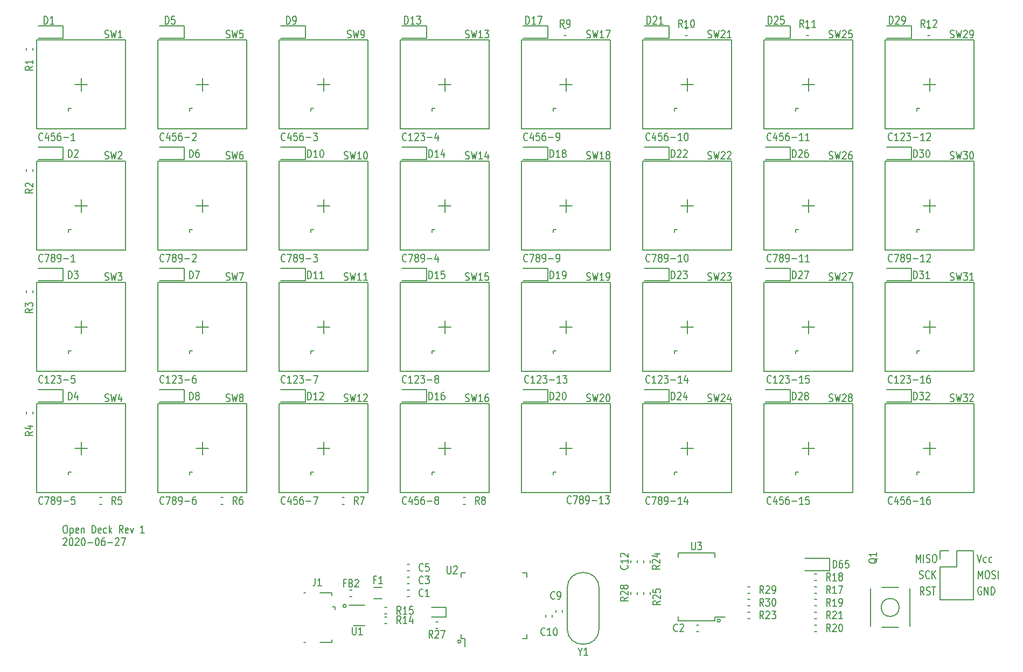
<source format=gbr>
G04 #@! TF.GenerationSoftware,KiCad,Pcbnew,5.1.5+dfsg1-2*
G04 #@! TF.CreationDate,2020-06-27T16:10:21+02:00*
G04 #@! TF.ProjectId,opendeck,6f70656e-6465-4636-9b2e-6b696361645f,1*
G04 #@! TF.SameCoordinates,Original*
G04 #@! TF.FileFunction,Legend,Top*
G04 #@! TF.FilePolarity,Positive*
%FSLAX46Y46*%
G04 Gerber Fmt 4.6, Leading zero omitted, Abs format (unit mm)*
G04 Created by KiCad (PCBNEW 5.1.5+dfsg1-2) date 2020-06-27 16:10:21*
%MOMM*%
%LPD*%
G04 APERTURE LIST*
%ADD10C,0.200000*%
%ADD11C,0.160000*%
G04 APERTURE END LIST*
D10*
X79754000Y-120000000D02*
G75*
G03X79754000Y-120000000I-254000J0D01*
G01*
X138557000Y-122301000D02*
G75*
G03X138557000Y-122301000I-254000J0D01*
G01*
X97790000Y-125603000D02*
G75*
G03X97790000Y-125603000I-254000J0D01*
G01*
D11*
X35532571Y-107362857D02*
X35723047Y-107362857D01*
X35818285Y-107420000D01*
X35913523Y-107534285D01*
X35961142Y-107762857D01*
X35961142Y-108162857D01*
X35913523Y-108391428D01*
X35818285Y-108505714D01*
X35723047Y-108562857D01*
X35532571Y-108562857D01*
X35437333Y-108505714D01*
X35342095Y-108391428D01*
X35294476Y-108162857D01*
X35294476Y-107762857D01*
X35342095Y-107534285D01*
X35437333Y-107420000D01*
X35532571Y-107362857D01*
X36389714Y-107762857D02*
X36389714Y-108962857D01*
X36389714Y-107820000D02*
X36484952Y-107762857D01*
X36675428Y-107762857D01*
X36770666Y-107820000D01*
X36818285Y-107877142D01*
X36865904Y-107991428D01*
X36865904Y-108334285D01*
X36818285Y-108448571D01*
X36770666Y-108505714D01*
X36675428Y-108562857D01*
X36484952Y-108562857D01*
X36389714Y-108505714D01*
X37675428Y-108505714D02*
X37580190Y-108562857D01*
X37389714Y-108562857D01*
X37294476Y-108505714D01*
X37246857Y-108391428D01*
X37246857Y-107934285D01*
X37294476Y-107820000D01*
X37389714Y-107762857D01*
X37580190Y-107762857D01*
X37675428Y-107820000D01*
X37723047Y-107934285D01*
X37723047Y-108048571D01*
X37246857Y-108162857D01*
X38151619Y-107762857D02*
X38151619Y-108562857D01*
X38151619Y-107877142D02*
X38199238Y-107820000D01*
X38294476Y-107762857D01*
X38437333Y-107762857D01*
X38532571Y-107820000D01*
X38580190Y-107934285D01*
X38580190Y-108562857D01*
X39818285Y-108562857D02*
X39818285Y-107362857D01*
X40056380Y-107362857D01*
X40199238Y-107420000D01*
X40294476Y-107534285D01*
X40342095Y-107648571D01*
X40389714Y-107877142D01*
X40389714Y-108048571D01*
X40342095Y-108277142D01*
X40294476Y-108391428D01*
X40199238Y-108505714D01*
X40056380Y-108562857D01*
X39818285Y-108562857D01*
X41199238Y-108505714D02*
X41104000Y-108562857D01*
X40913523Y-108562857D01*
X40818285Y-108505714D01*
X40770666Y-108391428D01*
X40770666Y-107934285D01*
X40818285Y-107820000D01*
X40913523Y-107762857D01*
X41104000Y-107762857D01*
X41199238Y-107820000D01*
X41246857Y-107934285D01*
X41246857Y-108048571D01*
X40770666Y-108162857D01*
X42104000Y-108505714D02*
X42008761Y-108562857D01*
X41818285Y-108562857D01*
X41723047Y-108505714D01*
X41675428Y-108448571D01*
X41627809Y-108334285D01*
X41627809Y-107991428D01*
X41675428Y-107877142D01*
X41723047Y-107820000D01*
X41818285Y-107762857D01*
X42008761Y-107762857D01*
X42104000Y-107820000D01*
X42532571Y-108562857D02*
X42532571Y-107362857D01*
X42627809Y-108105714D02*
X42913523Y-108562857D01*
X42913523Y-107762857D02*
X42532571Y-108220000D01*
X44675428Y-108562857D02*
X44342095Y-107991428D01*
X44104000Y-108562857D02*
X44104000Y-107362857D01*
X44484952Y-107362857D01*
X44580190Y-107420000D01*
X44627809Y-107477142D01*
X44675428Y-107591428D01*
X44675428Y-107762857D01*
X44627809Y-107877142D01*
X44580190Y-107934285D01*
X44484952Y-107991428D01*
X44104000Y-107991428D01*
X45484952Y-108505714D02*
X45389714Y-108562857D01*
X45199238Y-108562857D01*
X45104000Y-108505714D01*
X45056380Y-108391428D01*
X45056380Y-107934285D01*
X45104000Y-107820000D01*
X45199238Y-107762857D01*
X45389714Y-107762857D01*
X45484952Y-107820000D01*
X45532571Y-107934285D01*
X45532571Y-108048571D01*
X45056380Y-108162857D01*
X45865904Y-107762857D02*
X46104000Y-108562857D01*
X46342095Y-107762857D01*
X48008761Y-108562857D02*
X47437333Y-108562857D01*
X47723047Y-108562857D02*
X47723047Y-107362857D01*
X47627809Y-107534285D01*
X47532571Y-107648571D01*
X47437333Y-107705714D01*
X35294476Y-109437142D02*
X35342095Y-109380000D01*
X35437333Y-109322857D01*
X35675428Y-109322857D01*
X35770666Y-109380000D01*
X35818285Y-109437142D01*
X35865904Y-109551428D01*
X35865904Y-109665714D01*
X35818285Y-109837142D01*
X35246857Y-110522857D01*
X35865904Y-110522857D01*
X36484952Y-109322857D02*
X36580190Y-109322857D01*
X36675428Y-109380000D01*
X36723047Y-109437142D01*
X36770666Y-109551428D01*
X36818285Y-109780000D01*
X36818285Y-110065714D01*
X36770666Y-110294285D01*
X36723047Y-110408571D01*
X36675428Y-110465714D01*
X36580190Y-110522857D01*
X36484952Y-110522857D01*
X36389714Y-110465714D01*
X36342095Y-110408571D01*
X36294476Y-110294285D01*
X36246857Y-110065714D01*
X36246857Y-109780000D01*
X36294476Y-109551428D01*
X36342095Y-109437142D01*
X36389714Y-109380000D01*
X36484952Y-109322857D01*
X37199238Y-109437142D02*
X37246857Y-109380000D01*
X37342095Y-109322857D01*
X37580190Y-109322857D01*
X37675428Y-109380000D01*
X37723047Y-109437142D01*
X37770666Y-109551428D01*
X37770666Y-109665714D01*
X37723047Y-109837142D01*
X37151619Y-110522857D01*
X37770666Y-110522857D01*
X38389714Y-109322857D02*
X38484952Y-109322857D01*
X38580190Y-109380000D01*
X38627809Y-109437142D01*
X38675428Y-109551428D01*
X38723047Y-109780000D01*
X38723047Y-110065714D01*
X38675428Y-110294285D01*
X38627809Y-110408571D01*
X38580190Y-110465714D01*
X38484952Y-110522857D01*
X38389714Y-110522857D01*
X38294476Y-110465714D01*
X38246857Y-110408571D01*
X38199238Y-110294285D01*
X38151619Y-110065714D01*
X38151619Y-109780000D01*
X38199238Y-109551428D01*
X38246857Y-109437142D01*
X38294476Y-109380000D01*
X38389714Y-109322857D01*
X39151619Y-110065714D02*
X39913523Y-110065714D01*
X40580190Y-109322857D02*
X40675428Y-109322857D01*
X40770666Y-109380000D01*
X40818285Y-109437142D01*
X40865904Y-109551428D01*
X40913523Y-109780000D01*
X40913523Y-110065714D01*
X40865904Y-110294285D01*
X40818285Y-110408571D01*
X40770666Y-110465714D01*
X40675428Y-110522857D01*
X40580190Y-110522857D01*
X40484952Y-110465714D01*
X40437333Y-110408571D01*
X40389714Y-110294285D01*
X40342095Y-110065714D01*
X40342095Y-109780000D01*
X40389714Y-109551428D01*
X40437333Y-109437142D01*
X40484952Y-109380000D01*
X40580190Y-109322857D01*
X41770666Y-109322857D02*
X41580190Y-109322857D01*
X41484952Y-109380000D01*
X41437333Y-109437142D01*
X41342095Y-109608571D01*
X41294476Y-109837142D01*
X41294476Y-110294285D01*
X41342095Y-110408571D01*
X41389714Y-110465714D01*
X41484952Y-110522857D01*
X41675428Y-110522857D01*
X41770666Y-110465714D01*
X41818285Y-110408571D01*
X41865904Y-110294285D01*
X41865904Y-110008571D01*
X41818285Y-109894285D01*
X41770666Y-109837142D01*
X41675428Y-109780000D01*
X41484952Y-109780000D01*
X41389714Y-109837142D01*
X41342095Y-109894285D01*
X41294476Y-110008571D01*
X42294476Y-110065714D02*
X43056380Y-110065714D01*
X43484952Y-109437142D02*
X43532571Y-109380000D01*
X43627809Y-109322857D01*
X43865904Y-109322857D01*
X43961142Y-109380000D01*
X44008761Y-109437142D01*
X44056380Y-109551428D01*
X44056380Y-109665714D01*
X44008761Y-109837142D01*
X43437333Y-110522857D01*
X44056380Y-110522857D01*
X44389714Y-109322857D02*
X45056380Y-109322857D01*
X44627809Y-110522857D01*
X179595904Y-117097000D02*
X179500666Y-117039857D01*
X179357809Y-117039857D01*
X179214952Y-117097000D01*
X179119714Y-117211285D01*
X179072095Y-117325571D01*
X179024476Y-117554142D01*
X179024476Y-117725571D01*
X179072095Y-117954142D01*
X179119714Y-118068428D01*
X179214952Y-118182714D01*
X179357809Y-118239857D01*
X179453047Y-118239857D01*
X179595904Y-118182714D01*
X179643523Y-118125571D01*
X179643523Y-117725571D01*
X179453047Y-117725571D01*
X180072095Y-118239857D02*
X180072095Y-117039857D01*
X180643523Y-118239857D01*
X180643523Y-117039857D01*
X181119714Y-118239857D02*
X181119714Y-117039857D01*
X181357809Y-117039857D01*
X181500666Y-117097000D01*
X181595904Y-117211285D01*
X181643523Y-117325571D01*
X181691142Y-117554142D01*
X181691142Y-117725571D01*
X181643523Y-117954142D01*
X181595904Y-118068428D01*
X181500666Y-118182714D01*
X181357809Y-118239857D01*
X181119714Y-118239857D01*
X179090095Y-115699857D02*
X179090095Y-114499857D01*
X179423428Y-115357000D01*
X179756761Y-114499857D01*
X179756761Y-115699857D01*
X180423428Y-114499857D02*
X180613904Y-114499857D01*
X180709142Y-114557000D01*
X180804380Y-114671285D01*
X180852000Y-114899857D01*
X180852000Y-115299857D01*
X180804380Y-115528428D01*
X180709142Y-115642714D01*
X180613904Y-115699857D01*
X180423428Y-115699857D01*
X180328190Y-115642714D01*
X180232952Y-115528428D01*
X180185333Y-115299857D01*
X180185333Y-114899857D01*
X180232952Y-114671285D01*
X180328190Y-114557000D01*
X180423428Y-114499857D01*
X181232952Y-115642714D02*
X181375809Y-115699857D01*
X181613904Y-115699857D01*
X181709142Y-115642714D01*
X181756761Y-115585571D01*
X181804380Y-115471285D01*
X181804380Y-115357000D01*
X181756761Y-115242714D01*
X181709142Y-115185571D01*
X181613904Y-115128428D01*
X181423428Y-115071285D01*
X181328190Y-115014142D01*
X181280571Y-114957000D01*
X181232952Y-114842714D01*
X181232952Y-114728428D01*
X181280571Y-114614142D01*
X181328190Y-114557000D01*
X181423428Y-114499857D01*
X181661523Y-114499857D01*
X181804380Y-114557000D01*
X182232952Y-115699857D02*
X182232952Y-114499857D01*
X178947238Y-111959857D02*
X179280571Y-113159857D01*
X179613904Y-111959857D01*
X180375809Y-113102714D02*
X180280571Y-113159857D01*
X180090095Y-113159857D01*
X179994857Y-113102714D01*
X179947238Y-113045571D01*
X179899619Y-112931285D01*
X179899619Y-112588428D01*
X179947238Y-112474142D01*
X179994857Y-112417000D01*
X180090095Y-112359857D01*
X180280571Y-112359857D01*
X180375809Y-112417000D01*
X181232952Y-113102714D02*
X181137714Y-113159857D01*
X180947238Y-113159857D01*
X180852000Y-113102714D01*
X180804380Y-113045571D01*
X180756761Y-112931285D01*
X180756761Y-112588428D01*
X180804380Y-112474142D01*
X180852000Y-112417000D01*
X180947238Y-112359857D01*
X181137714Y-112359857D01*
X181232952Y-112417000D01*
X169362047Y-113159857D02*
X169362047Y-111959857D01*
X169695380Y-112817000D01*
X170028714Y-111959857D01*
X170028714Y-113159857D01*
X170504904Y-113159857D02*
X170504904Y-111959857D01*
X170933476Y-113102714D02*
X171076333Y-113159857D01*
X171314428Y-113159857D01*
X171409666Y-113102714D01*
X171457285Y-113045571D01*
X171504904Y-112931285D01*
X171504904Y-112817000D01*
X171457285Y-112702714D01*
X171409666Y-112645571D01*
X171314428Y-112588428D01*
X171123952Y-112531285D01*
X171028714Y-112474142D01*
X170981095Y-112417000D01*
X170933476Y-112302714D01*
X170933476Y-112188428D01*
X170981095Y-112074142D01*
X171028714Y-112017000D01*
X171123952Y-111959857D01*
X171362047Y-111959857D01*
X171504904Y-112017000D01*
X172123952Y-111959857D02*
X172314428Y-111959857D01*
X172409666Y-112017000D01*
X172504904Y-112131285D01*
X172552523Y-112359857D01*
X172552523Y-112759857D01*
X172504904Y-112988428D01*
X172409666Y-113102714D01*
X172314428Y-113159857D01*
X172123952Y-113159857D01*
X172028714Y-113102714D01*
X171933476Y-112988428D01*
X171885857Y-112759857D01*
X171885857Y-112359857D01*
X171933476Y-112131285D01*
X172028714Y-112017000D01*
X172123952Y-111959857D01*
X169854095Y-115642714D02*
X169996952Y-115699857D01*
X170235047Y-115699857D01*
X170330285Y-115642714D01*
X170377904Y-115585571D01*
X170425523Y-115471285D01*
X170425523Y-115357000D01*
X170377904Y-115242714D01*
X170330285Y-115185571D01*
X170235047Y-115128428D01*
X170044571Y-115071285D01*
X169949333Y-115014142D01*
X169901714Y-114957000D01*
X169854095Y-114842714D01*
X169854095Y-114728428D01*
X169901714Y-114614142D01*
X169949333Y-114557000D01*
X170044571Y-114499857D01*
X170282666Y-114499857D01*
X170425523Y-114557000D01*
X171425523Y-115585571D02*
X171377904Y-115642714D01*
X171235047Y-115699857D01*
X171139809Y-115699857D01*
X170996952Y-115642714D01*
X170901714Y-115528428D01*
X170854095Y-115414142D01*
X170806476Y-115185571D01*
X170806476Y-115014142D01*
X170854095Y-114785571D01*
X170901714Y-114671285D01*
X170996952Y-114557000D01*
X171139809Y-114499857D01*
X171235047Y-114499857D01*
X171377904Y-114557000D01*
X171425523Y-114614142D01*
X171854095Y-115699857D02*
X171854095Y-114499857D01*
X172425523Y-115699857D02*
X171996952Y-115014142D01*
X172425523Y-114499857D02*
X171854095Y-115185571D01*
X170584238Y-118239857D02*
X170250904Y-117668428D01*
X170012809Y-118239857D02*
X170012809Y-117039857D01*
X170393761Y-117039857D01*
X170489000Y-117097000D01*
X170536619Y-117154142D01*
X170584238Y-117268428D01*
X170584238Y-117439857D01*
X170536619Y-117554142D01*
X170489000Y-117611285D01*
X170393761Y-117668428D01*
X170012809Y-117668428D01*
X170965190Y-118182714D02*
X171108047Y-118239857D01*
X171346142Y-118239857D01*
X171441380Y-118182714D01*
X171489000Y-118125571D01*
X171536619Y-118011285D01*
X171536619Y-117897000D01*
X171489000Y-117782714D01*
X171441380Y-117725571D01*
X171346142Y-117668428D01*
X171155666Y-117611285D01*
X171060428Y-117554142D01*
X171012809Y-117497000D01*
X170965190Y-117382714D01*
X170965190Y-117268428D01*
X171012809Y-117154142D01*
X171060428Y-117097000D01*
X171155666Y-117039857D01*
X171393761Y-117039857D01*
X171536619Y-117097000D01*
X171822333Y-117039857D02*
X172393761Y-117039857D01*
X172108047Y-118239857D02*
X172108047Y-117039857D01*
D10*
X55550000Y-99000000D02*
X55150000Y-99000000D01*
X55150000Y-99000000D02*
X55150000Y-99400000D01*
X56150000Y-95250000D02*
X58150000Y-95250000D01*
X57150000Y-94250000D02*
X57150000Y-96250000D01*
X169850000Y-99000000D02*
X169450000Y-99000000D01*
X169450000Y-99000000D02*
X169450000Y-99400000D01*
X170450000Y-95250000D02*
X172450000Y-95250000D01*
X171450000Y-94250000D02*
X171450000Y-96250000D01*
X169850000Y-79950000D02*
X169450000Y-79950000D01*
X169450000Y-79950000D02*
X169450000Y-80350000D01*
X170450000Y-76200000D02*
X172450000Y-76200000D01*
X171450000Y-75200000D02*
X171450000Y-77200000D01*
X93650000Y-99000000D02*
X93250000Y-99000000D01*
X93250000Y-99000000D02*
X93250000Y-99400000D01*
X94250000Y-95250000D02*
X96250000Y-95250000D01*
X95250000Y-94250000D02*
X95250000Y-96250000D01*
X93650000Y-79950000D02*
X93250000Y-79950000D01*
X93250000Y-79950000D02*
X93250000Y-80350000D01*
X94250000Y-76200000D02*
X96250000Y-76200000D01*
X95250000Y-75200000D02*
X95250000Y-77200000D01*
X150800000Y-99000000D02*
X150400000Y-99000000D01*
X150400000Y-99000000D02*
X150400000Y-99400000D01*
X151400000Y-95250000D02*
X153400000Y-95250000D01*
X152400000Y-94250000D02*
X152400000Y-96250000D01*
X150800000Y-79950000D02*
X150400000Y-79950000D01*
X150400000Y-79950000D02*
X150400000Y-80350000D01*
X151400000Y-76200000D02*
X153400000Y-76200000D01*
X152400000Y-75200000D02*
X152400000Y-77200000D01*
X74600000Y-99000000D02*
X74200000Y-99000000D01*
X74200000Y-99000000D02*
X74200000Y-99400000D01*
X75200000Y-95250000D02*
X77200000Y-95250000D01*
X76200000Y-94250000D02*
X76200000Y-96250000D01*
X74600000Y-79950000D02*
X74200000Y-79950000D01*
X74200000Y-79950000D02*
X74200000Y-80350000D01*
X75200000Y-76200000D02*
X77200000Y-76200000D01*
X76200000Y-75200000D02*
X76200000Y-77200000D01*
X131750000Y-99000000D02*
X131350000Y-99000000D01*
X131350000Y-99000000D02*
X131350000Y-99400000D01*
X132350000Y-95250000D02*
X134350000Y-95250000D01*
X133350000Y-94250000D02*
X133350000Y-96250000D01*
X131750000Y-79950000D02*
X131350000Y-79950000D01*
X131350000Y-79950000D02*
X131350000Y-80350000D01*
X132350000Y-76200000D02*
X134350000Y-76200000D01*
X133350000Y-75200000D02*
X133350000Y-77200000D01*
X55550000Y-79950000D02*
X55150000Y-79950000D01*
X55150000Y-79950000D02*
X55150000Y-80350000D01*
X56150000Y-76200000D02*
X58150000Y-76200000D01*
X57150000Y-75200000D02*
X57150000Y-77200000D01*
X112700000Y-99000000D02*
X112300000Y-99000000D01*
X112300000Y-99000000D02*
X112300000Y-99400000D01*
X113300000Y-95250000D02*
X115300000Y-95250000D01*
X114300000Y-94250000D02*
X114300000Y-96250000D01*
X112700000Y-79950000D02*
X112300000Y-79950000D01*
X112300000Y-79950000D02*
X112300000Y-80350000D01*
X113300000Y-76200000D02*
X115300000Y-76200000D01*
X114300000Y-75200000D02*
X114300000Y-77200000D01*
X36500000Y-99000000D02*
X36100000Y-99000000D01*
X36100000Y-99000000D02*
X36100000Y-99400000D01*
X37100000Y-95250000D02*
X39100000Y-95250000D01*
X38100000Y-94250000D02*
X38100000Y-96250000D01*
X36500000Y-79950000D02*
X36100000Y-79950000D01*
X36100000Y-79950000D02*
X36100000Y-80350000D01*
X37100000Y-76200000D02*
X39100000Y-76200000D01*
X38100000Y-75200000D02*
X38100000Y-77200000D01*
X169850000Y-60900000D02*
X169450000Y-60900000D01*
X169450000Y-60900000D02*
X169450000Y-61300000D01*
X170450000Y-57150000D02*
X172450000Y-57150000D01*
X171450000Y-56150000D02*
X171450000Y-58150000D01*
X169850000Y-41850000D02*
X169450000Y-41850000D01*
X169450000Y-41850000D02*
X169450000Y-42250000D01*
X170450000Y-38100000D02*
X172450000Y-38100000D01*
X171450000Y-37100000D02*
X171450000Y-39100000D01*
X93650000Y-60900000D02*
X93250000Y-60900000D01*
X93250000Y-60900000D02*
X93250000Y-61300000D01*
X94250000Y-57150000D02*
X96250000Y-57150000D01*
X95250000Y-56150000D02*
X95250000Y-58150000D01*
X93650000Y-41850000D02*
X93250000Y-41850000D01*
X93250000Y-41850000D02*
X93250000Y-42250000D01*
X94250000Y-38100000D02*
X96250000Y-38100000D01*
X95250000Y-37100000D02*
X95250000Y-39100000D01*
X150800000Y-60900000D02*
X150400000Y-60900000D01*
X150400000Y-60900000D02*
X150400000Y-61300000D01*
X151400000Y-57150000D02*
X153400000Y-57150000D01*
X152400000Y-56150000D02*
X152400000Y-58150000D01*
X150800000Y-41850000D02*
X150400000Y-41850000D01*
X150400000Y-41850000D02*
X150400000Y-42250000D01*
X151400000Y-38100000D02*
X153400000Y-38100000D01*
X152400000Y-37100000D02*
X152400000Y-39100000D01*
X74600000Y-60900000D02*
X74200000Y-60900000D01*
X74200000Y-60900000D02*
X74200000Y-61300000D01*
X75200000Y-57150000D02*
X77200000Y-57150000D01*
X76200000Y-56150000D02*
X76200000Y-58150000D01*
X74600000Y-41850000D02*
X74200000Y-41850000D01*
X74200000Y-41850000D02*
X74200000Y-42250000D01*
X75200000Y-38100000D02*
X77200000Y-38100000D01*
X76200000Y-37100000D02*
X76200000Y-39100000D01*
X131750000Y-60900000D02*
X131350000Y-60900000D01*
X131350000Y-60900000D02*
X131350000Y-61300000D01*
X132350000Y-57150000D02*
X134350000Y-57150000D01*
X133350000Y-56150000D02*
X133350000Y-58150000D01*
X131750000Y-41850000D02*
X131350000Y-41850000D01*
X131350000Y-41850000D02*
X131350000Y-42250000D01*
X132350000Y-38100000D02*
X134350000Y-38100000D01*
X133350000Y-37100000D02*
X133350000Y-39100000D01*
X55550000Y-60900000D02*
X55150000Y-60900000D01*
X55150000Y-60900000D02*
X55150000Y-61300000D01*
X56150000Y-57150000D02*
X58150000Y-57150000D01*
X57150000Y-56150000D02*
X57150000Y-58150000D01*
X55550000Y-41850000D02*
X55150000Y-41850000D01*
X55150000Y-41850000D02*
X55150000Y-42250000D01*
X56150000Y-38100000D02*
X58150000Y-38100000D01*
X57150000Y-37100000D02*
X57150000Y-39100000D01*
X112700000Y-60900000D02*
X112300000Y-60900000D01*
X112300000Y-60900000D02*
X112300000Y-61300000D01*
X113300000Y-57150000D02*
X115300000Y-57150000D01*
X114300000Y-56150000D02*
X114300000Y-58150000D01*
X112700000Y-41850000D02*
X112300000Y-41850000D01*
X112300000Y-41850000D02*
X112300000Y-42250000D01*
X113300000Y-38100000D02*
X115300000Y-38100000D01*
X114300000Y-37100000D02*
X114300000Y-39100000D01*
X36500000Y-60900000D02*
X36100000Y-60900000D01*
X36100000Y-60900000D02*
X36100000Y-61300000D01*
X37100000Y-57150000D02*
X39100000Y-57150000D01*
X38100000Y-56150000D02*
X38100000Y-58150000D01*
X36500000Y-41850000D02*
X36100000Y-41850000D01*
X36100000Y-41850000D02*
X36100000Y-42250000D01*
X37100000Y-38100000D02*
X39100000Y-38100000D01*
X38100000Y-37100000D02*
X38100000Y-39100000D01*
X98400000Y-125175000D02*
X98400000Y-126450000D01*
X97825000Y-114825000D02*
X97825000Y-115500000D01*
X108175000Y-114825000D02*
X108175000Y-115500000D01*
X108175000Y-125175000D02*
X108175000Y-124500000D01*
X97825000Y-125175000D02*
X97825000Y-124500000D01*
X108175000Y-125175000D02*
X107500000Y-125175000D01*
X108175000Y-114825000D02*
X107500000Y-114825000D01*
X97825000Y-114825000D02*
X98500000Y-114825000D01*
X97825000Y-125175000D02*
X98400000Y-125175000D01*
X143162779Y-118990000D02*
X142837221Y-118990000D01*
X143162779Y-120010000D02*
X142837221Y-120010000D01*
X114475000Y-123515000D02*
G75*
G03X119525000Y-123515000I2525000J0D01*
G01*
X114475000Y-117265000D02*
G75*
G02X119525000Y-117265000I2525000J0D01*
G01*
X114475000Y-117265000D02*
X114475000Y-123515000D01*
X119525000Y-117265000D02*
X119525000Y-123515000D01*
X137685000Y-121750000D02*
X139285000Y-121750000D01*
X137685000Y-111675000D02*
X131935000Y-111675000D01*
X137685000Y-122325000D02*
X131935000Y-122325000D01*
X137685000Y-111675000D02*
X137685000Y-112325000D01*
X131935000Y-111675000D02*
X131935000Y-112325000D01*
X131935000Y-122325000D02*
X131935000Y-121675000D01*
X137685000Y-122325000D02*
X137685000Y-121750000D01*
X82650000Y-119890000D02*
X80200000Y-119890000D01*
X80850000Y-123110000D02*
X82650000Y-123110000D01*
X166590000Y-123370000D02*
X163910000Y-123370000D01*
X163910000Y-117130000D02*
X166590000Y-117130000D01*
X168370000Y-117280000D02*
X168370000Y-123220000D01*
X162130000Y-117280000D02*
X162130000Y-123220000D01*
X166664214Y-120250000D02*
G75*
G03X166664214Y-120250000I-1414214J0D01*
G01*
X164465000Y-102235000D02*
X164465000Y-88265000D01*
X178435000Y-102235000D02*
X164465000Y-102235000D01*
X178435000Y-88265000D02*
X178435000Y-102235000D01*
X164465000Y-88265000D02*
X178435000Y-88265000D01*
X164465000Y-83185000D02*
X164465000Y-69215000D01*
X178435000Y-83185000D02*
X164465000Y-83185000D01*
X178435000Y-69215000D02*
X178435000Y-83185000D01*
X164465000Y-69215000D02*
X178435000Y-69215000D01*
X164465000Y-64135000D02*
X164465000Y-50165000D01*
X178435000Y-64135000D02*
X164465000Y-64135000D01*
X178435000Y-50165000D02*
X178435000Y-64135000D01*
X164465000Y-50165000D02*
X178435000Y-50165000D01*
X164465000Y-45085000D02*
X164465000Y-31115000D01*
X178435000Y-45085000D02*
X164465000Y-45085000D01*
X178435000Y-31115000D02*
X178435000Y-45085000D01*
X164465000Y-31115000D02*
X178435000Y-31115000D01*
X145415000Y-102235000D02*
X145415000Y-88265000D01*
X159385000Y-102235000D02*
X145415000Y-102235000D01*
X159385000Y-88265000D02*
X159385000Y-102235000D01*
X145415000Y-88265000D02*
X159385000Y-88265000D01*
X145415000Y-83185000D02*
X145415000Y-69215000D01*
X159385000Y-83185000D02*
X145415000Y-83185000D01*
X159385000Y-69215000D02*
X159385000Y-83185000D01*
X145415000Y-69215000D02*
X159385000Y-69215000D01*
X145415000Y-64135000D02*
X145415000Y-50165000D01*
X159385000Y-64135000D02*
X145415000Y-64135000D01*
X159385000Y-50165000D02*
X159385000Y-64135000D01*
X145415000Y-50165000D02*
X159385000Y-50165000D01*
X145415000Y-45085000D02*
X145415000Y-31115000D01*
X159385000Y-45085000D02*
X145415000Y-45085000D01*
X159385000Y-31115000D02*
X159385000Y-45085000D01*
X145415000Y-31115000D02*
X159385000Y-31115000D01*
X126365000Y-102235000D02*
X126365000Y-88265000D01*
X140335000Y-102235000D02*
X126365000Y-102235000D01*
X140335000Y-88265000D02*
X140335000Y-102235000D01*
X126365000Y-88265000D02*
X140335000Y-88265000D01*
X126365000Y-83185000D02*
X126365000Y-69215000D01*
X140335000Y-83185000D02*
X126365000Y-83185000D01*
X140335000Y-69215000D02*
X140335000Y-83185000D01*
X126365000Y-69215000D02*
X140335000Y-69215000D01*
X126365000Y-64135000D02*
X126365000Y-50165000D01*
X140335000Y-64135000D02*
X126365000Y-64135000D01*
X140335000Y-50165000D02*
X140335000Y-64135000D01*
X126365000Y-50165000D02*
X140335000Y-50165000D01*
X126365000Y-45085000D02*
X126365000Y-31115000D01*
X140335000Y-45085000D02*
X126365000Y-45085000D01*
X140335000Y-31115000D02*
X140335000Y-45085000D01*
X126365000Y-31115000D02*
X140335000Y-31115000D01*
X107315000Y-102235000D02*
X107315000Y-88265000D01*
X121285000Y-102235000D02*
X107315000Y-102235000D01*
X121285000Y-88265000D02*
X121285000Y-102235000D01*
X107315000Y-88265000D02*
X121285000Y-88265000D01*
X107315000Y-83185000D02*
X107315000Y-69215000D01*
X121285000Y-83185000D02*
X107315000Y-83185000D01*
X121285000Y-69215000D02*
X121285000Y-83185000D01*
X107315000Y-69215000D02*
X121285000Y-69215000D01*
X107315000Y-64135000D02*
X107315000Y-50165000D01*
X121285000Y-64135000D02*
X107315000Y-64135000D01*
X121285000Y-50165000D02*
X121285000Y-64135000D01*
X107315000Y-50165000D02*
X121285000Y-50165000D01*
X107315000Y-45085000D02*
X107315000Y-31115000D01*
X121285000Y-45085000D02*
X107315000Y-45085000D01*
X121285000Y-31115000D02*
X121285000Y-45085000D01*
X107315000Y-31115000D02*
X121285000Y-31115000D01*
X88265000Y-102235000D02*
X88265000Y-88265000D01*
X102235000Y-102235000D02*
X88265000Y-102235000D01*
X102235000Y-88265000D02*
X102235000Y-102235000D01*
X88265000Y-88265000D02*
X102235000Y-88265000D01*
X88265000Y-83185000D02*
X88265000Y-69215000D01*
X102235000Y-83185000D02*
X88265000Y-83185000D01*
X102235000Y-69215000D02*
X102235000Y-83185000D01*
X88265000Y-69215000D02*
X102235000Y-69215000D01*
X88265000Y-64135000D02*
X88265000Y-50165000D01*
X102235000Y-64135000D02*
X88265000Y-64135000D01*
X102235000Y-50165000D02*
X102235000Y-64135000D01*
X88265000Y-50165000D02*
X102235000Y-50165000D01*
X88265000Y-45085000D02*
X88265000Y-31115000D01*
X102235000Y-45085000D02*
X88265000Y-45085000D01*
X102235000Y-31115000D02*
X102235000Y-45085000D01*
X88265000Y-31115000D02*
X102235000Y-31115000D01*
X69215000Y-102235000D02*
X69215000Y-88265000D01*
X83185000Y-102235000D02*
X69215000Y-102235000D01*
X83185000Y-88265000D02*
X83185000Y-102235000D01*
X69215000Y-88265000D02*
X83185000Y-88265000D01*
X69215000Y-83185000D02*
X69215000Y-69215000D01*
X83185000Y-83185000D02*
X69215000Y-83185000D01*
X83185000Y-69215000D02*
X83185000Y-83185000D01*
X69215000Y-69215000D02*
X83185000Y-69215000D01*
X69215000Y-64135000D02*
X69215000Y-50165000D01*
X83185000Y-64135000D02*
X69215000Y-64135000D01*
X83185000Y-50165000D02*
X83185000Y-64135000D01*
X69215000Y-50165000D02*
X83185000Y-50165000D01*
X69215000Y-45085000D02*
X69215000Y-31115000D01*
X83185000Y-45085000D02*
X69215000Y-45085000D01*
X83185000Y-31115000D02*
X83185000Y-45085000D01*
X69215000Y-31115000D02*
X83185000Y-31115000D01*
X50165000Y-102235000D02*
X50165000Y-88265000D01*
X64135000Y-102235000D02*
X50165000Y-102235000D01*
X64135000Y-88265000D02*
X64135000Y-102235000D01*
X50165000Y-88265000D02*
X64135000Y-88265000D01*
X50165000Y-83185000D02*
X50165000Y-69215000D01*
X64135000Y-83185000D02*
X50165000Y-83185000D01*
X64135000Y-69215000D02*
X64135000Y-83185000D01*
X50165000Y-69215000D02*
X64135000Y-69215000D01*
X50165000Y-64135000D02*
X50165000Y-50165000D01*
X64135000Y-64135000D02*
X50165000Y-64135000D01*
X64135000Y-50165000D02*
X64135000Y-64135000D01*
X50165000Y-50165000D02*
X64135000Y-50165000D01*
X50165000Y-45085000D02*
X50165000Y-31115000D01*
X64135000Y-45085000D02*
X50165000Y-45085000D01*
X64135000Y-31115000D02*
X64135000Y-45085000D01*
X50165000Y-31115000D02*
X64135000Y-31115000D01*
X31115000Y-102235000D02*
X31115000Y-88265000D01*
X45085000Y-102235000D02*
X31115000Y-102235000D01*
X45085000Y-88265000D02*
X45085000Y-102235000D01*
X31115000Y-88265000D02*
X45085000Y-88265000D01*
X31115000Y-83185000D02*
X31115000Y-69215000D01*
X45085000Y-83185000D02*
X31115000Y-83185000D01*
X45085000Y-69215000D02*
X45085000Y-83185000D01*
X31115000Y-69215000D02*
X45085000Y-69215000D01*
X31115000Y-64135000D02*
X31115000Y-50165000D01*
X45085000Y-64135000D02*
X31115000Y-64135000D01*
X45085000Y-50165000D02*
X45085000Y-64135000D01*
X31115000Y-50165000D02*
X45085000Y-50165000D01*
X31115000Y-45085000D02*
X31115000Y-31115000D01*
X45085000Y-45085000D02*
X31115000Y-45085000D01*
X45085000Y-31115000D02*
X45085000Y-45085000D01*
X31115000Y-31115000D02*
X45085000Y-31115000D01*
X153337221Y-122010000D02*
X153662779Y-122010000D01*
X153337221Y-120990000D02*
X153662779Y-120990000D01*
X153662779Y-122990000D02*
X153337221Y-122990000D01*
X153662779Y-124010000D02*
X153337221Y-124010000D01*
X153662779Y-118990000D02*
X153337221Y-118990000D01*
X153662779Y-120010000D02*
X153337221Y-120010000D01*
X153337221Y-116010000D02*
X153662779Y-116010000D01*
X153337221Y-114990000D02*
X153662779Y-114990000D01*
X153337221Y-118010000D02*
X153662779Y-118010000D01*
X153337221Y-116990000D02*
X153662779Y-116990000D01*
X142837221Y-118010000D02*
X143162779Y-118010000D01*
X142837221Y-116990000D02*
X143162779Y-116990000D01*
X125510000Y-118162779D02*
X125510000Y-117837221D01*
X124490000Y-118162779D02*
X124490000Y-117837221D01*
X127510000Y-118162779D02*
X127510000Y-117837221D01*
X126490000Y-118162779D02*
X126490000Y-117837221D01*
X127510000Y-113162779D02*
X127510000Y-112837221D01*
X126490000Y-113162779D02*
X126490000Y-112837221D01*
X142837221Y-122010000D02*
X143162779Y-122010000D01*
X142837221Y-120990000D02*
X143162779Y-120990000D01*
X93837221Y-123510000D02*
X94162779Y-123510000D01*
X93837221Y-122490000D02*
X94162779Y-122490000D01*
X85837221Y-121260000D02*
X86162779Y-121260000D01*
X85837221Y-120240000D02*
X86162779Y-120240000D01*
X86162779Y-121740000D02*
X85837221Y-121740000D01*
X86162779Y-122760000D02*
X85837221Y-122760000D01*
X171485779Y-29335000D02*
X171160221Y-29335000D01*
X171485779Y-30355000D02*
X171160221Y-30355000D01*
X152435779Y-29335000D02*
X152110221Y-29335000D01*
X152435779Y-30355000D02*
X152110221Y-30355000D01*
X133385779Y-29335000D02*
X133060221Y-29335000D01*
X133385779Y-30355000D02*
X133060221Y-30355000D01*
X114335779Y-29335000D02*
X114010221Y-29335000D01*
X114335779Y-30355000D02*
X114010221Y-30355000D01*
X98460779Y-102995000D02*
X98135221Y-102995000D01*
X98460779Y-104015000D02*
X98135221Y-104015000D01*
X79085221Y-104015000D02*
X79410779Y-104015000D01*
X79085221Y-102995000D02*
X79410779Y-102995000D01*
X60035221Y-104015000D02*
X60360779Y-104015000D01*
X60035221Y-102995000D02*
X60360779Y-102995000D01*
X40985221Y-104015000D02*
X41310779Y-104015000D01*
X40985221Y-102995000D02*
X41310779Y-102995000D01*
X29462000Y-89499221D02*
X29462000Y-89824779D01*
X30482000Y-89499221D02*
X30482000Y-89824779D01*
X29462000Y-70449221D02*
X29462000Y-70774779D01*
X30482000Y-70449221D02*
X30482000Y-70774779D01*
X29462000Y-51399221D02*
X29462000Y-51724779D01*
X30482000Y-51399221D02*
X30482000Y-51724779D01*
X29462000Y-32349221D02*
X29462000Y-32674779D01*
X30482000Y-32349221D02*
X30482000Y-32674779D01*
X173100000Y-111320000D02*
X174430000Y-111320000D01*
X173100000Y-112650000D02*
X173100000Y-111320000D01*
X175700000Y-111320000D02*
X178300000Y-111320000D01*
X175700000Y-113920000D02*
X175700000Y-111320000D01*
X173100000Y-113920000D02*
X175700000Y-113920000D01*
X178300000Y-111320000D02*
X178300000Y-119060000D01*
X173100000Y-113920000D02*
X173100000Y-119060000D01*
X173100000Y-119060000D02*
X178300000Y-119060000D01*
X78012500Y-120125000D02*
X77562500Y-120125000D01*
X78012500Y-120125000D02*
X78012500Y-120575000D01*
X77462500Y-125725000D02*
X77462500Y-125275000D01*
X75612500Y-125725000D02*
X77462500Y-125725000D01*
X73062500Y-117925000D02*
X73312500Y-117925000D01*
X73062500Y-125725000D02*
X73312500Y-125725000D01*
X75612500Y-117925000D02*
X77462500Y-117925000D01*
X77462500Y-117925000D02*
X77462500Y-118375000D01*
X80662779Y-117490000D02*
X80337221Y-117490000D01*
X80662779Y-118510000D02*
X80337221Y-118510000D01*
X85352064Y-117090000D02*
X84147936Y-117090000D01*
X85352064Y-118910000D02*
X84147936Y-118910000D01*
X155750000Y-114500000D02*
X151850000Y-114500000D01*
X155750000Y-112500000D02*
X151850000Y-112500000D01*
X155750000Y-114500000D02*
X155750000Y-112500000D01*
X95485000Y-120265000D02*
X93200000Y-120265000D01*
X95485000Y-121735000D02*
X95485000Y-120265000D01*
X93200000Y-121735000D02*
X95485000Y-121735000D01*
X168620000Y-87995000D02*
X164720000Y-87995000D01*
X168620000Y-85995000D02*
X164720000Y-85995000D01*
X168620000Y-87995000D02*
X168620000Y-85995000D01*
X168620000Y-68945000D02*
X164720000Y-68945000D01*
X168620000Y-66945000D02*
X164720000Y-66945000D01*
X168620000Y-68945000D02*
X168620000Y-66945000D01*
X168620000Y-49895000D02*
X164720000Y-49895000D01*
X168620000Y-47895000D02*
X164720000Y-47895000D01*
X168620000Y-49895000D02*
X168620000Y-47895000D01*
X168620000Y-30845000D02*
X164720000Y-30845000D01*
X168620000Y-28845000D02*
X164720000Y-28845000D01*
X168620000Y-30845000D02*
X168620000Y-28845000D01*
X149570000Y-87995000D02*
X145670000Y-87995000D01*
X149570000Y-85995000D02*
X145670000Y-85995000D01*
X149570000Y-87995000D02*
X149570000Y-85995000D01*
X149570000Y-68945000D02*
X145670000Y-68945000D01*
X149570000Y-66945000D02*
X145670000Y-66945000D01*
X149570000Y-68945000D02*
X149570000Y-66945000D01*
X149570000Y-49895000D02*
X145670000Y-49895000D01*
X149570000Y-47895000D02*
X145670000Y-47895000D01*
X149570000Y-49895000D02*
X149570000Y-47895000D01*
X149570000Y-30845000D02*
X145670000Y-30845000D01*
X149570000Y-28845000D02*
X145670000Y-28845000D01*
X149570000Y-30845000D02*
X149570000Y-28845000D01*
X130520000Y-87995000D02*
X126620000Y-87995000D01*
X130520000Y-85995000D02*
X126620000Y-85995000D01*
X130520000Y-87995000D02*
X130520000Y-85995000D01*
X130520000Y-68945000D02*
X126620000Y-68945000D01*
X130520000Y-66945000D02*
X126620000Y-66945000D01*
X130520000Y-68945000D02*
X130520000Y-66945000D01*
X130520000Y-49895000D02*
X126620000Y-49895000D01*
X130520000Y-47895000D02*
X126620000Y-47895000D01*
X130520000Y-49895000D02*
X130520000Y-47895000D01*
X130520000Y-30845000D02*
X126620000Y-30845000D01*
X130520000Y-28845000D02*
X126620000Y-28845000D01*
X130520000Y-30845000D02*
X130520000Y-28845000D01*
X111470000Y-87995000D02*
X107570000Y-87995000D01*
X111470000Y-85995000D02*
X107570000Y-85995000D01*
X111470000Y-87995000D02*
X111470000Y-85995000D01*
X111470000Y-68945000D02*
X107570000Y-68945000D01*
X111470000Y-66945000D02*
X107570000Y-66945000D01*
X111470000Y-68945000D02*
X111470000Y-66945000D01*
X111470000Y-49895000D02*
X107570000Y-49895000D01*
X111470000Y-47895000D02*
X107570000Y-47895000D01*
X111470000Y-49895000D02*
X111470000Y-47895000D01*
X111470000Y-30845000D02*
X107570000Y-30845000D01*
X111470000Y-28845000D02*
X107570000Y-28845000D01*
X111470000Y-30845000D02*
X111470000Y-28845000D01*
X92420000Y-87995000D02*
X88520000Y-87995000D01*
X92420000Y-85995000D02*
X88520000Y-85995000D01*
X92420000Y-87995000D02*
X92420000Y-85995000D01*
X92420000Y-68945000D02*
X88520000Y-68945000D01*
X92420000Y-66945000D02*
X88520000Y-66945000D01*
X92420000Y-68945000D02*
X92420000Y-66945000D01*
X92420000Y-49895000D02*
X88520000Y-49895000D01*
X92420000Y-47895000D02*
X88520000Y-47895000D01*
X92420000Y-49895000D02*
X92420000Y-47895000D01*
X92420000Y-30845000D02*
X88520000Y-30845000D01*
X92420000Y-28845000D02*
X88520000Y-28845000D01*
X92420000Y-30845000D02*
X92420000Y-28845000D01*
X73370000Y-87995000D02*
X69470000Y-87995000D01*
X73370000Y-85995000D02*
X69470000Y-85995000D01*
X73370000Y-87995000D02*
X73370000Y-85995000D01*
X73370000Y-68945000D02*
X69470000Y-68945000D01*
X73370000Y-66945000D02*
X69470000Y-66945000D01*
X73370000Y-68945000D02*
X73370000Y-66945000D01*
X73370000Y-49895000D02*
X69470000Y-49895000D01*
X73370000Y-47895000D02*
X69470000Y-47895000D01*
X73370000Y-49895000D02*
X73370000Y-47895000D01*
X73370000Y-30845000D02*
X69470000Y-30845000D01*
X73370000Y-28845000D02*
X69470000Y-28845000D01*
X73370000Y-30845000D02*
X73370000Y-28845000D01*
X54320000Y-87995000D02*
X50420000Y-87995000D01*
X54320000Y-85995000D02*
X50420000Y-85995000D01*
X54320000Y-87995000D02*
X54320000Y-85995000D01*
X54320000Y-68945000D02*
X50420000Y-68945000D01*
X54320000Y-66945000D02*
X50420000Y-66945000D01*
X54320000Y-68945000D02*
X54320000Y-66945000D01*
X54320000Y-49895000D02*
X50420000Y-49895000D01*
X54320000Y-47895000D02*
X50420000Y-47895000D01*
X54320000Y-49895000D02*
X54320000Y-47895000D01*
X54320000Y-30845000D02*
X50420000Y-30845000D01*
X54320000Y-28845000D02*
X50420000Y-28845000D01*
X54320000Y-30845000D02*
X54320000Y-28845000D01*
X35270000Y-87995000D02*
X31370000Y-87995000D01*
X35270000Y-85995000D02*
X31370000Y-85995000D01*
X35270000Y-87995000D02*
X35270000Y-85995000D01*
X35270000Y-68945000D02*
X31370000Y-68945000D01*
X35270000Y-66945000D02*
X31370000Y-66945000D01*
X35270000Y-68945000D02*
X35270000Y-66945000D01*
X35270000Y-49895000D02*
X31370000Y-49895000D01*
X35270000Y-47895000D02*
X31370000Y-47895000D01*
X35270000Y-49895000D02*
X35270000Y-47895000D01*
X35270000Y-30845000D02*
X31370000Y-30845000D01*
X35270000Y-28845000D02*
X31370000Y-28845000D01*
X35270000Y-30845000D02*
X35270000Y-28845000D01*
X135162779Y-122990000D02*
X134837221Y-122990000D01*
X135162779Y-124010000D02*
X134837221Y-124010000D01*
X89337221Y-114510000D02*
X89662779Y-114510000D01*
X89337221Y-113490000D02*
X89662779Y-113490000D01*
X89337221Y-116510000D02*
X89662779Y-116510000D01*
X89337221Y-115490000D02*
X89662779Y-115490000D01*
X89337221Y-118510000D02*
X89662779Y-118510000D01*
X89337221Y-117490000D02*
X89662779Y-117490000D01*
X125510000Y-113162779D02*
X125510000Y-112837221D01*
X124490000Y-113162779D02*
X124490000Y-112837221D01*
X111090000Y-121437221D02*
X111090000Y-121762779D01*
X112110000Y-121437221D02*
X112110000Y-121762779D01*
X112690000Y-120637221D02*
X112690000Y-120962779D01*
X113710000Y-120637221D02*
X113710000Y-120962779D01*
D11*
X51125714Y-103933571D02*
X51078095Y-103990714D01*
X50935238Y-104047857D01*
X50840000Y-104047857D01*
X50697142Y-103990714D01*
X50601904Y-103876428D01*
X50554285Y-103762142D01*
X50506666Y-103533571D01*
X50506666Y-103362142D01*
X50554285Y-103133571D01*
X50601904Y-103019285D01*
X50697142Y-102905000D01*
X50840000Y-102847857D01*
X50935238Y-102847857D01*
X51078095Y-102905000D01*
X51125714Y-102962142D01*
X51459047Y-102847857D02*
X52125714Y-102847857D01*
X51697142Y-104047857D01*
X52649523Y-103362142D02*
X52554285Y-103305000D01*
X52506666Y-103247857D01*
X52459047Y-103133571D01*
X52459047Y-103076428D01*
X52506666Y-102962142D01*
X52554285Y-102905000D01*
X52649523Y-102847857D01*
X52840000Y-102847857D01*
X52935238Y-102905000D01*
X52982857Y-102962142D01*
X53030476Y-103076428D01*
X53030476Y-103133571D01*
X52982857Y-103247857D01*
X52935238Y-103305000D01*
X52840000Y-103362142D01*
X52649523Y-103362142D01*
X52554285Y-103419285D01*
X52506666Y-103476428D01*
X52459047Y-103590714D01*
X52459047Y-103819285D01*
X52506666Y-103933571D01*
X52554285Y-103990714D01*
X52649523Y-104047857D01*
X52840000Y-104047857D01*
X52935238Y-103990714D01*
X52982857Y-103933571D01*
X53030476Y-103819285D01*
X53030476Y-103590714D01*
X52982857Y-103476428D01*
X52935238Y-103419285D01*
X52840000Y-103362142D01*
X53506666Y-104047857D02*
X53697142Y-104047857D01*
X53792380Y-103990714D01*
X53840000Y-103933571D01*
X53935238Y-103762142D01*
X53982857Y-103533571D01*
X53982857Y-103076428D01*
X53935238Y-102962142D01*
X53887619Y-102905000D01*
X53792380Y-102847857D01*
X53601904Y-102847857D01*
X53506666Y-102905000D01*
X53459047Y-102962142D01*
X53411428Y-103076428D01*
X53411428Y-103362142D01*
X53459047Y-103476428D01*
X53506666Y-103533571D01*
X53601904Y-103590714D01*
X53792380Y-103590714D01*
X53887619Y-103533571D01*
X53935238Y-103476428D01*
X53982857Y-103362142D01*
X54411428Y-103590714D02*
X55173333Y-103590714D01*
X56078095Y-102847857D02*
X55887619Y-102847857D01*
X55792380Y-102905000D01*
X55744761Y-102962142D01*
X55649523Y-103133571D01*
X55601904Y-103362142D01*
X55601904Y-103819285D01*
X55649523Y-103933571D01*
X55697142Y-103990714D01*
X55792380Y-104047857D01*
X55982857Y-104047857D01*
X56078095Y-103990714D01*
X56125714Y-103933571D01*
X56173333Y-103819285D01*
X56173333Y-103533571D01*
X56125714Y-103419285D01*
X56078095Y-103362142D01*
X55982857Y-103305000D01*
X55792380Y-103305000D01*
X55697142Y-103362142D01*
X55649523Y-103419285D01*
X55601904Y-103533571D01*
X165584523Y-103933571D02*
X165536904Y-103990714D01*
X165394047Y-104047857D01*
X165298809Y-104047857D01*
X165155952Y-103990714D01*
X165060714Y-103876428D01*
X165013095Y-103762142D01*
X164965476Y-103533571D01*
X164965476Y-103362142D01*
X165013095Y-103133571D01*
X165060714Y-103019285D01*
X165155952Y-102905000D01*
X165298809Y-102847857D01*
X165394047Y-102847857D01*
X165536904Y-102905000D01*
X165584523Y-102962142D01*
X166441666Y-103247857D02*
X166441666Y-104047857D01*
X166203571Y-102790714D02*
X165965476Y-103647857D01*
X166584523Y-103647857D01*
X167441666Y-102847857D02*
X166965476Y-102847857D01*
X166917857Y-103419285D01*
X166965476Y-103362142D01*
X167060714Y-103305000D01*
X167298809Y-103305000D01*
X167394047Y-103362142D01*
X167441666Y-103419285D01*
X167489285Y-103533571D01*
X167489285Y-103819285D01*
X167441666Y-103933571D01*
X167394047Y-103990714D01*
X167298809Y-104047857D01*
X167060714Y-104047857D01*
X166965476Y-103990714D01*
X166917857Y-103933571D01*
X168346428Y-102847857D02*
X168155952Y-102847857D01*
X168060714Y-102905000D01*
X168013095Y-102962142D01*
X167917857Y-103133571D01*
X167870238Y-103362142D01*
X167870238Y-103819285D01*
X167917857Y-103933571D01*
X167965476Y-103990714D01*
X168060714Y-104047857D01*
X168251190Y-104047857D01*
X168346428Y-103990714D01*
X168394047Y-103933571D01*
X168441666Y-103819285D01*
X168441666Y-103533571D01*
X168394047Y-103419285D01*
X168346428Y-103362142D01*
X168251190Y-103305000D01*
X168060714Y-103305000D01*
X167965476Y-103362142D01*
X167917857Y-103419285D01*
X167870238Y-103533571D01*
X168870238Y-103590714D02*
X169632142Y-103590714D01*
X170632142Y-104047857D02*
X170060714Y-104047857D01*
X170346428Y-104047857D02*
X170346428Y-102847857D01*
X170251190Y-103019285D01*
X170155952Y-103133571D01*
X170060714Y-103190714D01*
X171489285Y-102847857D02*
X171298809Y-102847857D01*
X171203571Y-102905000D01*
X171155952Y-102962142D01*
X171060714Y-103133571D01*
X171013095Y-103362142D01*
X171013095Y-103819285D01*
X171060714Y-103933571D01*
X171108333Y-103990714D01*
X171203571Y-104047857D01*
X171394047Y-104047857D01*
X171489285Y-103990714D01*
X171536904Y-103933571D01*
X171584523Y-103819285D01*
X171584523Y-103533571D01*
X171536904Y-103419285D01*
X171489285Y-103362142D01*
X171394047Y-103305000D01*
X171203571Y-103305000D01*
X171108333Y-103362142D01*
X171060714Y-103419285D01*
X171013095Y-103533571D01*
X165584523Y-84883571D02*
X165536904Y-84940714D01*
X165394047Y-84997857D01*
X165298809Y-84997857D01*
X165155952Y-84940714D01*
X165060714Y-84826428D01*
X165013095Y-84712142D01*
X164965476Y-84483571D01*
X164965476Y-84312142D01*
X165013095Y-84083571D01*
X165060714Y-83969285D01*
X165155952Y-83855000D01*
X165298809Y-83797857D01*
X165394047Y-83797857D01*
X165536904Y-83855000D01*
X165584523Y-83912142D01*
X166536904Y-84997857D02*
X165965476Y-84997857D01*
X166251190Y-84997857D02*
X166251190Y-83797857D01*
X166155952Y-83969285D01*
X166060714Y-84083571D01*
X165965476Y-84140714D01*
X166917857Y-83912142D02*
X166965476Y-83855000D01*
X167060714Y-83797857D01*
X167298809Y-83797857D01*
X167394047Y-83855000D01*
X167441666Y-83912142D01*
X167489285Y-84026428D01*
X167489285Y-84140714D01*
X167441666Y-84312142D01*
X166870238Y-84997857D01*
X167489285Y-84997857D01*
X167822619Y-83797857D02*
X168441666Y-83797857D01*
X168108333Y-84255000D01*
X168251190Y-84255000D01*
X168346428Y-84312142D01*
X168394047Y-84369285D01*
X168441666Y-84483571D01*
X168441666Y-84769285D01*
X168394047Y-84883571D01*
X168346428Y-84940714D01*
X168251190Y-84997857D01*
X167965476Y-84997857D01*
X167870238Y-84940714D01*
X167822619Y-84883571D01*
X168870238Y-84540714D02*
X169632142Y-84540714D01*
X170632142Y-84997857D02*
X170060714Y-84997857D01*
X170346428Y-84997857D02*
X170346428Y-83797857D01*
X170251190Y-83969285D01*
X170155952Y-84083571D01*
X170060714Y-84140714D01*
X171489285Y-83797857D02*
X171298809Y-83797857D01*
X171203571Y-83855000D01*
X171155952Y-83912142D01*
X171060714Y-84083571D01*
X171013095Y-84312142D01*
X171013095Y-84769285D01*
X171060714Y-84883571D01*
X171108333Y-84940714D01*
X171203571Y-84997857D01*
X171394047Y-84997857D01*
X171489285Y-84940714D01*
X171536904Y-84883571D01*
X171584523Y-84769285D01*
X171584523Y-84483571D01*
X171536904Y-84369285D01*
X171489285Y-84312142D01*
X171394047Y-84255000D01*
X171203571Y-84255000D01*
X171108333Y-84312142D01*
X171060714Y-84369285D01*
X171013095Y-84483571D01*
X89225714Y-103933571D02*
X89178095Y-103990714D01*
X89035238Y-104047857D01*
X88940000Y-104047857D01*
X88797142Y-103990714D01*
X88701904Y-103876428D01*
X88654285Y-103762142D01*
X88606666Y-103533571D01*
X88606666Y-103362142D01*
X88654285Y-103133571D01*
X88701904Y-103019285D01*
X88797142Y-102905000D01*
X88940000Y-102847857D01*
X89035238Y-102847857D01*
X89178095Y-102905000D01*
X89225714Y-102962142D01*
X90082857Y-103247857D02*
X90082857Y-104047857D01*
X89844761Y-102790714D02*
X89606666Y-103647857D01*
X90225714Y-103647857D01*
X91082857Y-102847857D02*
X90606666Y-102847857D01*
X90559047Y-103419285D01*
X90606666Y-103362142D01*
X90701904Y-103305000D01*
X90940000Y-103305000D01*
X91035238Y-103362142D01*
X91082857Y-103419285D01*
X91130476Y-103533571D01*
X91130476Y-103819285D01*
X91082857Y-103933571D01*
X91035238Y-103990714D01*
X90940000Y-104047857D01*
X90701904Y-104047857D01*
X90606666Y-103990714D01*
X90559047Y-103933571D01*
X91987619Y-102847857D02*
X91797142Y-102847857D01*
X91701904Y-102905000D01*
X91654285Y-102962142D01*
X91559047Y-103133571D01*
X91511428Y-103362142D01*
X91511428Y-103819285D01*
X91559047Y-103933571D01*
X91606666Y-103990714D01*
X91701904Y-104047857D01*
X91892380Y-104047857D01*
X91987619Y-103990714D01*
X92035238Y-103933571D01*
X92082857Y-103819285D01*
X92082857Y-103533571D01*
X92035238Y-103419285D01*
X91987619Y-103362142D01*
X91892380Y-103305000D01*
X91701904Y-103305000D01*
X91606666Y-103362142D01*
X91559047Y-103419285D01*
X91511428Y-103533571D01*
X92511428Y-103590714D02*
X93273333Y-103590714D01*
X93892380Y-103362142D02*
X93797142Y-103305000D01*
X93749523Y-103247857D01*
X93701904Y-103133571D01*
X93701904Y-103076428D01*
X93749523Y-102962142D01*
X93797142Y-102905000D01*
X93892380Y-102847857D01*
X94082857Y-102847857D01*
X94178095Y-102905000D01*
X94225714Y-102962142D01*
X94273333Y-103076428D01*
X94273333Y-103133571D01*
X94225714Y-103247857D01*
X94178095Y-103305000D01*
X94082857Y-103362142D01*
X93892380Y-103362142D01*
X93797142Y-103419285D01*
X93749523Y-103476428D01*
X93701904Y-103590714D01*
X93701904Y-103819285D01*
X93749523Y-103933571D01*
X93797142Y-103990714D01*
X93892380Y-104047857D01*
X94082857Y-104047857D01*
X94178095Y-103990714D01*
X94225714Y-103933571D01*
X94273333Y-103819285D01*
X94273333Y-103590714D01*
X94225714Y-103476428D01*
X94178095Y-103419285D01*
X94082857Y-103362142D01*
X89225714Y-84883571D02*
X89178095Y-84940714D01*
X89035238Y-84997857D01*
X88940000Y-84997857D01*
X88797142Y-84940714D01*
X88701904Y-84826428D01*
X88654285Y-84712142D01*
X88606666Y-84483571D01*
X88606666Y-84312142D01*
X88654285Y-84083571D01*
X88701904Y-83969285D01*
X88797142Y-83855000D01*
X88940000Y-83797857D01*
X89035238Y-83797857D01*
X89178095Y-83855000D01*
X89225714Y-83912142D01*
X90178095Y-84997857D02*
X89606666Y-84997857D01*
X89892380Y-84997857D02*
X89892380Y-83797857D01*
X89797142Y-83969285D01*
X89701904Y-84083571D01*
X89606666Y-84140714D01*
X90559047Y-83912142D02*
X90606666Y-83855000D01*
X90701904Y-83797857D01*
X90940000Y-83797857D01*
X91035238Y-83855000D01*
X91082857Y-83912142D01*
X91130476Y-84026428D01*
X91130476Y-84140714D01*
X91082857Y-84312142D01*
X90511428Y-84997857D01*
X91130476Y-84997857D01*
X91463809Y-83797857D02*
X92082857Y-83797857D01*
X91749523Y-84255000D01*
X91892380Y-84255000D01*
X91987619Y-84312142D01*
X92035238Y-84369285D01*
X92082857Y-84483571D01*
X92082857Y-84769285D01*
X92035238Y-84883571D01*
X91987619Y-84940714D01*
X91892380Y-84997857D01*
X91606666Y-84997857D01*
X91511428Y-84940714D01*
X91463809Y-84883571D01*
X92511428Y-84540714D02*
X93273333Y-84540714D01*
X93892380Y-84312142D02*
X93797142Y-84255000D01*
X93749523Y-84197857D01*
X93701904Y-84083571D01*
X93701904Y-84026428D01*
X93749523Y-83912142D01*
X93797142Y-83855000D01*
X93892380Y-83797857D01*
X94082857Y-83797857D01*
X94178095Y-83855000D01*
X94225714Y-83912142D01*
X94273333Y-84026428D01*
X94273333Y-84083571D01*
X94225714Y-84197857D01*
X94178095Y-84255000D01*
X94082857Y-84312142D01*
X93892380Y-84312142D01*
X93797142Y-84369285D01*
X93749523Y-84426428D01*
X93701904Y-84540714D01*
X93701904Y-84769285D01*
X93749523Y-84883571D01*
X93797142Y-84940714D01*
X93892380Y-84997857D01*
X94082857Y-84997857D01*
X94178095Y-84940714D01*
X94225714Y-84883571D01*
X94273333Y-84769285D01*
X94273333Y-84540714D01*
X94225714Y-84426428D01*
X94178095Y-84369285D01*
X94082857Y-84312142D01*
X146534523Y-103933571D02*
X146486904Y-103990714D01*
X146344047Y-104047857D01*
X146248809Y-104047857D01*
X146105952Y-103990714D01*
X146010714Y-103876428D01*
X145963095Y-103762142D01*
X145915476Y-103533571D01*
X145915476Y-103362142D01*
X145963095Y-103133571D01*
X146010714Y-103019285D01*
X146105952Y-102905000D01*
X146248809Y-102847857D01*
X146344047Y-102847857D01*
X146486904Y-102905000D01*
X146534523Y-102962142D01*
X147391666Y-103247857D02*
X147391666Y-104047857D01*
X147153571Y-102790714D02*
X146915476Y-103647857D01*
X147534523Y-103647857D01*
X148391666Y-102847857D02*
X147915476Y-102847857D01*
X147867857Y-103419285D01*
X147915476Y-103362142D01*
X148010714Y-103305000D01*
X148248809Y-103305000D01*
X148344047Y-103362142D01*
X148391666Y-103419285D01*
X148439285Y-103533571D01*
X148439285Y-103819285D01*
X148391666Y-103933571D01*
X148344047Y-103990714D01*
X148248809Y-104047857D01*
X148010714Y-104047857D01*
X147915476Y-103990714D01*
X147867857Y-103933571D01*
X149296428Y-102847857D02*
X149105952Y-102847857D01*
X149010714Y-102905000D01*
X148963095Y-102962142D01*
X148867857Y-103133571D01*
X148820238Y-103362142D01*
X148820238Y-103819285D01*
X148867857Y-103933571D01*
X148915476Y-103990714D01*
X149010714Y-104047857D01*
X149201190Y-104047857D01*
X149296428Y-103990714D01*
X149344047Y-103933571D01*
X149391666Y-103819285D01*
X149391666Y-103533571D01*
X149344047Y-103419285D01*
X149296428Y-103362142D01*
X149201190Y-103305000D01*
X149010714Y-103305000D01*
X148915476Y-103362142D01*
X148867857Y-103419285D01*
X148820238Y-103533571D01*
X149820238Y-103590714D02*
X150582142Y-103590714D01*
X151582142Y-104047857D02*
X151010714Y-104047857D01*
X151296428Y-104047857D02*
X151296428Y-102847857D01*
X151201190Y-103019285D01*
X151105952Y-103133571D01*
X151010714Y-103190714D01*
X152486904Y-102847857D02*
X152010714Y-102847857D01*
X151963095Y-103419285D01*
X152010714Y-103362142D01*
X152105952Y-103305000D01*
X152344047Y-103305000D01*
X152439285Y-103362142D01*
X152486904Y-103419285D01*
X152534523Y-103533571D01*
X152534523Y-103819285D01*
X152486904Y-103933571D01*
X152439285Y-103990714D01*
X152344047Y-104047857D01*
X152105952Y-104047857D01*
X152010714Y-103990714D01*
X151963095Y-103933571D01*
X146534523Y-84883571D02*
X146486904Y-84940714D01*
X146344047Y-84997857D01*
X146248809Y-84997857D01*
X146105952Y-84940714D01*
X146010714Y-84826428D01*
X145963095Y-84712142D01*
X145915476Y-84483571D01*
X145915476Y-84312142D01*
X145963095Y-84083571D01*
X146010714Y-83969285D01*
X146105952Y-83855000D01*
X146248809Y-83797857D01*
X146344047Y-83797857D01*
X146486904Y-83855000D01*
X146534523Y-83912142D01*
X147486904Y-84997857D02*
X146915476Y-84997857D01*
X147201190Y-84997857D02*
X147201190Y-83797857D01*
X147105952Y-83969285D01*
X147010714Y-84083571D01*
X146915476Y-84140714D01*
X147867857Y-83912142D02*
X147915476Y-83855000D01*
X148010714Y-83797857D01*
X148248809Y-83797857D01*
X148344047Y-83855000D01*
X148391666Y-83912142D01*
X148439285Y-84026428D01*
X148439285Y-84140714D01*
X148391666Y-84312142D01*
X147820238Y-84997857D01*
X148439285Y-84997857D01*
X148772619Y-83797857D02*
X149391666Y-83797857D01*
X149058333Y-84255000D01*
X149201190Y-84255000D01*
X149296428Y-84312142D01*
X149344047Y-84369285D01*
X149391666Y-84483571D01*
X149391666Y-84769285D01*
X149344047Y-84883571D01*
X149296428Y-84940714D01*
X149201190Y-84997857D01*
X148915476Y-84997857D01*
X148820238Y-84940714D01*
X148772619Y-84883571D01*
X149820238Y-84540714D02*
X150582142Y-84540714D01*
X151582142Y-84997857D02*
X151010714Y-84997857D01*
X151296428Y-84997857D02*
X151296428Y-83797857D01*
X151201190Y-83969285D01*
X151105952Y-84083571D01*
X151010714Y-84140714D01*
X152486904Y-83797857D02*
X152010714Y-83797857D01*
X151963095Y-84369285D01*
X152010714Y-84312142D01*
X152105952Y-84255000D01*
X152344047Y-84255000D01*
X152439285Y-84312142D01*
X152486904Y-84369285D01*
X152534523Y-84483571D01*
X152534523Y-84769285D01*
X152486904Y-84883571D01*
X152439285Y-84940714D01*
X152344047Y-84997857D01*
X152105952Y-84997857D01*
X152010714Y-84940714D01*
X151963095Y-84883571D01*
X70175714Y-103933571D02*
X70128095Y-103990714D01*
X69985238Y-104047857D01*
X69890000Y-104047857D01*
X69747142Y-103990714D01*
X69651904Y-103876428D01*
X69604285Y-103762142D01*
X69556666Y-103533571D01*
X69556666Y-103362142D01*
X69604285Y-103133571D01*
X69651904Y-103019285D01*
X69747142Y-102905000D01*
X69890000Y-102847857D01*
X69985238Y-102847857D01*
X70128095Y-102905000D01*
X70175714Y-102962142D01*
X71032857Y-103247857D02*
X71032857Y-104047857D01*
X70794761Y-102790714D02*
X70556666Y-103647857D01*
X71175714Y-103647857D01*
X72032857Y-102847857D02*
X71556666Y-102847857D01*
X71509047Y-103419285D01*
X71556666Y-103362142D01*
X71651904Y-103305000D01*
X71890000Y-103305000D01*
X71985238Y-103362142D01*
X72032857Y-103419285D01*
X72080476Y-103533571D01*
X72080476Y-103819285D01*
X72032857Y-103933571D01*
X71985238Y-103990714D01*
X71890000Y-104047857D01*
X71651904Y-104047857D01*
X71556666Y-103990714D01*
X71509047Y-103933571D01*
X72937619Y-102847857D02*
X72747142Y-102847857D01*
X72651904Y-102905000D01*
X72604285Y-102962142D01*
X72509047Y-103133571D01*
X72461428Y-103362142D01*
X72461428Y-103819285D01*
X72509047Y-103933571D01*
X72556666Y-103990714D01*
X72651904Y-104047857D01*
X72842380Y-104047857D01*
X72937619Y-103990714D01*
X72985238Y-103933571D01*
X73032857Y-103819285D01*
X73032857Y-103533571D01*
X72985238Y-103419285D01*
X72937619Y-103362142D01*
X72842380Y-103305000D01*
X72651904Y-103305000D01*
X72556666Y-103362142D01*
X72509047Y-103419285D01*
X72461428Y-103533571D01*
X73461428Y-103590714D02*
X74223333Y-103590714D01*
X74604285Y-102847857D02*
X75270952Y-102847857D01*
X74842380Y-104047857D01*
X70175714Y-84883571D02*
X70128095Y-84940714D01*
X69985238Y-84997857D01*
X69890000Y-84997857D01*
X69747142Y-84940714D01*
X69651904Y-84826428D01*
X69604285Y-84712142D01*
X69556666Y-84483571D01*
X69556666Y-84312142D01*
X69604285Y-84083571D01*
X69651904Y-83969285D01*
X69747142Y-83855000D01*
X69890000Y-83797857D01*
X69985238Y-83797857D01*
X70128095Y-83855000D01*
X70175714Y-83912142D01*
X71128095Y-84997857D02*
X70556666Y-84997857D01*
X70842380Y-84997857D02*
X70842380Y-83797857D01*
X70747142Y-83969285D01*
X70651904Y-84083571D01*
X70556666Y-84140714D01*
X71509047Y-83912142D02*
X71556666Y-83855000D01*
X71651904Y-83797857D01*
X71890000Y-83797857D01*
X71985238Y-83855000D01*
X72032857Y-83912142D01*
X72080476Y-84026428D01*
X72080476Y-84140714D01*
X72032857Y-84312142D01*
X71461428Y-84997857D01*
X72080476Y-84997857D01*
X72413809Y-83797857D02*
X73032857Y-83797857D01*
X72699523Y-84255000D01*
X72842380Y-84255000D01*
X72937619Y-84312142D01*
X72985238Y-84369285D01*
X73032857Y-84483571D01*
X73032857Y-84769285D01*
X72985238Y-84883571D01*
X72937619Y-84940714D01*
X72842380Y-84997857D01*
X72556666Y-84997857D01*
X72461428Y-84940714D01*
X72413809Y-84883571D01*
X73461428Y-84540714D02*
X74223333Y-84540714D01*
X74604285Y-83797857D02*
X75270952Y-83797857D01*
X74842380Y-84997857D01*
X127484523Y-103933571D02*
X127436904Y-103990714D01*
X127294047Y-104047857D01*
X127198809Y-104047857D01*
X127055952Y-103990714D01*
X126960714Y-103876428D01*
X126913095Y-103762142D01*
X126865476Y-103533571D01*
X126865476Y-103362142D01*
X126913095Y-103133571D01*
X126960714Y-103019285D01*
X127055952Y-102905000D01*
X127198809Y-102847857D01*
X127294047Y-102847857D01*
X127436904Y-102905000D01*
X127484523Y-102962142D01*
X127817857Y-102847857D02*
X128484523Y-102847857D01*
X128055952Y-104047857D01*
X129008333Y-103362142D02*
X128913095Y-103305000D01*
X128865476Y-103247857D01*
X128817857Y-103133571D01*
X128817857Y-103076428D01*
X128865476Y-102962142D01*
X128913095Y-102905000D01*
X129008333Y-102847857D01*
X129198809Y-102847857D01*
X129294047Y-102905000D01*
X129341666Y-102962142D01*
X129389285Y-103076428D01*
X129389285Y-103133571D01*
X129341666Y-103247857D01*
X129294047Y-103305000D01*
X129198809Y-103362142D01*
X129008333Y-103362142D01*
X128913095Y-103419285D01*
X128865476Y-103476428D01*
X128817857Y-103590714D01*
X128817857Y-103819285D01*
X128865476Y-103933571D01*
X128913095Y-103990714D01*
X129008333Y-104047857D01*
X129198809Y-104047857D01*
X129294047Y-103990714D01*
X129341666Y-103933571D01*
X129389285Y-103819285D01*
X129389285Y-103590714D01*
X129341666Y-103476428D01*
X129294047Y-103419285D01*
X129198809Y-103362142D01*
X129865476Y-104047857D02*
X130055952Y-104047857D01*
X130151190Y-103990714D01*
X130198809Y-103933571D01*
X130294047Y-103762142D01*
X130341666Y-103533571D01*
X130341666Y-103076428D01*
X130294047Y-102962142D01*
X130246428Y-102905000D01*
X130151190Y-102847857D01*
X129960714Y-102847857D01*
X129865476Y-102905000D01*
X129817857Y-102962142D01*
X129770238Y-103076428D01*
X129770238Y-103362142D01*
X129817857Y-103476428D01*
X129865476Y-103533571D01*
X129960714Y-103590714D01*
X130151190Y-103590714D01*
X130246428Y-103533571D01*
X130294047Y-103476428D01*
X130341666Y-103362142D01*
X130770238Y-103590714D02*
X131532142Y-103590714D01*
X132532142Y-104047857D02*
X131960714Y-104047857D01*
X132246428Y-104047857D02*
X132246428Y-102847857D01*
X132151190Y-103019285D01*
X132055952Y-103133571D01*
X131960714Y-103190714D01*
X133389285Y-103247857D02*
X133389285Y-104047857D01*
X133151190Y-102790714D02*
X132913095Y-103647857D01*
X133532142Y-103647857D01*
X127484523Y-84883571D02*
X127436904Y-84940714D01*
X127294047Y-84997857D01*
X127198809Y-84997857D01*
X127055952Y-84940714D01*
X126960714Y-84826428D01*
X126913095Y-84712142D01*
X126865476Y-84483571D01*
X126865476Y-84312142D01*
X126913095Y-84083571D01*
X126960714Y-83969285D01*
X127055952Y-83855000D01*
X127198809Y-83797857D01*
X127294047Y-83797857D01*
X127436904Y-83855000D01*
X127484523Y-83912142D01*
X128436904Y-84997857D02*
X127865476Y-84997857D01*
X128151190Y-84997857D02*
X128151190Y-83797857D01*
X128055952Y-83969285D01*
X127960714Y-84083571D01*
X127865476Y-84140714D01*
X128817857Y-83912142D02*
X128865476Y-83855000D01*
X128960714Y-83797857D01*
X129198809Y-83797857D01*
X129294047Y-83855000D01*
X129341666Y-83912142D01*
X129389285Y-84026428D01*
X129389285Y-84140714D01*
X129341666Y-84312142D01*
X128770238Y-84997857D01*
X129389285Y-84997857D01*
X129722619Y-83797857D02*
X130341666Y-83797857D01*
X130008333Y-84255000D01*
X130151190Y-84255000D01*
X130246428Y-84312142D01*
X130294047Y-84369285D01*
X130341666Y-84483571D01*
X130341666Y-84769285D01*
X130294047Y-84883571D01*
X130246428Y-84940714D01*
X130151190Y-84997857D01*
X129865476Y-84997857D01*
X129770238Y-84940714D01*
X129722619Y-84883571D01*
X130770238Y-84540714D02*
X131532142Y-84540714D01*
X132532142Y-84997857D02*
X131960714Y-84997857D01*
X132246428Y-84997857D02*
X132246428Y-83797857D01*
X132151190Y-83969285D01*
X132055952Y-84083571D01*
X131960714Y-84140714D01*
X133389285Y-84197857D02*
X133389285Y-84997857D01*
X133151190Y-83740714D02*
X132913095Y-84597857D01*
X133532142Y-84597857D01*
X51125714Y-84883571D02*
X51078095Y-84940714D01*
X50935238Y-84997857D01*
X50840000Y-84997857D01*
X50697142Y-84940714D01*
X50601904Y-84826428D01*
X50554285Y-84712142D01*
X50506666Y-84483571D01*
X50506666Y-84312142D01*
X50554285Y-84083571D01*
X50601904Y-83969285D01*
X50697142Y-83855000D01*
X50840000Y-83797857D01*
X50935238Y-83797857D01*
X51078095Y-83855000D01*
X51125714Y-83912142D01*
X52078095Y-84997857D02*
X51506666Y-84997857D01*
X51792380Y-84997857D02*
X51792380Y-83797857D01*
X51697142Y-83969285D01*
X51601904Y-84083571D01*
X51506666Y-84140714D01*
X52459047Y-83912142D02*
X52506666Y-83855000D01*
X52601904Y-83797857D01*
X52840000Y-83797857D01*
X52935238Y-83855000D01*
X52982857Y-83912142D01*
X53030476Y-84026428D01*
X53030476Y-84140714D01*
X52982857Y-84312142D01*
X52411428Y-84997857D01*
X53030476Y-84997857D01*
X53363809Y-83797857D02*
X53982857Y-83797857D01*
X53649523Y-84255000D01*
X53792380Y-84255000D01*
X53887619Y-84312142D01*
X53935238Y-84369285D01*
X53982857Y-84483571D01*
X53982857Y-84769285D01*
X53935238Y-84883571D01*
X53887619Y-84940714D01*
X53792380Y-84997857D01*
X53506666Y-84997857D01*
X53411428Y-84940714D01*
X53363809Y-84883571D01*
X54411428Y-84540714D02*
X55173333Y-84540714D01*
X56078095Y-83797857D02*
X55887619Y-83797857D01*
X55792380Y-83855000D01*
X55744761Y-83912142D01*
X55649523Y-84083571D01*
X55601904Y-84312142D01*
X55601904Y-84769285D01*
X55649523Y-84883571D01*
X55697142Y-84940714D01*
X55792380Y-84997857D01*
X55982857Y-84997857D01*
X56078095Y-84940714D01*
X56125714Y-84883571D01*
X56173333Y-84769285D01*
X56173333Y-84483571D01*
X56125714Y-84369285D01*
X56078095Y-84312142D01*
X55982857Y-84255000D01*
X55792380Y-84255000D01*
X55697142Y-84312142D01*
X55649523Y-84369285D01*
X55601904Y-84483571D01*
X115109523Y-103828571D02*
X115061904Y-103885714D01*
X114919047Y-103942857D01*
X114823809Y-103942857D01*
X114680952Y-103885714D01*
X114585714Y-103771428D01*
X114538095Y-103657142D01*
X114490476Y-103428571D01*
X114490476Y-103257142D01*
X114538095Y-103028571D01*
X114585714Y-102914285D01*
X114680952Y-102800000D01*
X114823809Y-102742857D01*
X114919047Y-102742857D01*
X115061904Y-102800000D01*
X115109523Y-102857142D01*
X115442857Y-102742857D02*
X116109523Y-102742857D01*
X115680952Y-103942857D01*
X116633333Y-103257142D02*
X116538095Y-103200000D01*
X116490476Y-103142857D01*
X116442857Y-103028571D01*
X116442857Y-102971428D01*
X116490476Y-102857142D01*
X116538095Y-102800000D01*
X116633333Y-102742857D01*
X116823809Y-102742857D01*
X116919047Y-102800000D01*
X116966666Y-102857142D01*
X117014285Y-102971428D01*
X117014285Y-103028571D01*
X116966666Y-103142857D01*
X116919047Y-103200000D01*
X116823809Y-103257142D01*
X116633333Y-103257142D01*
X116538095Y-103314285D01*
X116490476Y-103371428D01*
X116442857Y-103485714D01*
X116442857Y-103714285D01*
X116490476Y-103828571D01*
X116538095Y-103885714D01*
X116633333Y-103942857D01*
X116823809Y-103942857D01*
X116919047Y-103885714D01*
X116966666Y-103828571D01*
X117014285Y-103714285D01*
X117014285Y-103485714D01*
X116966666Y-103371428D01*
X116919047Y-103314285D01*
X116823809Y-103257142D01*
X117490476Y-103942857D02*
X117680952Y-103942857D01*
X117776190Y-103885714D01*
X117823809Y-103828571D01*
X117919047Y-103657142D01*
X117966666Y-103428571D01*
X117966666Y-102971428D01*
X117919047Y-102857142D01*
X117871428Y-102800000D01*
X117776190Y-102742857D01*
X117585714Y-102742857D01*
X117490476Y-102800000D01*
X117442857Y-102857142D01*
X117395238Y-102971428D01*
X117395238Y-103257142D01*
X117442857Y-103371428D01*
X117490476Y-103428571D01*
X117585714Y-103485714D01*
X117776190Y-103485714D01*
X117871428Y-103428571D01*
X117919047Y-103371428D01*
X117966666Y-103257142D01*
X118395238Y-103485714D02*
X119157142Y-103485714D01*
X120157142Y-103942857D02*
X119585714Y-103942857D01*
X119871428Y-103942857D02*
X119871428Y-102742857D01*
X119776190Y-102914285D01*
X119680952Y-103028571D01*
X119585714Y-103085714D01*
X120490476Y-102742857D02*
X121109523Y-102742857D01*
X120776190Y-103200000D01*
X120919047Y-103200000D01*
X121014285Y-103257142D01*
X121061904Y-103314285D01*
X121109523Y-103428571D01*
X121109523Y-103714285D01*
X121061904Y-103828571D01*
X121014285Y-103885714D01*
X120919047Y-103942857D01*
X120633333Y-103942857D01*
X120538095Y-103885714D01*
X120490476Y-103828571D01*
X108434523Y-84883571D02*
X108386904Y-84940714D01*
X108244047Y-84997857D01*
X108148809Y-84997857D01*
X108005952Y-84940714D01*
X107910714Y-84826428D01*
X107863095Y-84712142D01*
X107815476Y-84483571D01*
X107815476Y-84312142D01*
X107863095Y-84083571D01*
X107910714Y-83969285D01*
X108005952Y-83855000D01*
X108148809Y-83797857D01*
X108244047Y-83797857D01*
X108386904Y-83855000D01*
X108434523Y-83912142D01*
X109386904Y-84997857D02*
X108815476Y-84997857D01*
X109101190Y-84997857D02*
X109101190Y-83797857D01*
X109005952Y-83969285D01*
X108910714Y-84083571D01*
X108815476Y-84140714D01*
X109767857Y-83912142D02*
X109815476Y-83855000D01*
X109910714Y-83797857D01*
X110148809Y-83797857D01*
X110244047Y-83855000D01*
X110291666Y-83912142D01*
X110339285Y-84026428D01*
X110339285Y-84140714D01*
X110291666Y-84312142D01*
X109720238Y-84997857D01*
X110339285Y-84997857D01*
X110672619Y-83797857D02*
X111291666Y-83797857D01*
X110958333Y-84255000D01*
X111101190Y-84255000D01*
X111196428Y-84312142D01*
X111244047Y-84369285D01*
X111291666Y-84483571D01*
X111291666Y-84769285D01*
X111244047Y-84883571D01*
X111196428Y-84940714D01*
X111101190Y-84997857D01*
X110815476Y-84997857D01*
X110720238Y-84940714D01*
X110672619Y-84883571D01*
X111720238Y-84540714D02*
X112482142Y-84540714D01*
X113482142Y-84997857D02*
X112910714Y-84997857D01*
X113196428Y-84997857D02*
X113196428Y-83797857D01*
X113101190Y-83969285D01*
X113005952Y-84083571D01*
X112910714Y-84140714D01*
X113815476Y-83797857D02*
X114434523Y-83797857D01*
X114101190Y-84255000D01*
X114244047Y-84255000D01*
X114339285Y-84312142D01*
X114386904Y-84369285D01*
X114434523Y-84483571D01*
X114434523Y-84769285D01*
X114386904Y-84883571D01*
X114339285Y-84940714D01*
X114244047Y-84997857D01*
X113958333Y-84997857D01*
X113863095Y-84940714D01*
X113815476Y-84883571D01*
X32075714Y-103933571D02*
X32028095Y-103990714D01*
X31885238Y-104047857D01*
X31790000Y-104047857D01*
X31647142Y-103990714D01*
X31551904Y-103876428D01*
X31504285Y-103762142D01*
X31456666Y-103533571D01*
X31456666Y-103362142D01*
X31504285Y-103133571D01*
X31551904Y-103019285D01*
X31647142Y-102905000D01*
X31790000Y-102847857D01*
X31885238Y-102847857D01*
X32028095Y-102905000D01*
X32075714Y-102962142D01*
X32409047Y-102847857D02*
X33075714Y-102847857D01*
X32647142Y-104047857D01*
X33599523Y-103362142D02*
X33504285Y-103305000D01*
X33456666Y-103247857D01*
X33409047Y-103133571D01*
X33409047Y-103076428D01*
X33456666Y-102962142D01*
X33504285Y-102905000D01*
X33599523Y-102847857D01*
X33790000Y-102847857D01*
X33885238Y-102905000D01*
X33932857Y-102962142D01*
X33980476Y-103076428D01*
X33980476Y-103133571D01*
X33932857Y-103247857D01*
X33885238Y-103305000D01*
X33790000Y-103362142D01*
X33599523Y-103362142D01*
X33504285Y-103419285D01*
X33456666Y-103476428D01*
X33409047Y-103590714D01*
X33409047Y-103819285D01*
X33456666Y-103933571D01*
X33504285Y-103990714D01*
X33599523Y-104047857D01*
X33790000Y-104047857D01*
X33885238Y-103990714D01*
X33932857Y-103933571D01*
X33980476Y-103819285D01*
X33980476Y-103590714D01*
X33932857Y-103476428D01*
X33885238Y-103419285D01*
X33790000Y-103362142D01*
X34456666Y-104047857D02*
X34647142Y-104047857D01*
X34742380Y-103990714D01*
X34790000Y-103933571D01*
X34885238Y-103762142D01*
X34932857Y-103533571D01*
X34932857Y-103076428D01*
X34885238Y-102962142D01*
X34837619Y-102905000D01*
X34742380Y-102847857D01*
X34551904Y-102847857D01*
X34456666Y-102905000D01*
X34409047Y-102962142D01*
X34361428Y-103076428D01*
X34361428Y-103362142D01*
X34409047Y-103476428D01*
X34456666Y-103533571D01*
X34551904Y-103590714D01*
X34742380Y-103590714D01*
X34837619Y-103533571D01*
X34885238Y-103476428D01*
X34932857Y-103362142D01*
X35361428Y-103590714D02*
X36123333Y-103590714D01*
X37075714Y-102847857D02*
X36599523Y-102847857D01*
X36551904Y-103419285D01*
X36599523Y-103362142D01*
X36694761Y-103305000D01*
X36932857Y-103305000D01*
X37028095Y-103362142D01*
X37075714Y-103419285D01*
X37123333Y-103533571D01*
X37123333Y-103819285D01*
X37075714Y-103933571D01*
X37028095Y-103990714D01*
X36932857Y-104047857D01*
X36694761Y-104047857D01*
X36599523Y-103990714D01*
X36551904Y-103933571D01*
X32075714Y-84883571D02*
X32028095Y-84940714D01*
X31885238Y-84997857D01*
X31790000Y-84997857D01*
X31647142Y-84940714D01*
X31551904Y-84826428D01*
X31504285Y-84712142D01*
X31456666Y-84483571D01*
X31456666Y-84312142D01*
X31504285Y-84083571D01*
X31551904Y-83969285D01*
X31647142Y-83855000D01*
X31790000Y-83797857D01*
X31885238Y-83797857D01*
X32028095Y-83855000D01*
X32075714Y-83912142D01*
X33028095Y-84997857D02*
X32456666Y-84997857D01*
X32742380Y-84997857D02*
X32742380Y-83797857D01*
X32647142Y-83969285D01*
X32551904Y-84083571D01*
X32456666Y-84140714D01*
X33409047Y-83912142D02*
X33456666Y-83855000D01*
X33551904Y-83797857D01*
X33790000Y-83797857D01*
X33885238Y-83855000D01*
X33932857Y-83912142D01*
X33980476Y-84026428D01*
X33980476Y-84140714D01*
X33932857Y-84312142D01*
X33361428Y-84997857D01*
X33980476Y-84997857D01*
X34313809Y-83797857D02*
X34932857Y-83797857D01*
X34599523Y-84255000D01*
X34742380Y-84255000D01*
X34837619Y-84312142D01*
X34885238Y-84369285D01*
X34932857Y-84483571D01*
X34932857Y-84769285D01*
X34885238Y-84883571D01*
X34837619Y-84940714D01*
X34742380Y-84997857D01*
X34456666Y-84997857D01*
X34361428Y-84940714D01*
X34313809Y-84883571D01*
X35361428Y-84540714D02*
X36123333Y-84540714D01*
X37075714Y-83797857D02*
X36599523Y-83797857D01*
X36551904Y-84369285D01*
X36599523Y-84312142D01*
X36694761Y-84255000D01*
X36932857Y-84255000D01*
X37028095Y-84312142D01*
X37075714Y-84369285D01*
X37123333Y-84483571D01*
X37123333Y-84769285D01*
X37075714Y-84883571D01*
X37028095Y-84940714D01*
X36932857Y-84997857D01*
X36694761Y-84997857D01*
X36599523Y-84940714D01*
X36551904Y-84883571D01*
X165584523Y-65833571D02*
X165536904Y-65890714D01*
X165394047Y-65947857D01*
X165298809Y-65947857D01*
X165155952Y-65890714D01*
X165060714Y-65776428D01*
X165013095Y-65662142D01*
X164965476Y-65433571D01*
X164965476Y-65262142D01*
X165013095Y-65033571D01*
X165060714Y-64919285D01*
X165155952Y-64805000D01*
X165298809Y-64747857D01*
X165394047Y-64747857D01*
X165536904Y-64805000D01*
X165584523Y-64862142D01*
X165917857Y-64747857D02*
X166584523Y-64747857D01*
X166155952Y-65947857D01*
X167108333Y-65262142D02*
X167013095Y-65205000D01*
X166965476Y-65147857D01*
X166917857Y-65033571D01*
X166917857Y-64976428D01*
X166965476Y-64862142D01*
X167013095Y-64805000D01*
X167108333Y-64747857D01*
X167298809Y-64747857D01*
X167394047Y-64805000D01*
X167441666Y-64862142D01*
X167489285Y-64976428D01*
X167489285Y-65033571D01*
X167441666Y-65147857D01*
X167394047Y-65205000D01*
X167298809Y-65262142D01*
X167108333Y-65262142D01*
X167013095Y-65319285D01*
X166965476Y-65376428D01*
X166917857Y-65490714D01*
X166917857Y-65719285D01*
X166965476Y-65833571D01*
X167013095Y-65890714D01*
X167108333Y-65947857D01*
X167298809Y-65947857D01*
X167394047Y-65890714D01*
X167441666Y-65833571D01*
X167489285Y-65719285D01*
X167489285Y-65490714D01*
X167441666Y-65376428D01*
X167394047Y-65319285D01*
X167298809Y-65262142D01*
X167965476Y-65947857D02*
X168155952Y-65947857D01*
X168251190Y-65890714D01*
X168298809Y-65833571D01*
X168394047Y-65662142D01*
X168441666Y-65433571D01*
X168441666Y-64976428D01*
X168394047Y-64862142D01*
X168346428Y-64805000D01*
X168251190Y-64747857D01*
X168060714Y-64747857D01*
X167965476Y-64805000D01*
X167917857Y-64862142D01*
X167870238Y-64976428D01*
X167870238Y-65262142D01*
X167917857Y-65376428D01*
X167965476Y-65433571D01*
X168060714Y-65490714D01*
X168251190Y-65490714D01*
X168346428Y-65433571D01*
X168394047Y-65376428D01*
X168441666Y-65262142D01*
X168870238Y-65490714D02*
X169632142Y-65490714D01*
X170632142Y-65947857D02*
X170060714Y-65947857D01*
X170346428Y-65947857D02*
X170346428Y-64747857D01*
X170251190Y-64919285D01*
X170155952Y-65033571D01*
X170060714Y-65090714D01*
X171013095Y-64862142D02*
X171060714Y-64805000D01*
X171155952Y-64747857D01*
X171394047Y-64747857D01*
X171489285Y-64805000D01*
X171536904Y-64862142D01*
X171584523Y-64976428D01*
X171584523Y-65090714D01*
X171536904Y-65262142D01*
X170965476Y-65947857D01*
X171584523Y-65947857D01*
X165584523Y-46783571D02*
X165536904Y-46840714D01*
X165394047Y-46897857D01*
X165298809Y-46897857D01*
X165155952Y-46840714D01*
X165060714Y-46726428D01*
X165013095Y-46612142D01*
X164965476Y-46383571D01*
X164965476Y-46212142D01*
X165013095Y-45983571D01*
X165060714Y-45869285D01*
X165155952Y-45755000D01*
X165298809Y-45697857D01*
X165394047Y-45697857D01*
X165536904Y-45755000D01*
X165584523Y-45812142D01*
X166536904Y-46897857D02*
X165965476Y-46897857D01*
X166251190Y-46897857D02*
X166251190Y-45697857D01*
X166155952Y-45869285D01*
X166060714Y-45983571D01*
X165965476Y-46040714D01*
X166917857Y-45812142D02*
X166965476Y-45755000D01*
X167060714Y-45697857D01*
X167298809Y-45697857D01*
X167394047Y-45755000D01*
X167441666Y-45812142D01*
X167489285Y-45926428D01*
X167489285Y-46040714D01*
X167441666Y-46212142D01*
X166870238Y-46897857D01*
X167489285Y-46897857D01*
X167822619Y-45697857D02*
X168441666Y-45697857D01*
X168108333Y-46155000D01*
X168251190Y-46155000D01*
X168346428Y-46212142D01*
X168394047Y-46269285D01*
X168441666Y-46383571D01*
X168441666Y-46669285D01*
X168394047Y-46783571D01*
X168346428Y-46840714D01*
X168251190Y-46897857D01*
X167965476Y-46897857D01*
X167870238Y-46840714D01*
X167822619Y-46783571D01*
X168870238Y-46440714D02*
X169632142Y-46440714D01*
X170632142Y-46897857D02*
X170060714Y-46897857D01*
X170346428Y-46897857D02*
X170346428Y-45697857D01*
X170251190Y-45869285D01*
X170155952Y-45983571D01*
X170060714Y-46040714D01*
X171013095Y-45812142D02*
X171060714Y-45755000D01*
X171155952Y-45697857D01*
X171394047Y-45697857D01*
X171489285Y-45755000D01*
X171536904Y-45812142D01*
X171584523Y-45926428D01*
X171584523Y-46040714D01*
X171536904Y-46212142D01*
X170965476Y-46897857D01*
X171584523Y-46897857D01*
X89225714Y-65833571D02*
X89178095Y-65890714D01*
X89035238Y-65947857D01*
X88940000Y-65947857D01*
X88797142Y-65890714D01*
X88701904Y-65776428D01*
X88654285Y-65662142D01*
X88606666Y-65433571D01*
X88606666Y-65262142D01*
X88654285Y-65033571D01*
X88701904Y-64919285D01*
X88797142Y-64805000D01*
X88940000Y-64747857D01*
X89035238Y-64747857D01*
X89178095Y-64805000D01*
X89225714Y-64862142D01*
X89559047Y-64747857D02*
X90225714Y-64747857D01*
X89797142Y-65947857D01*
X90749523Y-65262142D02*
X90654285Y-65205000D01*
X90606666Y-65147857D01*
X90559047Y-65033571D01*
X90559047Y-64976428D01*
X90606666Y-64862142D01*
X90654285Y-64805000D01*
X90749523Y-64747857D01*
X90940000Y-64747857D01*
X91035238Y-64805000D01*
X91082857Y-64862142D01*
X91130476Y-64976428D01*
X91130476Y-65033571D01*
X91082857Y-65147857D01*
X91035238Y-65205000D01*
X90940000Y-65262142D01*
X90749523Y-65262142D01*
X90654285Y-65319285D01*
X90606666Y-65376428D01*
X90559047Y-65490714D01*
X90559047Y-65719285D01*
X90606666Y-65833571D01*
X90654285Y-65890714D01*
X90749523Y-65947857D01*
X90940000Y-65947857D01*
X91035238Y-65890714D01*
X91082857Y-65833571D01*
X91130476Y-65719285D01*
X91130476Y-65490714D01*
X91082857Y-65376428D01*
X91035238Y-65319285D01*
X90940000Y-65262142D01*
X91606666Y-65947857D02*
X91797142Y-65947857D01*
X91892380Y-65890714D01*
X91940000Y-65833571D01*
X92035238Y-65662142D01*
X92082857Y-65433571D01*
X92082857Y-64976428D01*
X92035238Y-64862142D01*
X91987619Y-64805000D01*
X91892380Y-64747857D01*
X91701904Y-64747857D01*
X91606666Y-64805000D01*
X91559047Y-64862142D01*
X91511428Y-64976428D01*
X91511428Y-65262142D01*
X91559047Y-65376428D01*
X91606666Y-65433571D01*
X91701904Y-65490714D01*
X91892380Y-65490714D01*
X91987619Y-65433571D01*
X92035238Y-65376428D01*
X92082857Y-65262142D01*
X92511428Y-65490714D02*
X93273333Y-65490714D01*
X94178095Y-65147857D02*
X94178095Y-65947857D01*
X93940000Y-64690714D02*
X93701904Y-65547857D01*
X94320952Y-65547857D01*
X89225714Y-46783571D02*
X89178095Y-46840714D01*
X89035238Y-46897857D01*
X88940000Y-46897857D01*
X88797142Y-46840714D01*
X88701904Y-46726428D01*
X88654285Y-46612142D01*
X88606666Y-46383571D01*
X88606666Y-46212142D01*
X88654285Y-45983571D01*
X88701904Y-45869285D01*
X88797142Y-45755000D01*
X88940000Y-45697857D01*
X89035238Y-45697857D01*
X89178095Y-45755000D01*
X89225714Y-45812142D01*
X90178095Y-46897857D02*
X89606666Y-46897857D01*
X89892380Y-46897857D02*
X89892380Y-45697857D01*
X89797142Y-45869285D01*
X89701904Y-45983571D01*
X89606666Y-46040714D01*
X90559047Y-45812142D02*
X90606666Y-45755000D01*
X90701904Y-45697857D01*
X90940000Y-45697857D01*
X91035238Y-45755000D01*
X91082857Y-45812142D01*
X91130476Y-45926428D01*
X91130476Y-46040714D01*
X91082857Y-46212142D01*
X90511428Y-46897857D01*
X91130476Y-46897857D01*
X91463809Y-45697857D02*
X92082857Y-45697857D01*
X91749523Y-46155000D01*
X91892380Y-46155000D01*
X91987619Y-46212142D01*
X92035238Y-46269285D01*
X92082857Y-46383571D01*
X92082857Y-46669285D01*
X92035238Y-46783571D01*
X91987619Y-46840714D01*
X91892380Y-46897857D01*
X91606666Y-46897857D01*
X91511428Y-46840714D01*
X91463809Y-46783571D01*
X92511428Y-46440714D02*
X93273333Y-46440714D01*
X94178095Y-46097857D02*
X94178095Y-46897857D01*
X93940000Y-45640714D02*
X93701904Y-46497857D01*
X94320952Y-46497857D01*
X146534523Y-65833571D02*
X146486904Y-65890714D01*
X146344047Y-65947857D01*
X146248809Y-65947857D01*
X146105952Y-65890714D01*
X146010714Y-65776428D01*
X145963095Y-65662142D01*
X145915476Y-65433571D01*
X145915476Y-65262142D01*
X145963095Y-65033571D01*
X146010714Y-64919285D01*
X146105952Y-64805000D01*
X146248809Y-64747857D01*
X146344047Y-64747857D01*
X146486904Y-64805000D01*
X146534523Y-64862142D01*
X146867857Y-64747857D02*
X147534523Y-64747857D01*
X147105952Y-65947857D01*
X148058333Y-65262142D02*
X147963095Y-65205000D01*
X147915476Y-65147857D01*
X147867857Y-65033571D01*
X147867857Y-64976428D01*
X147915476Y-64862142D01*
X147963095Y-64805000D01*
X148058333Y-64747857D01*
X148248809Y-64747857D01*
X148344047Y-64805000D01*
X148391666Y-64862142D01*
X148439285Y-64976428D01*
X148439285Y-65033571D01*
X148391666Y-65147857D01*
X148344047Y-65205000D01*
X148248809Y-65262142D01*
X148058333Y-65262142D01*
X147963095Y-65319285D01*
X147915476Y-65376428D01*
X147867857Y-65490714D01*
X147867857Y-65719285D01*
X147915476Y-65833571D01*
X147963095Y-65890714D01*
X148058333Y-65947857D01*
X148248809Y-65947857D01*
X148344047Y-65890714D01*
X148391666Y-65833571D01*
X148439285Y-65719285D01*
X148439285Y-65490714D01*
X148391666Y-65376428D01*
X148344047Y-65319285D01*
X148248809Y-65262142D01*
X148915476Y-65947857D02*
X149105952Y-65947857D01*
X149201190Y-65890714D01*
X149248809Y-65833571D01*
X149344047Y-65662142D01*
X149391666Y-65433571D01*
X149391666Y-64976428D01*
X149344047Y-64862142D01*
X149296428Y-64805000D01*
X149201190Y-64747857D01*
X149010714Y-64747857D01*
X148915476Y-64805000D01*
X148867857Y-64862142D01*
X148820238Y-64976428D01*
X148820238Y-65262142D01*
X148867857Y-65376428D01*
X148915476Y-65433571D01*
X149010714Y-65490714D01*
X149201190Y-65490714D01*
X149296428Y-65433571D01*
X149344047Y-65376428D01*
X149391666Y-65262142D01*
X149820238Y-65490714D02*
X150582142Y-65490714D01*
X151582142Y-65947857D02*
X151010714Y-65947857D01*
X151296428Y-65947857D02*
X151296428Y-64747857D01*
X151201190Y-64919285D01*
X151105952Y-65033571D01*
X151010714Y-65090714D01*
X152534523Y-65947857D02*
X151963095Y-65947857D01*
X152248809Y-65947857D02*
X152248809Y-64747857D01*
X152153571Y-64919285D01*
X152058333Y-65033571D01*
X151963095Y-65090714D01*
X146534523Y-46783571D02*
X146486904Y-46840714D01*
X146344047Y-46897857D01*
X146248809Y-46897857D01*
X146105952Y-46840714D01*
X146010714Y-46726428D01*
X145963095Y-46612142D01*
X145915476Y-46383571D01*
X145915476Y-46212142D01*
X145963095Y-45983571D01*
X146010714Y-45869285D01*
X146105952Y-45755000D01*
X146248809Y-45697857D01*
X146344047Y-45697857D01*
X146486904Y-45755000D01*
X146534523Y-45812142D01*
X147391666Y-46097857D02*
X147391666Y-46897857D01*
X147153571Y-45640714D02*
X146915476Y-46497857D01*
X147534523Y-46497857D01*
X148391666Y-45697857D02*
X147915476Y-45697857D01*
X147867857Y-46269285D01*
X147915476Y-46212142D01*
X148010714Y-46155000D01*
X148248809Y-46155000D01*
X148344047Y-46212142D01*
X148391666Y-46269285D01*
X148439285Y-46383571D01*
X148439285Y-46669285D01*
X148391666Y-46783571D01*
X148344047Y-46840714D01*
X148248809Y-46897857D01*
X148010714Y-46897857D01*
X147915476Y-46840714D01*
X147867857Y-46783571D01*
X149296428Y-45697857D02*
X149105952Y-45697857D01*
X149010714Y-45755000D01*
X148963095Y-45812142D01*
X148867857Y-45983571D01*
X148820238Y-46212142D01*
X148820238Y-46669285D01*
X148867857Y-46783571D01*
X148915476Y-46840714D01*
X149010714Y-46897857D01*
X149201190Y-46897857D01*
X149296428Y-46840714D01*
X149344047Y-46783571D01*
X149391666Y-46669285D01*
X149391666Y-46383571D01*
X149344047Y-46269285D01*
X149296428Y-46212142D01*
X149201190Y-46155000D01*
X149010714Y-46155000D01*
X148915476Y-46212142D01*
X148867857Y-46269285D01*
X148820238Y-46383571D01*
X149820238Y-46440714D02*
X150582142Y-46440714D01*
X151582142Y-46897857D02*
X151010714Y-46897857D01*
X151296428Y-46897857D02*
X151296428Y-45697857D01*
X151201190Y-45869285D01*
X151105952Y-45983571D01*
X151010714Y-46040714D01*
X152534523Y-46897857D02*
X151963095Y-46897857D01*
X152248809Y-46897857D02*
X152248809Y-45697857D01*
X152153571Y-45869285D01*
X152058333Y-45983571D01*
X151963095Y-46040714D01*
X70175714Y-65833571D02*
X70128095Y-65890714D01*
X69985238Y-65947857D01*
X69890000Y-65947857D01*
X69747142Y-65890714D01*
X69651904Y-65776428D01*
X69604285Y-65662142D01*
X69556666Y-65433571D01*
X69556666Y-65262142D01*
X69604285Y-65033571D01*
X69651904Y-64919285D01*
X69747142Y-64805000D01*
X69890000Y-64747857D01*
X69985238Y-64747857D01*
X70128095Y-64805000D01*
X70175714Y-64862142D01*
X70509047Y-64747857D02*
X71175714Y-64747857D01*
X70747142Y-65947857D01*
X71699523Y-65262142D02*
X71604285Y-65205000D01*
X71556666Y-65147857D01*
X71509047Y-65033571D01*
X71509047Y-64976428D01*
X71556666Y-64862142D01*
X71604285Y-64805000D01*
X71699523Y-64747857D01*
X71890000Y-64747857D01*
X71985238Y-64805000D01*
X72032857Y-64862142D01*
X72080476Y-64976428D01*
X72080476Y-65033571D01*
X72032857Y-65147857D01*
X71985238Y-65205000D01*
X71890000Y-65262142D01*
X71699523Y-65262142D01*
X71604285Y-65319285D01*
X71556666Y-65376428D01*
X71509047Y-65490714D01*
X71509047Y-65719285D01*
X71556666Y-65833571D01*
X71604285Y-65890714D01*
X71699523Y-65947857D01*
X71890000Y-65947857D01*
X71985238Y-65890714D01*
X72032857Y-65833571D01*
X72080476Y-65719285D01*
X72080476Y-65490714D01*
X72032857Y-65376428D01*
X71985238Y-65319285D01*
X71890000Y-65262142D01*
X72556666Y-65947857D02*
X72747142Y-65947857D01*
X72842380Y-65890714D01*
X72890000Y-65833571D01*
X72985238Y-65662142D01*
X73032857Y-65433571D01*
X73032857Y-64976428D01*
X72985238Y-64862142D01*
X72937619Y-64805000D01*
X72842380Y-64747857D01*
X72651904Y-64747857D01*
X72556666Y-64805000D01*
X72509047Y-64862142D01*
X72461428Y-64976428D01*
X72461428Y-65262142D01*
X72509047Y-65376428D01*
X72556666Y-65433571D01*
X72651904Y-65490714D01*
X72842380Y-65490714D01*
X72937619Y-65433571D01*
X72985238Y-65376428D01*
X73032857Y-65262142D01*
X73461428Y-65490714D02*
X74223333Y-65490714D01*
X74604285Y-64747857D02*
X75223333Y-64747857D01*
X74890000Y-65205000D01*
X75032857Y-65205000D01*
X75128095Y-65262142D01*
X75175714Y-65319285D01*
X75223333Y-65433571D01*
X75223333Y-65719285D01*
X75175714Y-65833571D01*
X75128095Y-65890714D01*
X75032857Y-65947857D01*
X74747142Y-65947857D01*
X74651904Y-65890714D01*
X74604285Y-65833571D01*
X70175714Y-46783571D02*
X70128095Y-46840714D01*
X69985238Y-46897857D01*
X69890000Y-46897857D01*
X69747142Y-46840714D01*
X69651904Y-46726428D01*
X69604285Y-46612142D01*
X69556666Y-46383571D01*
X69556666Y-46212142D01*
X69604285Y-45983571D01*
X69651904Y-45869285D01*
X69747142Y-45755000D01*
X69890000Y-45697857D01*
X69985238Y-45697857D01*
X70128095Y-45755000D01*
X70175714Y-45812142D01*
X71032857Y-46097857D02*
X71032857Y-46897857D01*
X70794761Y-45640714D02*
X70556666Y-46497857D01*
X71175714Y-46497857D01*
X72032857Y-45697857D02*
X71556666Y-45697857D01*
X71509047Y-46269285D01*
X71556666Y-46212142D01*
X71651904Y-46155000D01*
X71890000Y-46155000D01*
X71985238Y-46212142D01*
X72032857Y-46269285D01*
X72080476Y-46383571D01*
X72080476Y-46669285D01*
X72032857Y-46783571D01*
X71985238Y-46840714D01*
X71890000Y-46897857D01*
X71651904Y-46897857D01*
X71556666Y-46840714D01*
X71509047Y-46783571D01*
X72937619Y-45697857D02*
X72747142Y-45697857D01*
X72651904Y-45755000D01*
X72604285Y-45812142D01*
X72509047Y-45983571D01*
X72461428Y-46212142D01*
X72461428Y-46669285D01*
X72509047Y-46783571D01*
X72556666Y-46840714D01*
X72651904Y-46897857D01*
X72842380Y-46897857D01*
X72937619Y-46840714D01*
X72985238Y-46783571D01*
X73032857Y-46669285D01*
X73032857Y-46383571D01*
X72985238Y-46269285D01*
X72937619Y-46212142D01*
X72842380Y-46155000D01*
X72651904Y-46155000D01*
X72556666Y-46212142D01*
X72509047Y-46269285D01*
X72461428Y-46383571D01*
X73461428Y-46440714D02*
X74223333Y-46440714D01*
X74604285Y-45697857D02*
X75223333Y-45697857D01*
X74890000Y-46155000D01*
X75032857Y-46155000D01*
X75128095Y-46212142D01*
X75175714Y-46269285D01*
X75223333Y-46383571D01*
X75223333Y-46669285D01*
X75175714Y-46783571D01*
X75128095Y-46840714D01*
X75032857Y-46897857D01*
X74747142Y-46897857D01*
X74651904Y-46840714D01*
X74604285Y-46783571D01*
X127484523Y-65833571D02*
X127436904Y-65890714D01*
X127294047Y-65947857D01*
X127198809Y-65947857D01*
X127055952Y-65890714D01*
X126960714Y-65776428D01*
X126913095Y-65662142D01*
X126865476Y-65433571D01*
X126865476Y-65262142D01*
X126913095Y-65033571D01*
X126960714Y-64919285D01*
X127055952Y-64805000D01*
X127198809Y-64747857D01*
X127294047Y-64747857D01*
X127436904Y-64805000D01*
X127484523Y-64862142D01*
X127817857Y-64747857D02*
X128484523Y-64747857D01*
X128055952Y-65947857D01*
X129008333Y-65262142D02*
X128913095Y-65205000D01*
X128865476Y-65147857D01*
X128817857Y-65033571D01*
X128817857Y-64976428D01*
X128865476Y-64862142D01*
X128913095Y-64805000D01*
X129008333Y-64747857D01*
X129198809Y-64747857D01*
X129294047Y-64805000D01*
X129341666Y-64862142D01*
X129389285Y-64976428D01*
X129389285Y-65033571D01*
X129341666Y-65147857D01*
X129294047Y-65205000D01*
X129198809Y-65262142D01*
X129008333Y-65262142D01*
X128913095Y-65319285D01*
X128865476Y-65376428D01*
X128817857Y-65490714D01*
X128817857Y-65719285D01*
X128865476Y-65833571D01*
X128913095Y-65890714D01*
X129008333Y-65947857D01*
X129198809Y-65947857D01*
X129294047Y-65890714D01*
X129341666Y-65833571D01*
X129389285Y-65719285D01*
X129389285Y-65490714D01*
X129341666Y-65376428D01*
X129294047Y-65319285D01*
X129198809Y-65262142D01*
X129865476Y-65947857D02*
X130055952Y-65947857D01*
X130151190Y-65890714D01*
X130198809Y-65833571D01*
X130294047Y-65662142D01*
X130341666Y-65433571D01*
X130341666Y-64976428D01*
X130294047Y-64862142D01*
X130246428Y-64805000D01*
X130151190Y-64747857D01*
X129960714Y-64747857D01*
X129865476Y-64805000D01*
X129817857Y-64862142D01*
X129770238Y-64976428D01*
X129770238Y-65262142D01*
X129817857Y-65376428D01*
X129865476Y-65433571D01*
X129960714Y-65490714D01*
X130151190Y-65490714D01*
X130246428Y-65433571D01*
X130294047Y-65376428D01*
X130341666Y-65262142D01*
X130770238Y-65490714D02*
X131532142Y-65490714D01*
X132532142Y-65947857D02*
X131960714Y-65947857D01*
X132246428Y-65947857D02*
X132246428Y-64747857D01*
X132151190Y-64919285D01*
X132055952Y-65033571D01*
X131960714Y-65090714D01*
X133151190Y-64747857D02*
X133246428Y-64747857D01*
X133341666Y-64805000D01*
X133389285Y-64862142D01*
X133436904Y-64976428D01*
X133484523Y-65205000D01*
X133484523Y-65490714D01*
X133436904Y-65719285D01*
X133389285Y-65833571D01*
X133341666Y-65890714D01*
X133246428Y-65947857D01*
X133151190Y-65947857D01*
X133055952Y-65890714D01*
X133008333Y-65833571D01*
X132960714Y-65719285D01*
X132913095Y-65490714D01*
X132913095Y-65205000D01*
X132960714Y-64976428D01*
X133008333Y-64862142D01*
X133055952Y-64805000D01*
X133151190Y-64747857D01*
X127484523Y-46783571D02*
X127436904Y-46840714D01*
X127294047Y-46897857D01*
X127198809Y-46897857D01*
X127055952Y-46840714D01*
X126960714Y-46726428D01*
X126913095Y-46612142D01*
X126865476Y-46383571D01*
X126865476Y-46212142D01*
X126913095Y-45983571D01*
X126960714Y-45869285D01*
X127055952Y-45755000D01*
X127198809Y-45697857D01*
X127294047Y-45697857D01*
X127436904Y-45755000D01*
X127484523Y-45812142D01*
X128341666Y-46097857D02*
X128341666Y-46897857D01*
X128103571Y-45640714D02*
X127865476Y-46497857D01*
X128484523Y-46497857D01*
X129341666Y-45697857D02*
X128865476Y-45697857D01*
X128817857Y-46269285D01*
X128865476Y-46212142D01*
X128960714Y-46155000D01*
X129198809Y-46155000D01*
X129294047Y-46212142D01*
X129341666Y-46269285D01*
X129389285Y-46383571D01*
X129389285Y-46669285D01*
X129341666Y-46783571D01*
X129294047Y-46840714D01*
X129198809Y-46897857D01*
X128960714Y-46897857D01*
X128865476Y-46840714D01*
X128817857Y-46783571D01*
X130246428Y-45697857D02*
X130055952Y-45697857D01*
X129960714Y-45755000D01*
X129913095Y-45812142D01*
X129817857Y-45983571D01*
X129770238Y-46212142D01*
X129770238Y-46669285D01*
X129817857Y-46783571D01*
X129865476Y-46840714D01*
X129960714Y-46897857D01*
X130151190Y-46897857D01*
X130246428Y-46840714D01*
X130294047Y-46783571D01*
X130341666Y-46669285D01*
X130341666Y-46383571D01*
X130294047Y-46269285D01*
X130246428Y-46212142D01*
X130151190Y-46155000D01*
X129960714Y-46155000D01*
X129865476Y-46212142D01*
X129817857Y-46269285D01*
X129770238Y-46383571D01*
X130770238Y-46440714D02*
X131532142Y-46440714D01*
X132532142Y-46897857D02*
X131960714Y-46897857D01*
X132246428Y-46897857D02*
X132246428Y-45697857D01*
X132151190Y-45869285D01*
X132055952Y-45983571D01*
X131960714Y-46040714D01*
X133151190Y-45697857D02*
X133246428Y-45697857D01*
X133341666Y-45755000D01*
X133389285Y-45812142D01*
X133436904Y-45926428D01*
X133484523Y-46155000D01*
X133484523Y-46440714D01*
X133436904Y-46669285D01*
X133389285Y-46783571D01*
X133341666Y-46840714D01*
X133246428Y-46897857D01*
X133151190Y-46897857D01*
X133055952Y-46840714D01*
X133008333Y-46783571D01*
X132960714Y-46669285D01*
X132913095Y-46440714D01*
X132913095Y-46155000D01*
X132960714Y-45926428D01*
X133008333Y-45812142D01*
X133055952Y-45755000D01*
X133151190Y-45697857D01*
X51125714Y-65833571D02*
X51078095Y-65890714D01*
X50935238Y-65947857D01*
X50840000Y-65947857D01*
X50697142Y-65890714D01*
X50601904Y-65776428D01*
X50554285Y-65662142D01*
X50506666Y-65433571D01*
X50506666Y-65262142D01*
X50554285Y-65033571D01*
X50601904Y-64919285D01*
X50697142Y-64805000D01*
X50840000Y-64747857D01*
X50935238Y-64747857D01*
X51078095Y-64805000D01*
X51125714Y-64862142D01*
X51459047Y-64747857D02*
X52125714Y-64747857D01*
X51697142Y-65947857D01*
X52649523Y-65262142D02*
X52554285Y-65205000D01*
X52506666Y-65147857D01*
X52459047Y-65033571D01*
X52459047Y-64976428D01*
X52506666Y-64862142D01*
X52554285Y-64805000D01*
X52649523Y-64747857D01*
X52840000Y-64747857D01*
X52935238Y-64805000D01*
X52982857Y-64862142D01*
X53030476Y-64976428D01*
X53030476Y-65033571D01*
X52982857Y-65147857D01*
X52935238Y-65205000D01*
X52840000Y-65262142D01*
X52649523Y-65262142D01*
X52554285Y-65319285D01*
X52506666Y-65376428D01*
X52459047Y-65490714D01*
X52459047Y-65719285D01*
X52506666Y-65833571D01*
X52554285Y-65890714D01*
X52649523Y-65947857D01*
X52840000Y-65947857D01*
X52935238Y-65890714D01*
X52982857Y-65833571D01*
X53030476Y-65719285D01*
X53030476Y-65490714D01*
X52982857Y-65376428D01*
X52935238Y-65319285D01*
X52840000Y-65262142D01*
X53506666Y-65947857D02*
X53697142Y-65947857D01*
X53792380Y-65890714D01*
X53840000Y-65833571D01*
X53935238Y-65662142D01*
X53982857Y-65433571D01*
X53982857Y-64976428D01*
X53935238Y-64862142D01*
X53887619Y-64805000D01*
X53792380Y-64747857D01*
X53601904Y-64747857D01*
X53506666Y-64805000D01*
X53459047Y-64862142D01*
X53411428Y-64976428D01*
X53411428Y-65262142D01*
X53459047Y-65376428D01*
X53506666Y-65433571D01*
X53601904Y-65490714D01*
X53792380Y-65490714D01*
X53887619Y-65433571D01*
X53935238Y-65376428D01*
X53982857Y-65262142D01*
X54411428Y-65490714D02*
X55173333Y-65490714D01*
X55601904Y-64862142D02*
X55649523Y-64805000D01*
X55744761Y-64747857D01*
X55982857Y-64747857D01*
X56078095Y-64805000D01*
X56125714Y-64862142D01*
X56173333Y-64976428D01*
X56173333Y-65090714D01*
X56125714Y-65262142D01*
X55554285Y-65947857D01*
X56173333Y-65947857D01*
X51125714Y-46783571D02*
X51078095Y-46840714D01*
X50935238Y-46897857D01*
X50840000Y-46897857D01*
X50697142Y-46840714D01*
X50601904Y-46726428D01*
X50554285Y-46612142D01*
X50506666Y-46383571D01*
X50506666Y-46212142D01*
X50554285Y-45983571D01*
X50601904Y-45869285D01*
X50697142Y-45755000D01*
X50840000Y-45697857D01*
X50935238Y-45697857D01*
X51078095Y-45755000D01*
X51125714Y-45812142D01*
X51982857Y-46097857D02*
X51982857Y-46897857D01*
X51744761Y-45640714D02*
X51506666Y-46497857D01*
X52125714Y-46497857D01*
X52982857Y-45697857D02*
X52506666Y-45697857D01*
X52459047Y-46269285D01*
X52506666Y-46212142D01*
X52601904Y-46155000D01*
X52840000Y-46155000D01*
X52935238Y-46212142D01*
X52982857Y-46269285D01*
X53030476Y-46383571D01*
X53030476Y-46669285D01*
X52982857Y-46783571D01*
X52935238Y-46840714D01*
X52840000Y-46897857D01*
X52601904Y-46897857D01*
X52506666Y-46840714D01*
X52459047Y-46783571D01*
X53887619Y-45697857D02*
X53697142Y-45697857D01*
X53601904Y-45755000D01*
X53554285Y-45812142D01*
X53459047Y-45983571D01*
X53411428Y-46212142D01*
X53411428Y-46669285D01*
X53459047Y-46783571D01*
X53506666Y-46840714D01*
X53601904Y-46897857D01*
X53792380Y-46897857D01*
X53887619Y-46840714D01*
X53935238Y-46783571D01*
X53982857Y-46669285D01*
X53982857Y-46383571D01*
X53935238Y-46269285D01*
X53887619Y-46212142D01*
X53792380Y-46155000D01*
X53601904Y-46155000D01*
X53506666Y-46212142D01*
X53459047Y-46269285D01*
X53411428Y-46383571D01*
X54411428Y-46440714D02*
X55173333Y-46440714D01*
X55601904Y-45812142D02*
X55649523Y-45755000D01*
X55744761Y-45697857D01*
X55982857Y-45697857D01*
X56078095Y-45755000D01*
X56125714Y-45812142D01*
X56173333Y-45926428D01*
X56173333Y-46040714D01*
X56125714Y-46212142D01*
X55554285Y-46897857D01*
X56173333Y-46897857D01*
X108275714Y-65833571D02*
X108228095Y-65890714D01*
X108085238Y-65947857D01*
X107990000Y-65947857D01*
X107847142Y-65890714D01*
X107751904Y-65776428D01*
X107704285Y-65662142D01*
X107656666Y-65433571D01*
X107656666Y-65262142D01*
X107704285Y-65033571D01*
X107751904Y-64919285D01*
X107847142Y-64805000D01*
X107990000Y-64747857D01*
X108085238Y-64747857D01*
X108228095Y-64805000D01*
X108275714Y-64862142D01*
X108609047Y-64747857D02*
X109275714Y-64747857D01*
X108847142Y-65947857D01*
X109799523Y-65262142D02*
X109704285Y-65205000D01*
X109656666Y-65147857D01*
X109609047Y-65033571D01*
X109609047Y-64976428D01*
X109656666Y-64862142D01*
X109704285Y-64805000D01*
X109799523Y-64747857D01*
X109990000Y-64747857D01*
X110085238Y-64805000D01*
X110132857Y-64862142D01*
X110180476Y-64976428D01*
X110180476Y-65033571D01*
X110132857Y-65147857D01*
X110085238Y-65205000D01*
X109990000Y-65262142D01*
X109799523Y-65262142D01*
X109704285Y-65319285D01*
X109656666Y-65376428D01*
X109609047Y-65490714D01*
X109609047Y-65719285D01*
X109656666Y-65833571D01*
X109704285Y-65890714D01*
X109799523Y-65947857D01*
X109990000Y-65947857D01*
X110085238Y-65890714D01*
X110132857Y-65833571D01*
X110180476Y-65719285D01*
X110180476Y-65490714D01*
X110132857Y-65376428D01*
X110085238Y-65319285D01*
X109990000Y-65262142D01*
X110656666Y-65947857D02*
X110847142Y-65947857D01*
X110942380Y-65890714D01*
X110990000Y-65833571D01*
X111085238Y-65662142D01*
X111132857Y-65433571D01*
X111132857Y-64976428D01*
X111085238Y-64862142D01*
X111037619Y-64805000D01*
X110942380Y-64747857D01*
X110751904Y-64747857D01*
X110656666Y-64805000D01*
X110609047Y-64862142D01*
X110561428Y-64976428D01*
X110561428Y-65262142D01*
X110609047Y-65376428D01*
X110656666Y-65433571D01*
X110751904Y-65490714D01*
X110942380Y-65490714D01*
X111037619Y-65433571D01*
X111085238Y-65376428D01*
X111132857Y-65262142D01*
X111561428Y-65490714D02*
X112323333Y-65490714D01*
X112847142Y-65947857D02*
X113037619Y-65947857D01*
X113132857Y-65890714D01*
X113180476Y-65833571D01*
X113275714Y-65662142D01*
X113323333Y-65433571D01*
X113323333Y-64976428D01*
X113275714Y-64862142D01*
X113228095Y-64805000D01*
X113132857Y-64747857D01*
X112942380Y-64747857D01*
X112847142Y-64805000D01*
X112799523Y-64862142D01*
X112751904Y-64976428D01*
X112751904Y-65262142D01*
X112799523Y-65376428D01*
X112847142Y-65433571D01*
X112942380Y-65490714D01*
X113132857Y-65490714D01*
X113228095Y-65433571D01*
X113275714Y-65376428D01*
X113323333Y-65262142D01*
X108275714Y-46783571D02*
X108228095Y-46840714D01*
X108085238Y-46897857D01*
X107990000Y-46897857D01*
X107847142Y-46840714D01*
X107751904Y-46726428D01*
X107704285Y-46612142D01*
X107656666Y-46383571D01*
X107656666Y-46212142D01*
X107704285Y-45983571D01*
X107751904Y-45869285D01*
X107847142Y-45755000D01*
X107990000Y-45697857D01*
X108085238Y-45697857D01*
X108228095Y-45755000D01*
X108275714Y-45812142D01*
X109132857Y-46097857D02*
X109132857Y-46897857D01*
X108894761Y-45640714D02*
X108656666Y-46497857D01*
X109275714Y-46497857D01*
X110132857Y-45697857D02*
X109656666Y-45697857D01*
X109609047Y-46269285D01*
X109656666Y-46212142D01*
X109751904Y-46155000D01*
X109990000Y-46155000D01*
X110085238Y-46212142D01*
X110132857Y-46269285D01*
X110180476Y-46383571D01*
X110180476Y-46669285D01*
X110132857Y-46783571D01*
X110085238Y-46840714D01*
X109990000Y-46897857D01*
X109751904Y-46897857D01*
X109656666Y-46840714D01*
X109609047Y-46783571D01*
X111037619Y-45697857D02*
X110847142Y-45697857D01*
X110751904Y-45755000D01*
X110704285Y-45812142D01*
X110609047Y-45983571D01*
X110561428Y-46212142D01*
X110561428Y-46669285D01*
X110609047Y-46783571D01*
X110656666Y-46840714D01*
X110751904Y-46897857D01*
X110942380Y-46897857D01*
X111037619Y-46840714D01*
X111085238Y-46783571D01*
X111132857Y-46669285D01*
X111132857Y-46383571D01*
X111085238Y-46269285D01*
X111037619Y-46212142D01*
X110942380Y-46155000D01*
X110751904Y-46155000D01*
X110656666Y-46212142D01*
X110609047Y-46269285D01*
X110561428Y-46383571D01*
X111561428Y-46440714D02*
X112323333Y-46440714D01*
X112847142Y-46897857D02*
X113037619Y-46897857D01*
X113132857Y-46840714D01*
X113180476Y-46783571D01*
X113275714Y-46612142D01*
X113323333Y-46383571D01*
X113323333Y-45926428D01*
X113275714Y-45812142D01*
X113228095Y-45755000D01*
X113132857Y-45697857D01*
X112942380Y-45697857D01*
X112847142Y-45755000D01*
X112799523Y-45812142D01*
X112751904Y-45926428D01*
X112751904Y-46212142D01*
X112799523Y-46326428D01*
X112847142Y-46383571D01*
X112942380Y-46440714D01*
X113132857Y-46440714D01*
X113228095Y-46383571D01*
X113275714Y-46326428D01*
X113323333Y-46212142D01*
X32075714Y-65833571D02*
X32028095Y-65890714D01*
X31885238Y-65947857D01*
X31790000Y-65947857D01*
X31647142Y-65890714D01*
X31551904Y-65776428D01*
X31504285Y-65662142D01*
X31456666Y-65433571D01*
X31456666Y-65262142D01*
X31504285Y-65033571D01*
X31551904Y-64919285D01*
X31647142Y-64805000D01*
X31790000Y-64747857D01*
X31885238Y-64747857D01*
X32028095Y-64805000D01*
X32075714Y-64862142D01*
X32409047Y-64747857D02*
X33075714Y-64747857D01*
X32647142Y-65947857D01*
X33599523Y-65262142D02*
X33504285Y-65205000D01*
X33456666Y-65147857D01*
X33409047Y-65033571D01*
X33409047Y-64976428D01*
X33456666Y-64862142D01*
X33504285Y-64805000D01*
X33599523Y-64747857D01*
X33790000Y-64747857D01*
X33885238Y-64805000D01*
X33932857Y-64862142D01*
X33980476Y-64976428D01*
X33980476Y-65033571D01*
X33932857Y-65147857D01*
X33885238Y-65205000D01*
X33790000Y-65262142D01*
X33599523Y-65262142D01*
X33504285Y-65319285D01*
X33456666Y-65376428D01*
X33409047Y-65490714D01*
X33409047Y-65719285D01*
X33456666Y-65833571D01*
X33504285Y-65890714D01*
X33599523Y-65947857D01*
X33790000Y-65947857D01*
X33885238Y-65890714D01*
X33932857Y-65833571D01*
X33980476Y-65719285D01*
X33980476Y-65490714D01*
X33932857Y-65376428D01*
X33885238Y-65319285D01*
X33790000Y-65262142D01*
X34456666Y-65947857D02*
X34647142Y-65947857D01*
X34742380Y-65890714D01*
X34790000Y-65833571D01*
X34885238Y-65662142D01*
X34932857Y-65433571D01*
X34932857Y-64976428D01*
X34885238Y-64862142D01*
X34837619Y-64805000D01*
X34742380Y-64747857D01*
X34551904Y-64747857D01*
X34456666Y-64805000D01*
X34409047Y-64862142D01*
X34361428Y-64976428D01*
X34361428Y-65262142D01*
X34409047Y-65376428D01*
X34456666Y-65433571D01*
X34551904Y-65490714D01*
X34742380Y-65490714D01*
X34837619Y-65433571D01*
X34885238Y-65376428D01*
X34932857Y-65262142D01*
X35361428Y-65490714D02*
X36123333Y-65490714D01*
X37123333Y-65947857D02*
X36551904Y-65947857D01*
X36837619Y-65947857D02*
X36837619Y-64747857D01*
X36742380Y-64919285D01*
X36647142Y-65033571D01*
X36551904Y-65090714D01*
X32075714Y-46783571D02*
X32028095Y-46840714D01*
X31885238Y-46897857D01*
X31790000Y-46897857D01*
X31647142Y-46840714D01*
X31551904Y-46726428D01*
X31504285Y-46612142D01*
X31456666Y-46383571D01*
X31456666Y-46212142D01*
X31504285Y-45983571D01*
X31551904Y-45869285D01*
X31647142Y-45755000D01*
X31790000Y-45697857D01*
X31885238Y-45697857D01*
X32028095Y-45755000D01*
X32075714Y-45812142D01*
X32932857Y-46097857D02*
X32932857Y-46897857D01*
X32694761Y-45640714D02*
X32456666Y-46497857D01*
X33075714Y-46497857D01*
X33932857Y-45697857D02*
X33456666Y-45697857D01*
X33409047Y-46269285D01*
X33456666Y-46212142D01*
X33551904Y-46155000D01*
X33790000Y-46155000D01*
X33885238Y-46212142D01*
X33932857Y-46269285D01*
X33980476Y-46383571D01*
X33980476Y-46669285D01*
X33932857Y-46783571D01*
X33885238Y-46840714D01*
X33790000Y-46897857D01*
X33551904Y-46897857D01*
X33456666Y-46840714D01*
X33409047Y-46783571D01*
X34837619Y-45697857D02*
X34647142Y-45697857D01*
X34551904Y-45755000D01*
X34504285Y-45812142D01*
X34409047Y-45983571D01*
X34361428Y-46212142D01*
X34361428Y-46669285D01*
X34409047Y-46783571D01*
X34456666Y-46840714D01*
X34551904Y-46897857D01*
X34742380Y-46897857D01*
X34837619Y-46840714D01*
X34885238Y-46783571D01*
X34932857Y-46669285D01*
X34932857Y-46383571D01*
X34885238Y-46269285D01*
X34837619Y-46212142D01*
X34742380Y-46155000D01*
X34551904Y-46155000D01*
X34456666Y-46212142D01*
X34409047Y-46269285D01*
X34361428Y-46383571D01*
X35361428Y-46440714D02*
X36123333Y-46440714D01*
X37123333Y-46897857D02*
X36551904Y-46897857D01*
X36837619Y-46897857D02*
X36837619Y-45697857D01*
X36742380Y-45869285D01*
X36647142Y-45983571D01*
X36551904Y-46040714D01*
X95638095Y-113742857D02*
X95638095Y-114714285D01*
X95685714Y-114828571D01*
X95733333Y-114885714D01*
X95828571Y-114942857D01*
X96019047Y-114942857D01*
X96114285Y-114885714D01*
X96161904Y-114828571D01*
X96209523Y-114714285D01*
X96209523Y-113742857D01*
X96638095Y-113857142D02*
X96685714Y-113800000D01*
X96780952Y-113742857D01*
X97019047Y-113742857D01*
X97114285Y-113800000D01*
X97161904Y-113857142D01*
X97209523Y-113971428D01*
X97209523Y-114085714D01*
X97161904Y-114257142D01*
X96590476Y-114942857D01*
X97209523Y-114942857D01*
X145357142Y-120042857D02*
X145023809Y-119471428D01*
X144785714Y-120042857D02*
X144785714Y-118842857D01*
X145166666Y-118842857D01*
X145261904Y-118900000D01*
X145309523Y-118957142D01*
X145357142Y-119071428D01*
X145357142Y-119242857D01*
X145309523Y-119357142D01*
X145261904Y-119414285D01*
X145166666Y-119471428D01*
X144785714Y-119471428D01*
X145690476Y-118842857D02*
X146309523Y-118842857D01*
X145976190Y-119300000D01*
X146119047Y-119300000D01*
X146214285Y-119357142D01*
X146261904Y-119414285D01*
X146309523Y-119528571D01*
X146309523Y-119814285D01*
X146261904Y-119928571D01*
X146214285Y-119985714D01*
X146119047Y-120042857D01*
X145833333Y-120042857D01*
X145738095Y-119985714D01*
X145690476Y-119928571D01*
X146928571Y-118842857D02*
X147023809Y-118842857D01*
X147119047Y-118900000D01*
X147166666Y-118957142D01*
X147214285Y-119071428D01*
X147261904Y-119300000D01*
X147261904Y-119585714D01*
X147214285Y-119814285D01*
X147166666Y-119928571D01*
X147119047Y-119985714D01*
X147023809Y-120042857D01*
X146928571Y-120042857D01*
X146833333Y-119985714D01*
X146785714Y-119928571D01*
X146738095Y-119814285D01*
X146690476Y-119585714D01*
X146690476Y-119300000D01*
X146738095Y-119071428D01*
X146785714Y-118957142D01*
X146833333Y-118900000D01*
X146928571Y-118842857D01*
X116523809Y-127221428D02*
X116523809Y-127792857D01*
X116190476Y-126592857D02*
X116523809Y-127221428D01*
X116857142Y-126592857D01*
X117714285Y-127792857D02*
X117142857Y-127792857D01*
X117428571Y-127792857D02*
X117428571Y-126592857D01*
X117333333Y-126764285D01*
X117238095Y-126878571D01*
X117142857Y-126935714D01*
X134048095Y-109992857D02*
X134048095Y-110964285D01*
X134095714Y-111078571D01*
X134143333Y-111135714D01*
X134238571Y-111192857D01*
X134429047Y-111192857D01*
X134524285Y-111135714D01*
X134571904Y-111078571D01*
X134619523Y-110964285D01*
X134619523Y-109992857D01*
X135000476Y-109992857D02*
X135619523Y-109992857D01*
X135286190Y-110450000D01*
X135429047Y-110450000D01*
X135524285Y-110507142D01*
X135571904Y-110564285D01*
X135619523Y-110678571D01*
X135619523Y-110964285D01*
X135571904Y-111078571D01*
X135524285Y-111135714D01*
X135429047Y-111192857D01*
X135143333Y-111192857D01*
X135048095Y-111135714D01*
X135000476Y-111078571D01*
X80738095Y-123342857D02*
X80738095Y-124314285D01*
X80785714Y-124428571D01*
X80833333Y-124485714D01*
X80928571Y-124542857D01*
X81119047Y-124542857D01*
X81214285Y-124485714D01*
X81261904Y-124428571D01*
X81309523Y-124314285D01*
X81309523Y-123342857D01*
X82309523Y-124542857D02*
X81738095Y-124542857D01*
X82023809Y-124542857D02*
X82023809Y-123342857D01*
X81928571Y-123514285D01*
X81833333Y-123628571D01*
X81738095Y-123685714D01*
X174720476Y-87861714D02*
X174863333Y-87918857D01*
X175101428Y-87918857D01*
X175196666Y-87861714D01*
X175244285Y-87804571D01*
X175291904Y-87690285D01*
X175291904Y-87576000D01*
X175244285Y-87461714D01*
X175196666Y-87404571D01*
X175101428Y-87347428D01*
X174910952Y-87290285D01*
X174815714Y-87233142D01*
X174768095Y-87176000D01*
X174720476Y-87061714D01*
X174720476Y-86947428D01*
X174768095Y-86833142D01*
X174815714Y-86776000D01*
X174910952Y-86718857D01*
X175149047Y-86718857D01*
X175291904Y-86776000D01*
X175625238Y-86718857D02*
X175863333Y-87918857D01*
X176053809Y-87061714D01*
X176244285Y-87918857D01*
X176482380Y-86718857D01*
X176768095Y-86718857D02*
X177387142Y-86718857D01*
X177053809Y-87176000D01*
X177196666Y-87176000D01*
X177291904Y-87233142D01*
X177339523Y-87290285D01*
X177387142Y-87404571D01*
X177387142Y-87690285D01*
X177339523Y-87804571D01*
X177291904Y-87861714D01*
X177196666Y-87918857D01*
X176910952Y-87918857D01*
X176815714Y-87861714D01*
X176768095Y-87804571D01*
X177768095Y-86833142D02*
X177815714Y-86776000D01*
X177910952Y-86718857D01*
X178149047Y-86718857D01*
X178244285Y-86776000D01*
X178291904Y-86833142D01*
X178339523Y-86947428D01*
X178339523Y-87061714D01*
X178291904Y-87233142D01*
X177720476Y-87918857D01*
X178339523Y-87918857D01*
X174720476Y-68811714D02*
X174863333Y-68868857D01*
X175101428Y-68868857D01*
X175196666Y-68811714D01*
X175244285Y-68754571D01*
X175291904Y-68640285D01*
X175291904Y-68526000D01*
X175244285Y-68411714D01*
X175196666Y-68354571D01*
X175101428Y-68297428D01*
X174910952Y-68240285D01*
X174815714Y-68183142D01*
X174768095Y-68126000D01*
X174720476Y-68011714D01*
X174720476Y-67897428D01*
X174768095Y-67783142D01*
X174815714Y-67726000D01*
X174910952Y-67668857D01*
X175149047Y-67668857D01*
X175291904Y-67726000D01*
X175625238Y-67668857D02*
X175863333Y-68868857D01*
X176053809Y-68011714D01*
X176244285Y-68868857D01*
X176482380Y-67668857D01*
X176768095Y-67668857D02*
X177387142Y-67668857D01*
X177053809Y-68126000D01*
X177196666Y-68126000D01*
X177291904Y-68183142D01*
X177339523Y-68240285D01*
X177387142Y-68354571D01*
X177387142Y-68640285D01*
X177339523Y-68754571D01*
X177291904Y-68811714D01*
X177196666Y-68868857D01*
X176910952Y-68868857D01*
X176815714Y-68811714D01*
X176768095Y-68754571D01*
X178339523Y-68868857D02*
X177768095Y-68868857D01*
X178053809Y-68868857D02*
X178053809Y-67668857D01*
X177958571Y-67840285D01*
X177863333Y-67954571D01*
X177768095Y-68011714D01*
X174720476Y-49761714D02*
X174863333Y-49818857D01*
X175101428Y-49818857D01*
X175196666Y-49761714D01*
X175244285Y-49704571D01*
X175291904Y-49590285D01*
X175291904Y-49476000D01*
X175244285Y-49361714D01*
X175196666Y-49304571D01*
X175101428Y-49247428D01*
X174910952Y-49190285D01*
X174815714Y-49133142D01*
X174768095Y-49076000D01*
X174720476Y-48961714D01*
X174720476Y-48847428D01*
X174768095Y-48733142D01*
X174815714Y-48676000D01*
X174910952Y-48618857D01*
X175149047Y-48618857D01*
X175291904Y-48676000D01*
X175625238Y-48618857D02*
X175863333Y-49818857D01*
X176053809Y-48961714D01*
X176244285Y-49818857D01*
X176482380Y-48618857D01*
X176768095Y-48618857D02*
X177387142Y-48618857D01*
X177053809Y-49076000D01*
X177196666Y-49076000D01*
X177291904Y-49133142D01*
X177339523Y-49190285D01*
X177387142Y-49304571D01*
X177387142Y-49590285D01*
X177339523Y-49704571D01*
X177291904Y-49761714D01*
X177196666Y-49818857D01*
X176910952Y-49818857D01*
X176815714Y-49761714D01*
X176768095Y-49704571D01*
X178006190Y-48618857D02*
X178101428Y-48618857D01*
X178196666Y-48676000D01*
X178244285Y-48733142D01*
X178291904Y-48847428D01*
X178339523Y-49076000D01*
X178339523Y-49361714D01*
X178291904Y-49590285D01*
X178244285Y-49704571D01*
X178196666Y-49761714D01*
X178101428Y-49818857D01*
X178006190Y-49818857D01*
X177910952Y-49761714D01*
X177863333Y-49704571D01*
X177815714Y-49590285D01*
X177768095Y-49361714D01*
X177768095Y-49076000D01*
X177815714Y-48847428D01*
X177863333Y-48733142D01*
X177910952Y-48676000D01*
X178006190Y-48618857D01*
X174720476Y-30711714D02*
X174863333Y-30768857D01*
X175101428Y-30768857D01*
X175196666Y-30711714D01*
X175244285Y-30654571D01*
X175291904Y-30540285D01*
X175291904Y-30426000D01*
X175244285Y-30311714D01*
X175196666Y-30254571D01*
X175101428Y-30197428D01*
X174910952Y-30140285D01*
X174815714Y-30083142D01*
X174768095Y-30026000D01*
X174720476Y-29911714D01*
X174720476Y-29797428D01*
X174768095Y-29683142D01*
X174815714Y-29626000D01*
X174910952Y-29568857D01*
X175149047Y-29568857D01*
X175291904Y-29626000D01*
X175625238Y-29568857D02*
X175863333Y-30768857D01*
X176053809Y-29911714D01*
X176244285Y-30768857D01*
X176482380Y-29568857D01*
X176815714Y-29683142D02*
X176863333Y-29626000D01*
X176958571Y-29568857D01*
X177196666Y-29568857D01*
X177291904Y-29626000D01*
X177339523Y-29683142D01*
X177387142Y-29797428D01*
X177387142Y-29911714D01*
X177339523Y-30083142D01*
X176768095Y-30768857D01*
X177387142Y-30768857D01*
X177863333Y-30768857D02*
X178053809Y-30768857D01*
X178149047Y-30711714D01*
X178196666Y-30654571D01*
X178291904Y-30483142D01*
X178339523Y-30254571D01*
X178339523Y-29797428D01*
X178291904Y-29683142D01*
X178244285Y-29626000D01*
X178149047Y-29568857D01*
X177958571Y-29568857D01*
X177863333Y-29626000D01*
X177815714Y-29683142D01*
X177768095Y-29797428D01*
X177768095Y-30083142D01*
X177815714Y-30197428D01*
X177863333Y-30254571D01*
X177958571Y-30311714D01*
X178149047Y-30311714D01*
X178244285Y-30254571D01*
X178291904Y-30197428D01*
X178339523Y-30083142D01*
X155670476Y-87861714D02*
X155813333Y-87918857D01*
X156051428Y-87918857D01*
X156146666Y-87861714D01*
X156194285Y-87804571D01*
X156241904Y-87690285D01*
X156241904Y-87576000D01*
X156194285Y-87461714D01*
X156146666Y-87404571D01*
X156051428Y-87347428D01*
X155860952Y-87290285D01*
X155765714Y-87233142D01*
X155718095Y-87176000D01*
X155670476Y-87061714D01*
X155670476Y-86947428D01*
X155718095Y-86833142D01*
X155765714Y-86776000D01*
X155860952Y-86718857D01*
X156099047Y-86718857D01*
X156241904Y-86776000D01*
X156575238Y-86718857D02*
X156813333Y-87918857D01*
X157003809Y-87061714D01*
X157194285Y-87918857D01*
X157432380Y-86718857D01*
X157765714Y-86833142D02*
X157813333Y-86776000D01*
X157908571Y-86718857D01*
X158146666Y-86718857D01*
X158241904Y-86776000D01*
X158289523Y-86833142D01*
X158337142Y-86947428D01*
X158337142Y-87061714D01*
X158289523Y-87233142D01*
X157718095Y-87918857D01*
X158337142Y-87918857D01*
X158908571Y-87233142D02*
X158813333Y-87176000D01*
X158765714Y-87118857D01*
X158718095Y-87004571D01*
X158718095Y-86947428D01*
X158765714Y-86833142D01*
X158813333Y-86776000D01*
X158908571Y-86718857D01*
X159099047Y-86718857D01*
X159194285Y-86776000D01*
X159241904Y-86833142D01*
X159289523Y-86947428D01*
X159289523Y-87004571D01*
X159241904Y-87118857D01*
X159194285Y-87176000D01*
X159099047Y-87233142D01*
X158908571Y-87233142D01*
X158813333Y-87290285D01*
X158765714Y-87347428D01*
X158718095Y-87461714D01*
X158718095Y-87690285D01*
X158765714Y-87804571D01*
X158813333Y-87861714D01*
X158908571Y-87918857D01*
X159099047Y-87918857D01*
X159194285Y-87861714D01*
X159241904Y-87804571D01*
X159289523Y-87690285D01*
X159289523Y-87461714D01*
X159241904Y-87347428D01*
X159194285Y-87290285D01*
X159099047Y-87233142D01*
X155670476Y-68811714D02*
X155813333Y-68868857D01*
X156051428Y-68868857D01*
X156146666Y-68811714D01*
X156194285Y-68754571D01*
X156241904Y-68640285D01*
X156241904Y-68526000D01*
X156194285Y-68411714D01*
X156146666Y-68354571D01*
X156051428Y-68297428D01*
X155860952Y-68240285D01*
X155765714Y-68183142D01*
X155718095Y-68126000D01*
X155670476Y-68011714D01*
X155670476Y-67897428D01*
X155718095Y-67783142D01*
X155765714Y-67726000D01*
X155860952Y-67668857D01*
X156099047Y-67668857D01*
X156241904Y-67726000D01*
X156575238Y-67668857D02*
X156813333Y-68868857D01*
X157003809Y-68011714D01*
X157194285Y-68868857D01*
X157432380Y-67668857D01*
X157765714Y-67783142D02*
X157813333Y-67726000D01*
X157908571Y-67668857D01*
X158146666Y-67668857D01*
X158241904Y-67726000D01*
X158289523Y-67783142D01*
X158337142Y-67897428D01*
X158337142Y-68011714D01*
X158289523Y-68183142D01*
X157718095Y-68868857D01*
X158337142Y-68868857D01*
X158670476Y-67668857D02*
X159337142Y-67668857D01*
X158908571Y-68868857D01*
X155670476Y-49761714D02*
X155813333Y-49818857D01*
X156051428Y-49818857D01*
X156146666Y-49761714D01*
X156194285Y-49704571D01*
X156241904Y-49590285D01*
X156241904Y-49476000D01*
X156194285Y-49361714D01*
X156146666Y-49304571D01*
X156051428Y-49247428D01*
X155860952Y-49190285D01*
X155765714Y-49133142D01*
X155718095Y-49076000D01*
X155670476Y-48961714D01*
X155670476Y-48847428D01*
X155718095Y-48733142D01*
X155765714Y-48676000D01*
X155860952Y-48618857D01*
X156099047Y-48618857D01*
X156241904Y-48676000D01*
X156575238Y-48618857D02*
X156813333Y-49818857D01*
X157003809Y-48961714D01*
X157194285Y-49818857D01*
X157432380Y-48618857D01*
X157765714Y-48733142D02*
X157813333Y-48676000D01*
X157908571Y-48618857D01*
X158146666Y-48618857D01*
X158241904Y-48676000D01*
X158289523Y-48733142D01*
X158337142Y-48847428D01*
X158337142Y-48961714D01*
X158289523Y-49133142D01*
X157718095Y-49818857D01*
X158337142Y-49818857D01*
X159194285Y-48618857D02*
X159003809Y-48618857D01*
X158908571Y-48676000D01*
X158860952Y-48733142D01*
X158765714Y-48904571D01*
X158718095Y-49133142D01*
X158718095Y-49590285D01*
X158765714Y-49704571D01*
X158813333Y-49761714D01*
X158908571Y-49818857D01*
X159099047Y-49818857D01*
X159194285Y-49761714D01*
X159241904Y-49704571D01*
X159289523Y-49590285D01*
X159289523Y-49304571D01*
X159241904Y-49190285D01*
X159194285Y-49133142D01*
X159099047Y-49076000D01*
X158908571Y-49076000D01*
X158813333Y-49133142D01*
X158765714Y-49190285D01*
X158718095Y-49304571D01*
X155670476Y-30711714D02*
X155813333Y-30768857D01*
X156051428Y-30768857D01*
X156146666Y-30711714D01*
X156194285Y-30654571D01*
X156241904Y-30540285D01*
X156241904Y-30426000D01*
X156194285Y-30311714D01*
X156146666Y-30254571D01*
X156051428Y-30197428D01*
X155860952Y-30140285D01*
X155765714Y-30083142D01*
X155718095Y-30026000D01*
X155670476Y-29911714D01*
X155670476Y-29797428D01*
X155718095Y-29683142D01*
X155765714Y-29626000D01*
X155860952Y-29568857D01*
X156099047Y-29568857D01*
X156241904Y-29626000D01*
X156575238Y-29568857D02*
X156813333Y-30768857D01*
X157003809Y-29911714D01*
X157194285Y-30768857D01*
X157432380Y-29568857D01*
X157765714Y-29683142D02*
X157813333Y-29626000D01*
X157908571Y-29568857D01*
X158146666Y-29568857D01*
X158241904Y-29626000D01*
X158289523Y-29683142D01*
X158337142Y-29797428D01*
X158337142Y-29911714D01*
X158289523Y-30083142D01*
X157718095Y-30768857D01*
X158337142Y-30768857D01*
X159241904Y-29568857D02*
X158765714Y-29568857D01*
X158718095Y-30140285D01*
X158765714Y-30083142D01*
X158860952Y-30026000D01*
X159099047Y-30026000D01*
X159194285Y-30083142D01*
X159241904Y-30140285D01*
X159289523Y-30254571D01*
X159289523Y-30540285D01*
X159241904Y-30654571D01*
X159194285Y-30711714D01*
X159099047Y-30768857D01*
X158860952Y-30768857D01*
X158765714Y-30711714D01*
X158718095Y-30654571D01*
X136620476Y-87861714D02*
X136763333Y-87918857D01*
X137001428Y-87918857D01*
X137096666Y-87861714D01*
X137144285Y-87804571D01*
X137191904Y-87690285D01*
X137191904Y-87576000D01*
X137144285Y-87461714D01*
X137096666Y-87404571D01*
X137001428Y-87347428D01*
X136810952Y-87290285D01*
X136715714Y-87233142D01*
X136668095Y-87176000D01*
X136620476Y-87061714D01*
X136620476Y-86947428D01*
X136668095Y-86833142D01*
X136715714Y-86776000D01*
X136810952Y-86718857D01*
X137049047Y-86718857D01*
X137191904Y-86776000D01*
X137525238Y-86718857D02*
X137763333Y-87918857D01*
X137953809Y-87061714D01*
X138144285Y-87918857D01*
X138382380Y-86718857D01*
X138715714Y-86833142D02*
X138763333Y-86776000D01*
X138858571Y-86718857D01*
X139096666Y-86718857D01*
X139191904Y-86776000D01*
X139239523Y-86833142D01*
X139287142Y-86947428D01*
X139287142Y-87061714D01*
X139239523Y-87233142D01*
X138668095Y-87918857D01*
X139287142Y-87918857D01*
X140144285Y-87118857D02*
X140144285Y-87918857D01*
X139906190Y-86661714D02*
X139668095Y-87518857D01*
X140287142Y-87518857D01*
X136620476Y-68811714D02*
X136763333Y-68868857D01*
X137001428Y-68868857D01*
X137096666Y-68811714D01*
X137144285Y-68754571D01*
X137191904Y-68640285D01*
X137191904Y-68526000D01*
X137144285Y-68411714D01*
X137096666Y-68354571D01*
X137001428Y-68297428D01*
X136810952Y-68240285D01*
X136715714Y-68183142D01*
X136668095Y-68126000D01*
X136620476Y-68011714D01*
X136620476Y-67897428D01*
X136668095Y-67783142D01*
X136715714Y-67726000D01*
X136810952Y-67668857D01*
X137049047Y-67668857D01*
X137191904Y-67726000D01*
X137525238Y-67668857D02*
X137763333Y-68868857D01*
X137953809Y-68011714D01*
X138144285Y-68868857D01*
X138382380Y-67668857D01*
X138715714Y-67783142D02*
X138763333Y-67726000D01*
X138858571Y-67668857D01*
X139096666Y-67668857D01*
X139191904Y-67726000D01*
X139239523Y-67783142D01*
X139287142Y-67897428D01*
X139287142Y-68011714D01*
X139239523Y-68183142D01*
X138668095Y-68868857D01*
X139287142Y-68868857D01*
X139620476Y-67668857D02*
X140239523Y-67668857D01*
X139906190Y-68126000D01*
X140049047Y-68126000D01*
X140144285Y-68183142D01*
X140191904Y-68240285D01*
X140239523Y-68354571D01*
X140239523Y-68640285D01*
X140191904Y-68754571D01*
X140144285Y-68811714D01*
X140049047Y-68868857D01*
X139763333Y-68868857D01*
X139668095Y-68811714D01*
X139620476Y-68754571D01*
X136620476Y-49761714D02*
X136763333Y-49818857D01*
X137001428Y-49818857D01*
X137096666Y-49761714D01*
X137144285Y-49704571D01*
X137191904Y-49590285D01*
X137191904Y-49476000D01*
X137144285Y-49361714D01*
X137096666Y-49304571D01*
X137001428Y-49247428D01*
X136810952Y-49190285D01*
X136715714Y-49133142D01*
X136668095Y-49076000D01*
X136620476Y-48961714D01*
X136620476Y-48847428D01*
X136668095Y-48733142D01*
X136715714Y-48676000D01*
X136810952Y-48618857D01*
X137049047Y-48618857D01*
X137191904Y-48676000D01*
X137525238Y-48618857D02*
X137763333Y-49818857D01*
X137953809Y-48961714D01*
X138144285Y-49818857D01*
X138382380Y-48618857D01*
X138715714Y-48733142D02*
X138763333Y-48676000D01*
X138858571Y-48618857D01*
X139096666Y-48618857D01*
X139191904Y-48676000D01*
X139239523Y-48733142D01*
X139287142Y-48847428D01*
X139287142Y-48961714D01*
X139239523Y-49133142D01*
X138668095Y-49818857D01*
X139287142Y-49818857D01*
X139668095Y-48733142D02*
X139715714Y-48676000D01*
X139810952Y-48618857D01*
X140049047Y-48618857D01*
X140144285Y-48676000D01*
X140191904Y-48733142D01*
X140239523Y-48847428D01*
X140239523Y-48961714D01*
X140191904Y-49133142D01*
X139620476Y-49818857D01*
X140239523Y-49818857D01*
X136620476Y-30711714D02*
X136763333Y-30768857D01*
X137001428Y-30768857D01*
X137096666Y-30711714D01*
X137144285Y-30654571D01*
X137191904Y-30540285D01*
X137191904Y-30426000D01*
X137144285Y-30311714D01*
X137096666Y-30254571D01*
X137001428Y-30197428D01*
X136810952Y-30140285D01*
X136715714Y-30083142D01*
X136668095Y-30026000D01*
X136620476Y-29911714D01*
X136620476Y-29797428D01*
X136668095Y-29683142D01*
X136715714Y-29626000D01*
X136810952Y-29568857D01*
X137049047Y-29568857D01*
X137191904Y-29626000D01*
X137525238Y-29568857D02*
X137763333Y-30768857D01*
X137953809Y-29911714D01*
X138144285Y-30768857D01*
X138382380Y-29568857D01*
X138715714Y-29683142D02*
X138763333Y-29626000D01*
X138858571Y-29568857D01*
X139096666Y-29568857D01*
X139191904Y-29626000D01*
X139239523Y-29683142D01*
X139287142Y-29797428D01*
X139287142Y-29911714D01*
X139239523Y-30083142D01*
X138668095Y-30768857D01*
X139287142Y-30768857D01*
X140239523Y-30768857D02*
X139668095Y-30768857D01*
X139953809Y-30768857D02*
X139953809Y-29568857D01*
X139858571Y-29740285D01*
X139763333Y-29854571D01*
X139668095Y-29911714D01*
X117570476Y-87861714D02*
X117713333Y-87918857D01*
X117951428Y-87918857D01*
X118046666Y-87861714D01*
X118094285Y-87804571D01*
X118141904Y-87690285D01*
X118141904Y-87576000D01*
X118094285Y-87461714D01*
X118046666Y-87404571D01*
X117951428Y-87347428D01*
X117760952Y-87290285D01*
X117665714Y-87233142D01*
X117618095Y-87176000D01*
X117570476Y-87061714D01*
X117570476Y-86947428D01*
X117618095Y-86833142D01*
X117665714Y-86776000D01*
X117760952Y-86718857D01*
X117999047Y-86718857D01*
X118141904Y-86776000D01*
X118475238Y-86718857D02*
X118713333Y-87918857D01*
X118903809Y-87061714D01*
X119094285Y-87918857D01*
X119332380Y-86718857D01*
X119665714Y-86833142D02*
X119713333Y-86776000D01*
X119808571Y-86718857D01*
X120046666Y-86718857D01*
X120141904Y-86776000D01*
X120189523Y-86833142D01*
X120237142Y-86947428D01*
X120237142Y-87061714D01*
X120189523Y-87233142D01*
X119618095Y-87918857D01*
X120237142Y-87918857D01*
X120856190Y-86718857D02*
X120951428Y-86718857D01*
X121046666Y-86776000D01*
X121094285Y-86833142D01*
X121141904Y-86947428D01*
X121189523Y-87176000D01*
X121189523Y-87461714D01*
X121141904Y-87690285D01*
X121094285Y-87804571D01*
X121046666Y-87861714D01*
X120951428Y-87918857D01*
X120856190Y-87918857D01*
X120760952Y-87861714D01*
X120713333Y-87804571D01*
X120665714Y-87690285D01*
X120618095Y-87461714D01*
X120618095Y-87176000D01*
X120665714Y-86947428D01*
X120713333Y-86833142D01*
X120760952Y-86776000D01*
X120856190Y-86718857D01*
X117570476Y-68811714D02*
X117713333Y-68868857D01*
X117951428Y-68868857D01*
X118046666Y-68811714D01*
X118094285Y-68754571D01*
X118141904Y-68640285D01*
X118141904Y-68526000D01*
X118094285Y-68411714D01*
X118046666Y-68354571D01*
X117951428Y-68297428D01*
X117760952Y-68240285D01*
X117665714Y-68183142D01*
X117618095Y-68126000D01*
X117570476Y-68011714D01*
X117570476Y-67897428D01*
X117618095Y-67783142D01*
X117665714Y-67726000D01*
X117760952Y-67668857D01*
X117999047Y-67668857D01*
X118141904Y-67726000D01*
X118475238Y-67668857D02*
X118713333Y-68868857D01*
X118903809Y-68011714D01*
X119094285Y-68868857D01*
X119332380Y-67668857D01*
X120237142Y-68868857D02*
X119665714Y-68868857D01*
X119951428Y-68868857D02*
X119951428Y-67668857D01*
X119856190Y-67840285D01*
X119760952Y-67954571D01*
X119665714Y-68011714D01*
X120713333Y-68868857D02*
X120903809Y-68868857D01*
X120999047Y-68811714D01*
X121046666Y-68754571D01*
X121141904Y-68583142D01*
X121189523Y-68354571D01*
X121189523Y-67897428D01*
X121141904Y-67783142D01*
X121094285Y-67726000D01*
X120999047Y-67668857D01*
X120808571Y-67668857D01*
X120713333Y-67726000D01*
X120665714Y-67783142D01*
X120618095Y-67897428D01*
X120618095Y-68183142D01*
X120665714Y-68297428D01*
X120713333Y-68354571D01*
X120808571Y-68411714D01*
X120999047Y-68411714D01*
X121094285Y-68354571D01*
X121141904Y-68297428D01*
X121189523Y-68183142D01*
X117570476Y-49761714D02*
X117713333Y-49818857D01*
X117951428Y-49818857D01*
X118046666Y-49761714D01*
X118094285Y-49704571D01*
X118141904Y-49590285D01*
X118141904Y-49476000D01*
X118094285Y-49361714D01*
X118046666Y-49304571D01*
X117951428Y-49247428D01*
X117760952Y-49190285D01*
X117665714Y-49133142D01*
X117618095Y-49076000D01*
X117570476Y-48961714D01*
X117570476Y-48847428D01*
X117618095Y-48733142D01*
X117665714Y-48676000D01*
X117760952Y-48618857D01*
X117999047Y-48618857D01*
X118141904Y-48676000D01*
X118475238Y-48618857D02*
X118713333Y-49818857D01*
X118903809Y-48961714D01*
X119094285Y-49818857D01*
X119332380Y-48618857D01*
X120237142Y-49818857D02*
X119665714Y-49818857D01*
X119951428Y-49818857D02*
X119951428Y-48618857D01*
X119856190Y-48790285D01*
X119760952Y-48904571D01*
X119665714Y-48961714D01*
X120808571Y-49133142D02*
X120713333Y-49076000D01*
X120665714Y-49018857D01*
X120618095Y-48904571D01*
X120618095Y-48847428D01*
X120665714Y-48733142D01*
X120713333Y-48676000D01*
X120808571Y-48618857D01*
X120999047Y-48618857D01*
X121094285Y-48676000D01*
X121141904Y-48733142D01*
X121189523Y-48847428D01*
X121189523Y-48904571D01*
X121141904Y-49018857D01*
X121094285Y-49076000D01*
X120999047Y-49133142D01*
X120808571Y-49133142D01*
X120713333Y-49190285D01*
X120665714Y-49247428D01*
X120618095Y-49361714D01*
X120618095Y-49590285D01*
X120665714Y-49704571D01*
X120713333Y-49761714D01*
X120808571Y-49818857D01*
X120999047Y-49818857D01*
X121094285Y-49761714D01*
X121141904Y-49704571D01*
X121189523Y-49590285D01*
X121189523Y-49361714D01*
X121141904Y-49247428D01*
X121094285Y-49190285D01*
X120999047Y-49133142D01*
X117570476Y-30711714D02*
X117713333Y-30768857D01*
X117951428Y-30768857D01*
X118046666Y-30711714D01*
X118094285Y-30654571D01*
X118141904Y-30540285D01*
X118141904Y-30426000D01*
X118094285Y-30311714D01*
X118046666Y-30254571D01*
X117951428Y-30197428D01*
X117760952Y-30140285D01*
X117665714Y-30083142D01*
X117618095Y-30026000D01*
X117570476Y-29911714D01*
X117570476Y-29797428D01*
X117618095Y-29683142D01*
X117665714Y-29626000D01*
X117760952Y-29568857D01*
X117999047Y-29568857D01*
X118141904Y-29626000D01*
X118475238Y-29568857D02*
X118713333Y-30768857D01*
X118903809Y-29911714D01*
X119094285Y-30768857D01*
X119332380Y-29568857D01*
X120237142Y-30768857D02*
X119665714Y-30768857D01*
X119951428Y-30768857D02*
X119951428Y-29568857D01*
X119856190Y-29740285D01*
X119760952Y-29854571D01*
X119665714Y-29911714D01*
X120570476Y-29568857D02*
X121237142Y-29568857D01*
X120808571Y-30768857D01*
X98520476Y-87861714D02*
X98663333Y-87918857D01*
X98901428Y-87918857D01*
X98996666Y-87861714D01*
X99044285Y-87804571D01*
X99091904Y-87690285D01*
X99091904Y-87576000D01*
X99044285Y-87461714D01*
X98996666Y-87404571D01*
X98901428Y-87347428D01*
X98710952Y-87290285D01*
X98615714Y-87233142D01*
X98568095Y-87176000D01*
X98520476Y-87061714D01*
X98520476Y-86947428D01*
X98568095Y-86833142D01*
X98615714Y-86776000D01*
X98710952Y-86718857D01*
X98949047Y-86718857D01*
X99091904Y-86776000D01*
X99425238Y-86718857D02*
X99663333Y-87918857D01*
X99853809Y-87061714D01*
X100044285Y-87918857D01*
X100282380Y-86718857D01*
X101187142Y-87918857D02*
X100615714Y-87918857D01*
X100901428Y-87918857D02*
X100901428Y-86718857D01*
X100806190Y-86890285D01*
X100710952Y-87004571D01*
X100615714Y-87061714D01*
X102044285Y-86718857D02*
X101853809Y-86718857D01*
X101758571Y-86776000D01*
X101710952Y-86833142D01*
X101615714Y-87004571D01*
X101568095Y-87233142D01*
X101568095Y-87690285D01*
X101615714Y-87804571D01*
X101663333Y-87861714D01*
X101758571Y-87918857D01*
X101949047Y-87918857D01*
X102044285Y-87861714D01*
X102091904Y-87804571D01*
X102139523Y-87690285D01*
X102139523Y-87404571D01*
X102091904Y-87290285D01*
X102044285Y-87233142D01*
X101949047Y-87176000D01*
X101758571Y-87176000D01*
X101663333Y-87233142D01*
X101615714Y-87290285D01*
X101568095Y-87404571D01*
X98520476Y-68811714D02*
X98663333Y-68868857D01*
X98901428Y-68868857D01*
X98996666Y-68811714D01*
X99044285Y-68754571D01*
X99091904Y-68640285D01*
X99091904Y-68526000D01*
X99044285Y-68411714D01*
X98996666Y-68354571D01*
X98901428Y-68297428D01*
X98710952Y-68240285D01*
X98615714Y-68183142D01*
X98568095Y-68126000D01*
X98520476Y-68011714D01*
X98520476Y-67897428D01*
X98568095Y-67783142D01*
X98615714Y-67726000D01*
X98710952Y-67668857D01*
X98949047Y-67668857D01*
X99091904Y-67726000D01*
X99425238Y-67668857D02*
X99663333Y-68868857D01*
X99853809Y-68011714D01*
X100044285Y-68868857D01*
X100282380Y-67668857D01*
X101187142Y-68868857D02*
X100615714Y-68868857D01*
X100901428Y-68868857D02*
X100901428Y-67668857D01*
X100806190Y-67840285D01*
X100710952Y-67954571D01*
X100615714Y-68011714D01*
X102091904Y-67668857D02*
X101615714Y-67668857D01*
X101568095Y-68240285D01*
X101615714Y-68183142D01*
X101710952Y-68126000D01*
X101949047Y-68126000D01*
X102044285Y-68183142D01*
X102091904Y-68240285D01*
X102139523Y-68354571D01*
X102139523Y-68640285D01*
X102091904Y-68754571D01*
X102044285Y-68811714D01*
X101949047Y-68868857D01*
X101710952Y-68868857D01*
X101615714Y-68811714D01*
X101568095Y-68754571D01*
X98520476Y-49761714D02*
X98663333Y-49818857D01*
X98901428Y-49818857D01*
X98996666Y-49761714D01*
X99044285Y-49704571D01*
X99091904Y-49590285D01*
X99091904Y-49476000D01*
X99044285Y-49361714D01*
X98996666Y-49304571D01*
X98901428Y-49247428D01*
X98710952Y-49190285D01*
X98615714Y-49133142D01*
X98568095Y-49076000D01*
X98520476Y-48961714D01*
X98520476Y-48847428D01*
X98568095Y-48733142D01*
X98615714Y-48676000D01*
X98710952Y-48618857D01*
X98949047Y-48618857D01*
X99091904Y-48676000D01*
X99425238Y-48618857D02*
X99663333Y-49818857D01*
X99853809Y-48961714D01*
X100044285Y-49818857D01*
X100282380Y-48618857D01*
X101187142Y-49818857D02*
X100615714Y-49818857D01*
X100901428Y-49818857D02*
X100901428Y-48618857D01*
X100806190Y-48790285D01*
X100710952Y-48904571D01*
X100615714Y-48961714D01*
X102044285Y-49018857D02*
X102044285Y-49818857D01*
X101806190Y-48561714D02*
X101568095Y-49418857D01*
X102187142Y-49418857D01*
X98520476Y-30711714D02*
X98663333Y-30768857D01*
X98901428Y-30768857D01*
X98996666Y-30711714D01*
X99044285Y-30654571D01*
X99091904Y-30540285D01*
X99091904Y-30426000D01*
X99044285Y-30311714D01*
X98996666Y-30254571D01*
X98901428Y-30197428D01*
X98710952Y-30140285D01*
X98615714Y-30083142D01*
X98568095Y-30026000D01*
X98520476Y-29911714D01*
X98520476Y-29797428D01*
X98568095Y-29683142D01*
X98615714Y-29626000D01*
X98710952Y-29568857D01*
X98949047Y-29568857D01*
X99091904Y-29626000D01*
X99425238Y-29568857D02*
X99663333Y-30768857D01*
X99853809Y-29911714D01*
X100044285Y-30768857D01*
X100282380Y-29568857D01*
X101187142Y-30768857D02*
X100615714Y-30768857D01*
X100901428Y-30768857D02*
X100901428Y-29568857D01*
X100806190Y-29740285D01*
X100710952Y-29854571D01*
X100615714Y-29911714D01*
X101520476Y-29568857D02*
X102139523Y-29568857D01*
X101806190Y-30026000D01*
X101949047Y-30026000D01*
X102044285Y-30083142D01*
X102091904Y-30140285D01*
X102139523Y-30254571D01*
X102139523Y-30540285D01*
X102091904Y-30654571D01*
X102044285Y-30711714D01*
X101949047Y-30768857D01*
X101663333Y-30768857D01*
X101568095Y-30711714D01*
X101520476Y-30654571D01*
X79470476Y-87861714D02*
X79613333Y-87918857D01*
X79851428Y-87918857D01*
X79946666Y-87861714D01*
X79994285Y-87804571D01*
X80041904Y-87690285D01*
X80041904Y-87576000D01*
X79994285Y-87461714D01*
X79946666Y-87404571D01*
X79851428Y-87347428D01*
X79660952Y-87290285D01*
X79565714Y-87233142D01*
X79518095Y-87176000D01*
X79470476Y-87061714D01*
X79470476Y-86947428D01*
X79518095Y-86833142D01*
X79565714Y-86776000D01*
X79660952Y-86718857D01*
X79899047Y-86718857D01*
X80041904Y-86776000D01*
X80375238Y-86718857D02*
X80613333Y-87918857D01*
X80803809Y-87061714D01*
X80994285Y-87918857D01*
X81232380Y-86718857D01*
X82137142Y-87918857D02*
X81565714Y-87918857D01*
X81851428Y-87918857D02*
X81851428Y-86718857D01*
X81756190Y-86890285D01*
X81660952Y-87004571D01*
X81565714Y-87061714D01*
X82518095Y-86833142D02*
X82565714Y-86776000D01*
X82660952Y-86718857D01*
X82899047Y-86718857D01*
X82994285Y-86776000D01*
X83041904Y-86833142D01*
X83089523Y-86947428D01*
X83089523Y-87061714D01*
X83041904Y-87233142D01*
X82470476Y-87918857D01*
X83089523Y-87918857D01*
X79470476Y-68811714D02*
X79613333Y-68868857D01*
X79851428Y-68868857D01*
X79946666Y-68811714D01*
X79994285Y-68754571D01*
X80041904Y-68640285D01*
X80041904Y-68526000D01*
X79994285Y-68411714D01*
X79946666Y-68354571D01*
X79851428Y-68297428D01*
X79660952Y-68240285D01*
X79565714Y-68183142D01*
X79518095Y-68126000D01*
X79470476Y-68011714D01*
X79470476Y-67897428D01*
X79518095Y-67783142D01*
X79565714Y-67726000D01*
X79660952Y-67668857D01*
X79899047Y-67668857D01*
X80041904Y-67726000D01*
X80375238Y-67668857D02*
X80613333Y-68868857D01*
X80803809Y-68011714D01*
X80994285Y-68868857D01*
X81232380Y-67668857D01*
X82137142Y-68868857D02*
X81565714Y-68868857D01*
X81851428Y-68868857D02*
X81851428Y-67668857D01*
X81756190Y-67840285D01*
X81660952Y-67954571D01*
X81565714Y-68011714D01*
X83089523Y-68868857D02*
X82518095Y-68868857D01*
X82803809Y-68868857D02*
X82803809Y-67668857D01*
X82708571Y-67840285D01*
X82613333Y-67954571D01*
X82518095Y-68011714D01*
X79470476Y-49761714D02*
X79613333Y-49818857D01*
X79851428Y-49818857D01*
X79946666Y-49761714D01*
X79994285Y-49704571D01*
X80041904Y-49590285D01*
X80041904Y-49476000D01*
X79994285Y-49361714D01*
X79946666Y-49304571D01*
X79851428Y-49247428D01*
X79660952Y-49190285D01*
X79565714Y-49133142D01*
X79518095Y-49076000D01*
X79470476Y-48961714D01*
X79470476Y-48847428D01*
X79518095Y-48733142D01*
X79565714Y-48676000D01*
X79660952Y-48618857D01*
X79899047Y-48618857D01*
X80041904Y-48676000D01*
X80375238Y-48618857D02*
X80613333Y-49818857D01*
X80803809Y-48961714D01*
X80994285Y-49818857D01*
X81232380Y-48618857D01*
X82137142Y-49818857D02*
X81565714Y-49818857D01*
X81851428Y-49818857D02*
X81851428Y-48618857D01*
X81756190Y-48790285D01*
X81660952Y-48904571D01*
X81565714Y-48961714D01*
X82756190Y-48618857D02*
X82851428Y-48618857D01*
X82946666Y-48676000D01*
X82994285Y-48733142D01*
X83041904Y-48847428D01*
X83089523Y-49076000D01*
X83089523Y-49361714D01*
X83041904Y-49590285D01*
X82994285Y-49704571D01*
X82946666Y-49761714D01*
X82851428Y-49818857D01*
X82756190Y-49818857D01*
X82660952Y-49761714D01*
X82613333Y-49704571D01*
X82565714Y-49590285D01*
X82518095Y-49361714D01*
X82518095Y-49076000D01*
X82565714Y-48847428D01*
X82613333Y-48733142D01*
X82660952Y-48676000D01*
X82756190Y-48618857D01*
X79946666Y-30711714D02*
X80089523Y-30768857D01*
X80327619Y-30768857D01*
X80422857Y-30711714D01*
X80470476Y-30654571D01*
X80518095Y-30540285D01*
X80518095Y-30426000D01*
X80470476Y-30311714D01*
X80422857Y-30254571D01*
X80327619Y-30197428D01*
X80137142Y-30140285D01*
X80041904Y-30083142D01*
X79994285Y-30026000D01*
X79946666Y-29911714D01*
X79946666Y-29797428D01*
X79994285Y-29683142D01*
X80041904Y-29626000D01*
X80137142Y-29568857D01*
X80375238Y-29568857D01*
X80518095Y-29626000D01*
X80851428Y-29568857D02*
X81089523Y-30768857D01*
X81280000Y-29911714D01*
X81470476Y-30768857D01*
X81708571Y-29568857D01*
X82137142Y-30768857D02*
X82327619Y-30768857D01*
X82422857Y-30711714D01*
X82470476Y-30654571D01*
X82565714Y-30483142D01*
X82613333Y-30254571D01*
X82613333Y-29797428D01*
X82565714Y-29683142D01*
X82518095Y-29626000D01*
X82422857Y-29568857D01*
X82232380Y-29568857D01*
X82137142Y-29626000D01*
X82089523Y-29683142D01*
X82041904Y-29797428D01*
X82041904Y-30083142D01*
X82089523Y-30197428D01*
X82137142Y-30254571D01*
X82232380Y-30311714D01*
X82422857Y-30311714D01*
X82518095Y-30254571D01*
X82565714Y-30197428D01*
X82613333Y-30083142D01*
X60896666Y-87861714D02*
X61039523Y-87918857D01*
X61277619Y-87918857D01*
X61372857Y-87861714D01*
X61420476Y-87804571D01*
X61468095Y-87690285D01*
X61468095Y-87576000D01*
X61420476Y-87461714D01*
X61372857Y-87404571D01*
X61277619Y-87347428D01*
X61087142Y-87290285D01*
X60991904Y-87233142D01*
X60944285Y-87176000D01*
X60896666Y-87061714D01*
X60896666Y-86947428D01*
X60944285Y-86833142D01*
X60991904Y-86776000D01*
X61087142Y-86718857D01*
X61325238Y-86718857D01*
X61468095Y-86776000D01*
X61801428Y-86718857D02*
X62039523Y-87918857D01*
X62230000Y-87061714D01*
X62420476Y-87918857D01*
X62658571Y-86718857D01*
X63182380Y-87233142D02*
X63087142Y-87176000D01*
X63039523Y-87118857D01*
X62991904Y-87004571D01*
X62991904Y-86947428D01*
X63039523Y-86833142D01*
X63087142Y-86776000D01*
X63182380Y-86718857D01*
X63372857Y-86718857D01*
X63468095Y-86776000D01*
X63515714Y-86833142D01*
X63563333Y-86947428D01*
X63563333Y-87004571D01*
X63515714Y-87118857D01*
X63468095Y-87176000D01*
X63372857Y-87233142D01*
X63182380Y-87233142D01*
X63087142Y-87290285D01*
X63039523Y-87347428D01*
X62991904Y-87461714D01*
X62991904Y-87690285D01*
X63039523Y-87804571D01*
X63087142Y-87861714D01*
X63182380Y-87918857D01*
X63372857Y-87918857D01*
X63468095Y-87861714D01*
X63515714Y-87804571D01*
X63563333Y-87690285D01*
X63563333Y-87461714D01*
X63515714Y-87347428D01*
X63468095Y-87290285D01*
X63372857Y-87233142D01*
X60896666Y-68811714D02*
X61039523Y-68868857D01*
X61277619Y-68868857D01*
X61372857Y-68811714D01*
X61420476Y-68754571D01*
X61468095Y-68640285D01*
X61468095Y-68526000D01*
X61420476Y-68411714D01*
X61372857Y-68354571D01*
X61277619Y-68297428D01*
X61087142Y-68240285D01*
X60991904Y-68183142D01*
X60944285Y-68126000D01*
X60896666Y-68011714D01*
X60896666Y-67897428D01*
X60944285Y-67783142D01*
X60991904Y-67726000D01*
X61087142Y-67668857D01*
X61325238Y-67668857D01*
X61468095Y-67726000D01*
X61801428Y-67668857D02*
X62039523Y-68868857D01*
X62230000Y-68011714D01*
X62420476Y-68868857D01*
X62658571Y-67668857D01*
X62944285Y-67668857D02*
X63610952Y-67668857D01*
X63182380Y-68868857D01*
X60896666Y-49761714D02*
X61039523Y-49818857D01*
X61277619Y-49818857D01*
X61372857Y-49761714D01*
X61420476Y-49704571D01*
X61468095Y-49590285D01*
X61468095Y-49476000D01*
X61420476Y-49361714D01*
X61372857Y-49304571D01*
X61277619Y-49247428D01*
X61087142Y-49190285D01*
X60991904Y-49133142D01*
X60944285Y-49076000D01*
X60896666Y-48961714D01*
X60896666Y-48847428D01*
X60944285Y-48733142D01*
X60991904Y-48676000D01*
X61087142Y-48618857D01*
X61325238Y-48618857D01*
X61468095Y-48676000D01*
X61801428Y-48618857D02*
X62039523Y-49818857D01*
X62230000Y-48961714D01*
X62420476Y-49818857D01*
X62658571Y-48618857D01*
X63468095Y-48618857D02*
X63277619Y-48618857D01*
X63182380Y-48676000D01*
X63134761Y-48733142D01*
X63039523Y-48904571D01*
X62991904Y-49133142D01*
X62991904Y-49590285D01*
X63039523Y-49704571D01*
X63087142Y-49761714D01*
X63182380Y-49818857D01*
X63372857Y-49818857D01*
X63468095Y-49761714D01*
X63515714Y-49704571D01*
X63563333Y-49590285D01*
X63563333Y-49304571D01*
X63515714Y-49190285D01*
X63468095Y-49133142D01*
X63372857Y-49076000D01*
X63182380Y-49076000D01*
X63087142Y-49133142D01*
X63039523Y-49190285D01*
X62991904Y-49304571D01*
X60896666Y-30711714D02*
X61039523Y-30768857D01*
X61277619Y-30768857D01*
X61372857Y-30711714D01*
X61420476Y-30654571D01*
X61468095Y-30540285D01*
X61468095Y-30426000D01*
X61420476Y-30311714D01*
X61372857Y-30254571D01*
X61277619Y-30197428D01*
X61087142Y-30140285D01*
X60991904Y-30083142D01*
X60944285Y-30026000D01*
X60896666Y-29911714D01*
X60896666Y-29797428D01*
X60944285Y-29683142D01*
X60991904Y-29626000D01*
X61087142Y-29568857D01*
X61325238Y-29568857D01*
X61468095Y-29626000D01*
X61801428Y-29568857D02*
X62039523Y-30768857D01*
X62230000Y-29911714D01*
X62420476Y-30768857D01*
X62658571Y-29568857D01*
X63515714Y-29568857D02*
X63039523Y-29568857D01*
X62991904Y-30140285D01*
X63039523Y-30083142D01*
X63134761Y-30026000D01*
X63372857Y-30026000D01*
X63468095Y-30083142D01*
X63515714Y-30140285D01*
X63563333Y-30254571D01*
X63563333Y-30540285D01*
X63515714Y-30654571D01*
X63468095Y-30711714D01*
X63372857Y-30768857D01*
X63134761Y-30768857D01*
X63039523Y-30711714D01*
X62991904Y-30654571D01*
X41846666Y-87861714D02*
X41989523Y-87918857D01*
X42227619Y-87918857D01*
X42322857Y-87861714D01*
X42370476Y-87804571D01*
X42418095Y-87690285D01*
X42418095Y-87576000D01*
X42370476Y-87461714D01*
X42322857Y-87404571D01*
X42227619Y-87347428D01*
X42037142Y-87290285D01*
X41941904Y-87233142D01*
X41894285Y-87176000D01*
X41846666Y-87061714D01*
X41846666Y-86947428D01*
X41894285Y-86833142D01*
X41941904Y-86776000D01*
X42037142Y-86718857D01*
X42275238Y-86718857D01*
X42418095Y-86776000D01*
X42751428Y-86718857D02*
X42989523Y-87918857D01*
X43180000Y-87061714D01*
X43370476Y-87918857D01*
X43608571Y-86718857D01*
X44418095Y-87118857D02*
X44418095Y-87918857D01*
X44180000Y-86661714D02*
X43941904Y-87518857D01*
X44560952Y-87518857D01*
X41846666Y-68811714D02*
X41989523Y-68868857D01*
X42227619Y-68868857D01*
X42322857Y-68811714D01*
X42370476Y-68754571D01*
X42418095Y-68640285D01*
X42418095Y-68526000D01*
X42370476Y-68411714D01*
X42322857Y-68354571D01*
X42227619Y-68297428D01*
X42037142Y-68240285D01*
X41941904Y-68183142D01*
X41894285Y-68126000D01*
X41846666Y-68011714D01*
X41846666Y-67897428D01*
X41894285Y-67783142D01*
X41941904Y-67726000D01*
X42037142Y-67668857D01*
X42275238Y-67668857D01*
X42418095Y-67726000D01*
X42751428Y-67668857D02*
X42989523Y-68868857D01*
X43180000Y-68011714D01*
X43370476Y-68868857D01*
X43608571Y-67668857D01*
X43894285Y-67668857D02*
X44513333Y-67668857D01*
X44180000Y-68126000D01*
X44322857Y-68126000D01*
X44418095Y-68183142D01*
X44465714Y-68240285D01*
X44513333Y-68354571D01*
X44513333Y-68640285D01*
X44465714Y-68754571D01*
X44418095Y-68811714D01*
X44322857Y-68868857D01*
X44037142Y-68868857D01*
X43941904Y-68811714D01*
X43894285Y-68754571D01*
X41846666Y-49761714D02*
X41989523Y-49818857D01*
X42227619Y-49818857D01*
X42322857Y-49761714D01*
X42370476Y-49704571D01*
X42418095Y-49590285D01*
X42418095Y-49476000D01*
X42370476Y-49361714D01*
X42322857Y-49304571D01*
X42227619Y-49247428D01*
X42037142Y-49190285D01*
X41941904Y-49133142D01*
X41894285Y-49076000D01*
X41846666Y-48961714D01*
X41846666Y-48847428D01*
X41894285Y-48733142D01*
X41941904Y-48676000D01*
X42037142Y-48618857D01*
X42275238Y-48618857D01*
X42418095Y-48676000D01*
X42751428Y-48618857D02*
X42989523Y-49818857D01*
X43180000Y-48961714D01*
X43370476Y-49818857D01*
X43608571Y-48618857D01*
X43941904Y-48733142D02*
X43989523Y-48676000D01*
X44084761Y-48618857D01*
X44322857Y-48618857D01*
X44418095Y-48676000D01*
X44465714Y-48733142D01*
X44513333Y-48847428D01*
X44513333Y-48961714D01*
X44465714Y-49133142D01*
X43894285Y-49818857D01*
X44513333Y-49818857D01*
X41846666Y-30711714D02*
X41989523Y-30768857D01*
X42227619Y-30768857D01*
X42322857Y-30711714D01*
X42370476Y-30654571D01*
X42418095Y-30540285D01*
X42418095Y-30426000D01*
X42370476Y-30311714D01*
X42322857Y-30254571D01*
X42227619Y-30197428D01*
X42037142Y-30140285D01*
X41941904Y-30083142D01*
X41894285Y-30026000D01*
X41846666Y-29911714D01*
X41846666Y-29797428D01*
X41894285Y-29683142D01*
X41941904Y-29626000D01*
X42037142Y-29568857D01*
X42275238Y-29568857D01*
X42418095Y-29626000D01*
X42751428Y-29568857D02*
X42989523Y-30768857D01*
X43180000Y-29911714D01*
X43370476Y-30768857D01*
X43608571Y-29568857D01*
X44513333Y-30768857D02*
X43941904Y-30768857D01*
X44227619Y-30768857D02*
X44227619Y-29568857D01*
X44132380Y-29740285D01*
X44037142Y-29854571D01*
X43941904Y-29911714D01*
X155857142Y-122042857D02*
X155523809Y-121471428D01*
X155285714Y-122042857D02*
X155285714Y-120842857D01*
X155666666Y-120842857D01*
X155761904Y-120900000D01*
X155809523Y-120957142D01*
X155857142Y-121071428D01*
X155857142Y-121242857D01*
X155809523Y-121357142D01*
X155761904Y-121414285D01*
X155666666Y-121471428D01*
X155285714Y-121471428D01*
X156238095Y-120957142D02*
X156285714Y-120900000D01*
X156380952Y-120842857D01*
X156619047Y-120842857D01*
X156714285Y-120900000D01*
X156761904Y-120957142D01*
X156809523Y-121071428D01*
X156809523Y-121185714D01*
X156761904Y-121357142D01*
X156190476Y-122042857D01*
X156809523Y-122042857D01*
X157761904Y-122042857D02*
X157190476Y-122042857D01*
X157476190Y-122042857D02*
X157476190Y-120842857D01*
X157380952Y-121014285D01*
X157285714Y-121128571D01*
X157190476Y-121185714D01*
X155857142Y-124042857D02*
X155523809Y-123471428D01*
X155285714Y-124042857D02*
X155285714Y-122842857D01*
X155666666Y-122842857D01*
X155761904Y-122900000D01*
X155809523Y-122957142D01*
X155857142Y-123071428D01*
X155857142Y-123242857D01*
X155809523Y-123357142D01*
X155761904Y-123414285D01*
X155666666Y-123471428D01*
X155285714Y-123471428D01*
X156238095Y-122957142D02*
X156285714Y-122900000D01*
X156380952Y-122842857D01*
X156619047Y-122842857D01*
X156714285Y-122900000D01*
X156761904Y-122957142D01*
X156809523Y-123071428D01*
X156809523Y-123185714D01*
X156761904Y-123357142D01*
X156190476Y-124042857D01*
X156809523Y-124042857D01*
X157428571Y-122842857D02*
X157523809Y-122842857D01*
X157619047Y-122900000D01*
X157666666Y-122957142D01*
X157714285Y-123071428D01*
X157761904Y-123300000D01*
X157761904Y-123585714D01*
X157714285Y-123814285D01*
X157666666Y-123928571D01*
X157619047Y-123985714D01*
X157523809Y-124042857D01*
X157428571Y-124042857D01*
X157333333Y-123985714D01*
X157285714Y-123928571D01*
X157238095Y-123814285D01*
X157190476Y-123585714D01*
X157190476Y-123300000D01*
X157238095Y-123071428D01*
X157285714Y-122957142D01*
X157333333Y-122900000D01*
X157428571Y-122842857D01*
X155857142Y-120042857D02*
X155523809Y-119471428D01*
X155285714Y-120042857D02*
X155285714Y-118842857D01*
X155666666Y-118842857D01*
X155761904Y-118900000D01*
X155809523Y-118957142D01*
X155857142Y-119071428D01*
X155857142Y-119242857D01*
X155809523Y-119357142D01*
X155761904Y-119414285D01*
X155666666Y-119471428D01*
X155285714Y-119471428D01*
X156809523Y-120042857D02*
X156238095Y-120042857D01*
X156523809Y-120042857D02*
X156523809Y-118842857D01*
X156428571Y-119014285D01*
X156333333Y-119128571D01*
X156238095Y-119185714D01*
X157285714Y-120042857D02*
X157476190Y-120042857D01*
X157571428Y-119985714D01*
X157619047Y-119928571D01*
X157714285Y-119757142D01*
X157761904Y-119528571D01*
X157761904Y-119071428D01*
X157714285Y-118957142D01*
X157666666Y-118900000D01*
X157571428Y-118842857D01*
X157380952Y-118842857D01*
X157285714Y-118900000D01*
X157238095Y-118957142D01*
X157190476Y-119071428D01*
X157190476Y-119357142D01*
X157238095Y-119471428D01*
X157285714Y-119528571D01*
X157380952Y-119585714D01*
X157571428Y-119585714D01*
X157666666Y-119528571D01*
X157714285Y-119471428D01*
X157761904Y-119357142D01*
X155857142Y-116042857D02*
X155523809Y-115471428D01*
X155285714Y-116042857D02*
X155285714Y-114842857D01*
X155666666Y-114842857D01*
X155761904Y-114900000D01*
X155809523Y-114957142D01*
X155857142Y-115071428D01*
X155857142Y-115242857D01*
X155809523Y-115357142D01*
X155761904Y-115414285D01*
X155666666Y-115471428D01*
X155285714Y-115471428D01*
X156809523Y-116042857D02*
X156238095Y-116042857D01*
X156523809Y-116042857D02*
X156523809Y-114842857D01*
X156428571Y-115014285D01*
X156333333Y-115128571D01*
X156238095Y-115185714D01*
X157380952Y-115357142D02*
X157285714Y-115300000D01*
X157238095Y-115242857D01*
X157190476Y-115128571D01*
X157190476Y-115071428D01*
X157238095Y-114957142D01*
X157285714Y-114900000D01*
X157380952Y-114842857D01*
X157571428Y-114842857D01*
X157666666Y-114900000D01*
X157714285Y-114957142D01*
X157761904Y-115071428D01*
X157761904Y-115128571D01*
X157714285Y-115242857D01*
X157666666Y-115300000D01*
X157571428Y-115357142D01*
X157380952Y-115357142D01*
X157285714Y-115414285D01*
X157238095Y-115471428D01*
X157190476Y-115585714D01*
X157190476Y-115814285D01*
X157238095Y-115928571D01*
X157285714Y-115985714D01*
X157380952Y-116042857D01*
X157571428Y-116042857D01*
X157666666Y-115985714D01*
X157714285Y-115928571D01*
X157761904Y-115814285D01*
X157761904Y-115585714D01*
X157714285Y-115471428D01*
X157666666Y-115414285D01*
X157571428Y-115357142D01*
X155857142Y-118042857D02*
X155523809Y-117471428D01*
X155285714Y-118042857D02*
X155285714Y-116842857D01*
X155666666Y-116842857D01*
X155761904Y-116900000D01*
X155809523Y-116957142D01*
X155857142Y-117071428D01*
X155857142Y-117242857D01*
X155809523Y-117357142D01*
X155761904Y-117414285D01*
X155666666Y-117471428D01*
X155285714Y-117471428D01*
X156809523Y-118042857D02*
X156238095Y-118042857D01*
X156523809Y-118042857D02*
X156523809Y-116842857D01*
X156428571Y-117014285D01*
X156333333Y-117128571D01*
X156238095Y-117185714D01*
X157142857Y-116842857D02*
X157809523Y-116842857D01*
X157380952Y-118042857D01*
X145357142Y-118042857D02*
X145023809Y-117471428D01*
X144785714Y-118042857D02*
X144785714Y-116842857D01*
X145166666Y-116842857D01*
X145261904Y-116900000D01*
X145309523Y-116957142D01*
X145357142Y-117071428D01*
X145357142Y-117242857D01*
X145309523Y-117357142D01*
X145261904Y-117414285D01*
X145166666Y-117471428D01*
X144785714Y-117471428D01*
X145738095Y-116957142D02*
X145785714Y-116900000D01*
X145880952Y-116842857D01*
X146119047Y-116842857D01*
X146214285Y-116900000D01*
X146261904Y-116957142D01*
X146309523Y-117071428D01*
X146309523Y-117185714D01*
X146261904Y-117357142D01*
X145690476Y-118042857D01*
X146309523Y-118042857D01*
X146785714Y-118042857D02*
X146976190Y-118042857D01*
X147071428Y-117985714D01*
X147119047Y-117928571D01*
X147214285Y-117757142D01*
X147261904Y-117528571D01*
X147261904Y-117071428D01*
X147214285Y-116957142D01*
X147166666Y-116900000D01*
X147071428Y-116842857D01*
X146880952Y-116842857D01*
X146785714Y-116900000D01*
X146738095Y-116957142D01*
X146690476Y-117071428D01*
X146690476Y-117357142D01*
X146738095Y-117471428D01*
X146785714Y-117528571D01*
X146880952Y-117585714D01*
X147071428Y-117585714D01*
X147166666Y-117528571D01*
X147214285Y-117471428D01*
X147261904Y-117357142D01*
X124042857Y-118642857D02*
X123471428Y-118976190D01*
X124042857Y-119214285D02*
X122842857Y-119214285D01*
X122842857Y-118833333D01*
X122900000Y-118738095D01*
X122957142Y-118690476D01*
X123071428Y-118642857D01*
X123242857Y-118642857D01*
X123357142Y-118690476D01*
X123414285Y-118738095D01*
X123471428Y-118833333D01*
X123471428Y-119214285D01*
X122957142Y-118261904D02*
X122900000Y-118214285D01*
X122842857Y-118119047D01*
X122842857Y-117880952D01*
X122900000Y-117785714D01*
X122957142Y-117738095D01*
X123071428Y-117690476D01*
X123185714Y-117690476D01*
X123357142Y-117738095D01*
X124042857Y-118309523D01*
X124042857Y-117690476D01*
X123357142Y-117119047D02*
X123300000Y-117214285D01*
X123242857Y-117261904D01*
X123128571Y-117309523D01*
X123071428Y-117309523D01*
X122957142Y-117261904D01*
X122900000Y-117214285D01*
X122842857Y-117119047D01*
X122842857Y-116928571D01*
X122900000Y-116833333D01*
X122957142Y-116785714D01*
X123071428Y-116738095D01*
X123128571Y-116738095D01*
X123242857Y-116785714D01*
X123300000Y-116833333D01*
X123357142Y-116928571D01*
X123357142Y-117119047D01*
X123414285Y-117214285D01*
X123471428Y-117261904D01*
X123585714Y-117309523D01*
X123814285Y-117309523D01*
X123928571Y-117261904D01*
X123985714Y-117214285D01*
X124042857Y-117119047D01*
X124042857Y-116928571D01*
X123985714Y-116833333D01*
X123928571Y-116785714D01*
X123814285Y-116738095D01*
X123585714Y-116738095D01*
X123471428Y-116785714D01*
X123414285Y-116833333D01*
X123357142Y-116928571D01*
X129142857Y-119242857D02*
X128571428Y-119576190D01*
X129142857Y-119814285D02*
X127942857Y-119814285D01*
X127942857Y-119433333D01*
X128000000Y-119338095D01*
X128057142Y-119290476D01*
X128171428Y-119242857D01*
X128342857Y-119242857D01*
X128457142Y-119290476D01*
X128514285Y-119338095D01*
X128571428Y-119433333D01*
X128571428Y-119814285D01*
X128057142Y-118861904D02*
X128000000Y-118814285D01*
X127942857Y-118719047D01*
X127942857Y-118480952D01*
X128000000Y-118385714D01*
X128057142Y-118338095D01*
X128171428Y-118290476D01*
X128285714Y-118290476D01*
X128457142Y-118338095D01*
X129142857Y-118909523D01*
X129142857Y-118290476D01*
X127942857Y-117385714D02*
X127942857Y-117861904D01*
X128514285Y-117909523D01*
X128457142Y-117861904D01*
X128400000Y-117766666D01*
X128400000Y-117528571D01*
X128457142Y-117433333D01*
X128514285Y-117385714D01*
X128628571Y-117338095D01*
X128914285Y-117338095D01*
X129028571Y-117385714D01*
X129085714Y-117433333D01*
X129142857Y-117528571D01*
X129142857Y-117766666D01*
X129085714Y-117861904D01*
X129028571Y-117909523D01*
X129042857Y-113642857D02*
X128471428Y-113976190D01*
X129042857Y-114214285D02*
X127842857Y-114214285D01*
X127842857Y-113833333D01*
X127900000Y-113738095D01*
X127957142Y-113690476D01*
X128071428Y-113642857D01*
X128242857Y-113642857D01*
X128357142Y-113690476D01*
X128414285Y-113738095D01*
X128471428Y-113833333D01*
X128471428Y-114214285D01*
X127957142Y-113261904D02*
X127900000Y-113214285D01*
X127842857Y-113119047D01*
X127842857Y-112880952D01*
X127900000Y-112785714D01*
X127957142Y-112738095D01*
X128071428Y-112690476D01*
X128185714Y-112690476D01*
X128357142Y-112738095D01*
X129042857Y-113309523D01*
X129042857Y-112690476D01*
X128242857Y-111833333D02*
X129042857Y-111833333D01*
X127785714Y-112071428D02*
X128642857Y-112309523D01*
X128642857Y-111690476D01*
X145357142Y-122042857D02*
X145023809Y-121471428D01*
X144785714Y-122042857D02*
X144785714Y-120842857D01*
X145166666Y-120842857D01*
X145261904Y-120900000D01*
X145309523Y-120957142D01*
X145357142Y-121071428D01*
X145357142Y-121242857D01*
X145309523Y-121357142D01*
X145261904Y-121414285D01*
X145166666Y-121471428D01*
X144785714Y-121471428D01*
X145738095Y-120957142D02*
X145785714Y-120900000D01*
X145880952Y-120842857D01*
X146119047Y-120842857D01*
X146214285Y-120900000D01*
X146261904Y-120957142D01*
X146309523Y-121071428D01*
X146309523Y-121185714D01*
X146261904Y-121357142D01*
X145690476Y-122042857D01*
X146309523Y-122042857D01*
X146642857Y-120842857D02*
X147261904Y-120842857D01*
X146928571Y-121300000D01*
X147071428Y-121300000D01*
X147166666Y-121357142D01*
X147214285Y-121414285D01*
X147261904Y-121528571D01*
X147261904Y-121814285D01*
X147214285Y-121928571D01*
X147166666Y-121985714D01*
X147071428Y-122042857D01*
X146785714Y-122042857D01*
X146690476Y-121985714D01*
X146642857Y-121928571D01*
X93357142Y-125042857D02*
X93023809Y-124471428D01*
X92785714Y-125042857D02*
X92785714Y-123842857D01*
X93166666Y-123842857D01*
X93261904Y-123900000D01*
X93309523Y-123957142D01*
X93357142Y-124071428D01*
X93357142Y-124242857D01*
X93309523Y-124357142D01*
X93261904Y-124414285D01*
X93166666Y-124471428D01*
X92785714Y-124471428D01*
X93738095Y-123957142D02*
X93785714Y-123900000D01*
X93880952Y-123842857D01*
X94119047Y-123842857D01*
X94214285Y-123900000D01*
X94261904Y-123957142D01*
X94309523Y-124071428D01*
X94309523Y-124185714D01*
X94261904Y-124357142D01*
X93690476Y-125042857D01*
X94309523Y-125042857D01*
X94642857Y-123842857D02*
X95309523Y-123842857D01*
X94880952Y-125042857D01*
X88357142Y-121292857D02*
X88023809Y-120721428D01*
X87785714Y-121292857D02*
X87785714Y-120092857D01*
X88166666Y-120092857D01*
X88261904Y-120150000D01*
X88309523Y-120207142D01*
X88357142Y-120321428D01*
X88357142Y-120492857D01*
X88309523Y-120607142D01*
X88261904Y-120664285D01*
X88166666Y-120721428D01*
X87785714Y-120721428D01*
X89309523Y-121292857D02*
X88738095Y-121292857D01*
X89023809Y-121292857D02*
X89023809Y-120092857D01*
X88928571Y-120264285D01*
X88833333Y-120378571D01*
X88738095Y-120435714D01*
X90214285Y-120092857D02*
X89738095Y-120092857D01*
X89690476Y-120664285D01*
X89738095Y-120607142D01*
X89833333Y-120550000D01*
X90071428Y-120550000D01*
X90166666Y-120607142D01*
X90214285Y-120664285D01*
X90261904Y-120778571D01*
X90261904Y-121064285D01*
X90214285Y-121178571D01*
X90166666Y-121235714D01*
X90071428Y-121292857D01*
X89833333Y-121292857D01*
X89738095Y-121235714D01*
X89690476Y-121178571D01*
X88357142Y-122792857D02*
X88023809Y-122221428D01*
X87785714Y-122792857D02*
X87785714Y-121592857D01*
X88166666Y-121592857D01*
X88261904Y-121650000D01*
X88309523Y-121707142D01*
X88357142Y-121821428D01*
X88357142Y-121992857D01*
X88309523Y-122107142D01*
X88261904Y-122164285D01*
X88166666Y-122221428D01*
X87785714Y-122221428D01*
X89309523Y-122792857D02*
X88738095Y-122792857D01*
X89023809Y-122792857D02*
X89023809Y-121592857D01*
X88928571Y-121764285D01*
X88833333Y-121878571D01*
X88738095Y-121935714D01*
X90166666Y-121992857D02*
X90166666Y-122792857D01*
X89928571Y-121535714D02*
X89690476Y-122392857D01*
X90309523Y-122392857D01*
X170680142Y-29117857D02*
X170346809Y-28546428D01*
X170108714Y-29117857D02*
X170108714Y-27917857D01*
X170489666Y-27917857D01*
X170584904Y-27975000D01*
X170632523Y-28032142D01*
X170680142Y-28146428D01*
X170680142Y-28317857D01*
X170632523Y-28432142D01*
X170584904Y-28489285D01*
X170489666Y-28546428D01*
X170108714Y-28546428D01*
X171632523Y-29117857D02*
X171061095Y-29117857D01*
X171346809Y-29117857D02*
X171346809Y-27917857D01*
X171251571Y-28089285D01*
X171156333Y-28203571D01*
X171061095Y-28260714D01*
X172013476Y-28032142D02*
X172061095Y-27975000D01*
X172156333Y-27917857D01*
X172394428Y-27917857D01*
X172489666Y-27975000D01*
X172537285Y-28032142D01*
X172584904Y-28146428D01*
X172584904Y-28260714D01*
X172537285Y-28432142D01*
X171965857Y-29117857D01*
X172584904Y-29117857D01*
X151630142Y-29117857D02*
X151296809Y-28546428D01*
X151058714Y-29117857D02*
X151058714Y-27917857D01*
X151439666Y-27917857D01*
X151534904Y-27975000D01*
X151582523Y-28032142D01*
X151630142Y-28146428D01*
X151630142Y-28317857D01*
X151582523Y-28432142D01*
X151534904Y-28489285D01*
X151439666Y-28546428D01*
X151058714Y-28546428D01*
X152582523Y-29117857D02*
X152011095Y-29117857D01*
X152296809Y-29117857D02*
X152296809Y-27917857D01*
X152201571Y-28089285D01*
X152106333Y-28203571D01*
X152011095Y-28260714D01*
X153534904Y-29117857D02*
X152963476Y-29117857D01*
X153249190Y-29117857D02*
X153249190Y-27917857D01*
X153153952Y-28089285D01*
X153058714Y-28203571D01*
X152963476Y-28260714D01*
X132580142Y-29117857D02*
X132246809Y-28546428D01*
X132008714Y-29117857D02*
X132008714Y-27917857D01*
X132389666Y-27917857D01*
X132484904Y-27975000D01*
X132532523Y-28032142D01*
X132580142Y-28146428D01*
X132580142Y-28317857D01*
X132532523Y-28432142D01*
X132484904Y-28489285D01*
X132389666Y-28546428D01*
X132008714Y-28546428D01*
X133532523Y-29117857D02*
X132961095Y-29117857D01*
X133246809Y-29117857D02*
X133246809Y-27917857D01*
X133151571Y-28089285D01*
X133056333Y-28203571D01*
X132961095Y-28260714D01*
X134151571Y-27917857D02*
X134246809Y-27917857D01*
X134342047Y-27975000D01*
X134389666Y-28032142D01*
X134437285Y-28146428D01*
X134484904Y-28375000D01*
X134484904Y-28660714D01*
X134437285Y-28889285D01*
X134389666Y-29003571D01*
X134342047Y-29060714D01*
X134246809Y-29117857D01*
X134151571Y-29117857D01*
X134056333Y-29060714D01*
X134008714Y-29003571D01*
X133961095Y-28889285D01*
X133913476Y-28660714D01*
X133913476Y-28375000D01*
X133961095Y-28146428D01*
X134008714Y-28032142D01*
X134056333Y-27975000D01*
X134151571Y-27917857D01*
X114006333Y-29117857D02*
X113673000Y-28546428D01*
X113434904Y-29117857D02*
X113434904Y-27917857D01*
X113815857Y-27917857D01*
X113911095Y-27975000D01*
X113958714Y-28032142D01*
X114006333Y-28146428D01*
X114006333Y-28317857D01*
X113958714Y-28432142D01*
X113911095Y-28489285D01*
X113815857Y-28546428D01*
X113434904Y-28546428D01*
X114482523Y-29117857D02*
X114673000Y-29117857D01*
X114768238Y-29060714D01*
X114815857Y-29003571D01*
X114911095Y-28832142D01*
X114958714Y-28603571D01*
X114958714Y-28146428D01*
X114911095Y-28032142D01*
X114863476Y-27975000D01*
X114768238Y-27917857D01*
X114577761Y-27917857D01*
X114482523Y-27975000D01*
X114434904Y-28032142D01*
X114387285Y-28146428D01*
X114387285Y-28432142D01*
X114434904Y-28546428D01*
X114482523Y-28603571D01*
X114577761Y-28660714D01*
X114768238Y-28660714D01*
X114863476Y-28603571D01*
X114911095Y-28546428D01*
X114958714Y-28432142D01*
X100671333Y-104047857D02*
X100338000Y-103476428D01*
X100099904Y-104047857D02*
X100099904Y-102847857D01*
X100480857Y-102847857D01*
X100576095Y-102905000D01*
X100623714Y-102962142D01*
X100671333Y-103076428D01*
X100671333Y-103247857D01*
X100623714Y-103362142D01*
X100576095Y-103419285D01*
X100480857Y-103476428D01*
X100099904Y-103476428D01*
X101242761Y-103362142D02*
X101147523Y-103305000D01*
X101099904Y-103247857D01*
X101052285Y-103133571D01*
X101052285Y-103076428D01*
X101099904Y-102962142D01*
X101147523Y-102905000D01*
X101242761Y-102847857D01*
X101433238Y-102847857D01*
X101528476Y-102905000D01*
X101576095Y-102962142D01*
X101623714Y-103076428D01*
X101623714Y-103133571D01*
X101576095Y-103247857D01*
X101528476Y-103305000D01*
X101433238Y-103362142D01*
X101242761Y-103362142D01*
X101147523Y-103419285D01*
X101099904Y-103476428D01*
X101052285Y-103590714D01*
X101052285Y-103819285D01*
X101099904Y-103933571D01*
X101147523Y-103990714D01*
X101242761Y-104047857D01*
X101433238Y-104047857D01*
X101528476Y-103990714D01*
X101576095Y-103933571D01*
X101623714Y-103819285D01*
X101623714Y-103590714D01*
X101576095Y-103476428D01*
X101528476Y-103419285D01*
X101433238Y-103362142D01*
X81621333Y-104047857D02*
X81288000Y-103476428D01*
X81049904Y-104047857D02*
X81049904Y-102847857D01*
X81430857Y-102847857D01*
X81526095Y-102905000D01*
X81573714Y-102962142D01*
X81621333Y-103076428D01*
X81621333Y-103247857D01*
X81573714Y-103362142D01*
X81526095Y-103419285D01*
X81430857Y-103476428D01*
X81049904Y-103476428D01*
X81954666Y-102847857D02*
X82621333Y-102847857D01*
X82192761Y-104047857D01*
X62571333Y-104047857D02*
X62238000Y-103476428D01*
X61999904Y-104047857D02*
X61999904Y-102847857D01*
X62380857Y-102847857D01*
X62476095Y-102905000D01*
X62523714Y-102962142D01*
X62571333Y-103076428D01*
X62571333Y-103247857D01*
X62523714Y-103362142D01*
X62476095Y-103419285D01*
X62380857Y-103476428D01*
X61999904Y-103476428D01*
X63428476Y-102847857D02*
X63238000Y-102847857D01*
X63142761Y-102905000D01*
X63095142Y-102962142D01*
X62999904Y-103133571D01*
X62952285Y-103362142D01*
X62952285Y-103819285D01*
X62999904Y-103933571D01*
X63047523Y-103990714D01*
X63142761Y-104047857D01*
X63333238Y-104047857D01*
X63428476Y-103990714D01*
X63476095Y-103933571D01*
X63523714Y-103819285D01*
X63523714Y-103533571D01*
X63476095Y-103419285D01*
X63428476Y-103362142D01*
X63333238Y-103305000D01*
X63142761Y-103305000D01*
X63047523Y-103362142D01*
X62999904Y-103419285D01*
X62952285Y-103533571D01*
X43521333Y-104047857D02*
X43188000Y-103476428D01*
X42949904Y-104047857D02*
X42949904Y-102847857D01*
X43330857Y-102847857D01*
X43426095Y-102905000D01*
X43473714Y-102962142D01*
X43521333Y-103076428D01*
X43521333Y-103247857D01*
X43473714Y-103362142D01*
X43426095Y-103419285D01*
X43330857Y-103476428D01*
X42949904Y-103476428D01*
X44426095Y-102847857D02*
X43949904Y-102847857D01*
X43902285Y-103419285D01*
X43949904Y-103362142D01*
X44045142Y-103305000D01*
X44283238Y-103305000D01*
X44378476Y-103362142D01*
X44426095Y-103419285D01*
X44473714Y-103533571D01*
X44473714Y-103819285D01*
X44426095Y-103933571D01*
X44378476Y-103990714D01*
X44283238Y-104047857D01*
X44045142Y-104047857D01*
X43949904Y-103990714D01*
X43902285Y-103933571D01*
X30514857Y-92622666D02*
X29943428Y-92956000D01*
X30514857Y-93194095D02*
X29314857Y-93194095D01*
X29314857Y-92813142D01*
X29372000Y-92717904D01*
X29429142Y-92670285D01*
X29543428Y-92622666D01*
X29714857Y-92622666D01*
X29829142Y-92670285D01*
X29886285Y-92717904D01*
X29943428Y-92813142D01*
X29943428Y-93194095D01*
X29714857Y-91765523D02*
X30514857Y-91765523D01*
X29257714Y-92003619D02*
X30114857Y-92241714D01*
X30114857Y-91622666D01*
X30514857Y-73318666D02*
X29943428Y-73652000D01*
X30514857Y-73890095D02*
X29314857Y-73890095D01*
X29314857Y-73509142D01*
X29372000Y-73413904D01*
X29429142Y-73366285D01*
X29543428Y-73318666D01*
X29714857Y-73318666D01*
X29829142Y-73366285D01*
X29886285Y-73413904D01*
X29943428Y-73509142D01*
X29943428Y-73890095D01*
X29314857Y-72985333D02*
X29314857Y-72366285D01*
X29772000Y-72699619D01*
X29772000Y-72556761D01*
X29829142Y-72461523D01*
X29886285Y-72413904D01*
X30000571Y-72366285D01*
X30286285Y-72366285D01*
X30400571Y-72413904D01*
X30457714Y-72461523D01*
X30514857Y-72556761D01*
X30514857Y-72842476D01*
X30457714Y-72937714D01*
X30400571Y-72985333D01*
X30514857Y-54522666D02*
X29943428Y-54856000D01*
X30514857Y-55094095D02*
X29314857Y-55094095D01*
X29314857Y-54713142D01*
X29372000Y-54617904D01*
X29429142Y-54570285D01*
X29543428Y-54522666D01*
X29714857Y-54522666D01*
X29829142Y-54570285D01*
X29886285Y-54617904D01*
X29943428Y-54713142D01*
X29943428Y-55094095D01*
X29429142Y-54141714D02*
X29372000Y-54094095D01*
X29314857Y-53998857D01*
X29314857Y-53760761D01*
X29372000Y-53665523D01*
X29429142Y-53617904D01*
X29543428Y-53570285D01*
X29657714Y-53570285D01*
X29829142Y-53617904D01*
X30514857Y-54189333D01*
X30514857Y-53570285D01*
X30514857Y-35218666D02*
X29943428Y-35552000D01*
X30514857Y-35790095D02*
X29314857Y-35790095D01*
X29314857Y-35409142D01*
X29372000Y-35313904D01*
X29429142Y-35266285D01*
X29543428Y-35218666D01*
X29714857Y-35218666D01*
X29829142Y-35266285D01*
X29886285Y-35313904D01*
X29943428Y-35409142D01*
X29943428Y-35790095D01*
X30514857Y-34266285D02*
X30514857Y-34837714D01*
X30514857Y-34552000D02*
X29314857Y-34552000D01*
X29486285Y-34647238D01*
X29600571Y-34742476D01*
X29657714Y-34837714D01*
X163227142Y-112530238D02*
X163170000Y-112625476D01*
X163055714Y-112720714D01*
X162884285Y-112863571D01*
X162827142Y-112958809D01*
X162827142Y-113054047D01*
X163112857Y-113006428D02*
X163055714Y-113101666D01*
X162941428Y-113196904D01*
X162712857Y-113244523D01*
X162312857Y-113244523D01*
X162084285Y-113196904D01*
X161970000Y-113101666D01*
X161912857Y-113006428D01*
X161912857Y-112815952D01*
X161970000Y-112720714D01*
X162084285Y-112625476D01*
X162312857Y-112577857D01*
X162712857Y-112577857D01*
X162941428Y-112625476D01*
X163055714Y-112720714D01*
X163112857Y-112815952D01*
X163112857Y-113006428D01*
X163112857Y-111625476D02*
X163112857Y-112196904D01*
X163112857Y-111911190D02*
X161912857Y-111911190D01*
X162084285Y-112006428D01*
X162198571Y-112101666D01*
X162255714Y-112196904D01*
X74879166Y-115667857D02*
X74879166Y-116525000D01*
X74831547Y-116696428D01*
X74736309Y-116810714D01*
X74593452Y-116867857D01*
X74498214Y-116867857D01*
X75879166Y-116867857D02*
X75307738Y-116867857D01*
X75593452Y-116867857D02*
X75593452Y-115667857D01*
X75498214Y-115839285D01*
X75402976Y-115953571D01*
X75307738Y-116010714D01*
X79666666Y-116414285D02*
X79333333Y-116414285D01*
X79333333Y-117042857D02*
X79333333Y-115842857D01*
X79809523Y-115842857D01*
X80523809Y-116414285D02*
X80666666Y-116471428D01*
X80714285Y-116528571D01*
X80761904Y-116642857D01*
X80761904Y-116814285D01*
X80714285Y-116928571D01*
X80666666Y-116985714D01*
X80571428Y-117042857D01*
X80190476Y-117042857D01*
X80190476Y-115842857D01*
X80523809Y-115842857D01*
X80619047Y-115900000D01*
X80666666Y-115957142D01*
X80714285Y-116071428D01*
X80714285Y-116185714D01*
X80666666Y-116300000D01*
X80619047Y-116357142D01*
X80523809Y-116414285D01*
X80190476Y-116414285D01*
X81142857Y-115957142D02*
X81190476Y-115900000D01*
X81285714Y-115842857D01*
X81523809Y-115842857D01*
X81619047Y-115900000D01*
X81666666Y-115957142D01*
X81714285Y-116071428D01*
X81714285Y-116185714D01*
X81666666Y-116357142D01*
X81095238Y-117042857D01*
X81714285Y-117042857D01*
X84416666Y-115914285D02*
X84083333Y-115914285D01*
X84083333Y-116542857D02*
X84083333Y-115342857D01*
X84559523Y-115342857D01*
X85464285Y-116542857D02*
X84892857Y-116542857D01*
X85178571Y-116542857D02*
X85178571Y-115342857D01*
X85083333Y-115514285D01*
X84988095Y-115628571D01*
X84892857Y-115685714D01*
X156285714Y-114042857D02*
X156285714Y-112842857D01*
X156523809Y-112842857D01*
X156666666Y-112900000D01*
X156761904Y-113014285D01*
X156809523Y-113128571D01*
X156857142Y-113357142D01*
X156857142Y-113528571D01*
X156809523Y-113757142D01*
X156761904Y-113871428D01*
X156666666Y-113985714D01*
X156523809Y-114042857D01*
X156285714Y-114042857D01*
X157714285Y-112842857D02*
X157523809Y-112842857D01*
X157428571Y-112900000D01*
X157380952Y-112957142D01*
X157285714Y-113128571D01*
X157238095Y-113357142D01*
X157238095Y-113814285D01*
X157285714Y-113928571D01*
X157333333Y-113985714D01*
X157428571Y-114042857D01*
X157619047Y-114042857D01*
X157714285Y-113985714D01*
X157761904Y-113928571D01*
X157809523Y-113814285D01*
X157809523Y-113528571D01*
X157761904Y-113414285D01*
X157714285Y-113357142D01*
X157619047Y-113300000D01*
X157428571Y-113300000D01*
X157333333Y-113357142D01*
X157285714Y-113414285D01*
X157238095Y-113528571D01*
X158714285Y-112842857D02*
X158238095Y-112842857D01*
X158190476Y-113414285D01*
X158238095Y-113357142D01*
X158333333Y-113300000D01*
X158571428Y-113300000D01*
X158666666Y-113357142D01*
X158714285Y-113414285D01*
X158761904Y-113528571D01*
X158761904Y-113814285D01*
X158714285Y-113928571D01*
X158666666Y-113985714D01*
X158571428Y-114042857D01*
X158333333Y-114042857D01*
X158238095Y-113985714D01*
X158190476Y-113928571D01*
X168965714Y-87632857D02*
X168965714Y-86432857D01*
X169203809Y-86432857D01*
X169346666Y-86490000D01*
X169441904Y-86604285D01*
X169489523Y-86718571D01*
X169537142Y-86947142D01*
X169537142Y-87118571D01*
X169489523Y-87347142D01*
X169441904Y-87461428D01*
X169346666Y-87575714D01*
X169203809Y-87632857D01*
X168965714Y-87632857D01*
X169870476Y-86432857D02*
X170489523Y-86432857D01*
X170156190Y-86890000D01*
X170299047Y-86890000D01*
X170394285Y-86947142D01*
X170441904Y-87004285D01*
X170489523Y-87118571D01*
X170489523Y-87404285D01*
X170441904Y-87518571D01*
X170394285Y-87575714D01*
X170299047Y-87632857D01*
X170013333Y-87632857D01*
X169918095Y-87575714D01*
X169870476Y-87518571D01*
X170870476Y-86547142D02*
X170918095Y-86490000D01*
X171013333Y-86432857D01*
X171251428Y-86432857D01*
X171346666Y-86490000D01*
X171394285Y-86547142D01*
X171441904Y-86661428D01*
X171441904Y-86775714D01*
X171394285Y-86947142D01*
X170822857Y-87632857D01*
X171441904Y-87632857D01*
X168965714Y-68582857D02*
X168965714Y-67382857D01*
X169203809Y-67382857D01*
X169346666Y-67440000D01*
X169441904Y-67554285D01*
X169489523Y-67668571D01*
X169537142Y-67897142D01*
X169537142Y-68068571D01*
X169489523Y-68297142D01*
X169441904Y-68411428D01*
X169346666Y-68525714D01*
X169203809Y-68582857D01*
X168965714Y-68582857D01*
X169870476Y-67382857D02*
X170489523Y-67382857D01*
X170156190Y-67840000D01*
X170299047Y-67840000D01*
X170394285Y-67897142D01*
X170441904Y-67954285D01*
X170489523Y-68068571D01*
X170489523Y-68354285D01*
X170441904Y-68468571D01*
X170394285Y-68525714D01*
X170299047Y-68582857D01*
X170013333Y-68582857D01*
X169918095Y-68525714D01*
X169870476Y-68468571D01*
X171441904Y-68582857D02*
X170870476Y-68582857D01*
X171156190Y-68582857D02*
X171156190Y-67382857D01*
X171060952Y-67554285D01*
X170965714Y-67668571D01*
X170870476Y-67725714D01*
X168965714Y-49532857D02*
X168965714Y-48332857D01*
X169203809Y-48332857D01*
X169346666Y-48390000D01*
X169441904Y-48504285D01*
X169489523Y-48618571D01*
X169537142Y-48847142D01*
X169537142Y-49018571D01*
X169489523Y-49247142D01*
X169441904Y-49361428D01*
X169346666Y-49475714D01*
X169203809Y-49532857D01*
X168965714Y-49532857D01*
X169870476Y-48332857D02*
X170489523Y-48332857D01*
X170156190Y-48790000D01*
X170299047Y-48790000D01*
X170394285Y-48847142D01*
X170441904Y-48904285D01*
X170489523Y-49018571D01*
X170489523Y-49304285D01*
X170441904Y-49418571D01*
X170394285Y-49475714D01*
X170299047Y-49532857D01*
X170013333Y-49532857D01*
X169918095Y-49475714D01*
X169870476Y-49418571D01*
X171108571Y-48332857D02*
X171203809Y-48332857D01*
X171299047Y-48390000D01*
X171346666Y-48447142D01*
X171394285Y-48561428D01*
X171441904Y-48790000D01*
X171441904Y-49075714D01*
X171394285Y-49304285D01*
X171346666Y-49418571D01*
X171299047Y-49475714D01*
X171203809Y-49532857D01*
X171108571Y-49532857D01*
X171013333Y-49475714D01*
X170965714Y-49418571D01*
X170918095Y-49304285D01*
X170870476Y-49075714D01*
X170870476Y-48790000D01*
X170918095Y-48561428D01*
X170965714Y-48447142D01*
X171013333Y-48390000D01*
X171108571Y-48332857D01*
X165155714Y-28577857D02*
X165155714Y-27377857D01*
X165393809Y-27377857D01*
X165536666Y-27435000D01*
X165631904Y-27549285D01*
X165679523Y-27663571D01*
X165727142Y-27892142D01*
X165727142Y-28063571D01*
X165679523Y-28292142D01*
X165631904Y-28406428D01*
X165536666Y-28520714D01*
X165393809Y-28577857D01*
X165155714Y-28577857D01*
X166108095Y-27492142D02*
X166155714Y-27435000D01*
X166250952Y-27377857D01*
X166489047Y-27377857D01*
X166584285Y-27435000D01*
X166631904Y-27492142D01*
X166679523Y-27606428D01*
X166679523Y-27720714D01*
X166631904Y-27892142D01*
X166060476Y-28577857D01*
X166679523Y-28577857D01*
X167155714Y-28577857D02*
X167346190Y-28577857D01*
X167441428Y-28520714D01*
X167489047Y-28463571D01*
X167584285Y-28292142D01*
X167631904Y-28063571D01*
X167631904Y-27606428D01*
X167584285Y-27492142D01*
X167536666Y-27435000D01*
X167441428Y-27377857D01*
X167250952Y-27377857D01*
X167155714Y-27435000D01*
X167108095Y-27492142D01*
X167060476Y-27606428D01*
X167060476Y-27892142D01*
X167108095Y-28006428D01*
X167155714Y-28063571D01*
X167250952Y-28120714D01*
X167441428Y-28120714D01*
X167536666Y-28063571D01*
X167584285Y-28006428D01*
X167631904Y-27892142D01*
X149915714Y-87632857D02*
X149915714Y-86432857D01*
X150153809Y-86432857D01*
X150296666Y-86490000D01*
X150391904Y-86604285D01*
X150439523Y-86718571D01*
X150487142Y-86947142D01*
X150487142Y-87118571D01*
X150439523Y-87347142D01*
X150391904Y-87461428D01*
X150296666Y-87575714D01*
X150153809Y-87632857D01*
X149915714Y-87632857D01*
X150868095Y-86547142D02*
X150915714Y-86490000D01*
X151010952Y-86432857D01*
X151249047Y-86432857D01*
X151344285Y-86490000D01*
X151391904Y-86547142D01*
X151439523Y-86661428D01*
X151439523Y-86775714D01*
X151391904Y-86947142D01*
X150820476Y-87632857D01*
X151439523Y-87632857D01*
X152010952Y-86947142D02*
X151915714Y-86890000D01*
X151868095Y-86832857D01*
X151820476Y-86718571D01*
X151820476Y-86661428D01*
X151868095Y-86547142D01*
X151915714Y-86490000D01*
X152010952Y-86432857D01*
X152201428Y-86432857D01*
X152296666Y-86490000D01*
X152344285Y-86547142D01*
X152391904Y-86661428D01*
X152391904Y-86718571D01*
X152344285Y-86832857D01*
X152296666Y-86890000D01*
X152201428Y-86947142D01*
X152010952Y-86947142D01*
X151915714Y-87004285D01*
X151868095Y-87061428D01*
X151820476Y-87175714D01*
X151820476Y-87404285D01*
X151868095Y-87518571D01*
X151915714Y-87575714D01*
X152010952Y-87632857D01*
X152201428Y-87632857D01*
X152296666Y-87575714D01*
X152344285Y-87518571D01*
X152391904Y-87404285D01*
X152391904Y-87175714D01*
X152344285Y-87061428D01*
X152296666Y-87004285D01*
X152201428Y-86947142D01*
X149915714Y-68582857D02*
X149915714Y-67382857D01*
X150153809Y-67382857D01*
X150296666Y-67440000D01*
X150391904Y-67554285D01*
X150439523Y-67668571D01*
X150487142Y-67897142D01*
X150487142Y-68068571D01*
X150439523Y-68297142D01*
X150391904Y-68411428D01*
X150296666Y-68525714D01*
X150153809Y-68582857D01*
X149915714Y-68582857D01*
X150868095Y-67497142D02*
X150915714Y-67440000D01*
X151010952Y-67382857D01*
X151249047Y-67382857D01*
X151344285Y-67440000D01*
X151391904Y-67497142D01*
X151439523Y-67611428D01*
X151439523Y-67725714D01*
X151391904Y-67897142D01*
X150820476Y-68582857D01*
X151439523Y-68582857D01*
X151772857Y-67382857D02*
X152439523Y-67382857D01*
X152010952Y-68582857D01*
X149915714Y-49532857D02*
X149915714Y-48332857D01*
X150153809Y-48332857D01*
X150296666Y-48390000D01*
X150391904Y-48504285D01*
X150439523Y-48618571D01*
X150487142Y-48847142D01*
X150487142Y-49018571D01*
X150439523Y-49247142D01*
X150391904Y-49361428D01*
X150296666Y-49475714D01*
X150153809Y-49532857D01*
X149915714Y-49532857D01*
X150868095Y-48447142D02*
X150915714Y-48390000D01*
X151010952Y-48332857D01*
X151249047Y-48332857D01*
X151344285Y-48390000D01*
X151391904Y-48447142D01*
X151439523Y-48561428D01*
X151439523Y-48675714D01*
X151391904Y-48847142D01*
X150820476Y-49532857D01*
X151439523Y-49532857D01*
X152296666Y-48332857D02*
X152106190Y-48332857D01*
X152010952Y-48390000D01*
X151963333Y-48447142D01*
X151868095Y-48618571D01*
X151820476Y-48847142D01*
X151820476Y-49304285D01*
X151868095Y-49418571D01*
X151915714Y-49475714D01*
X152010952Y-49532857D01*
X152201428Y-49532857D01*
X152296666Y-49475714D01*
X152344285Y-49418571D01*
X152391904Y-49304285D01*
X152391904Y-49018571D01*
X152344285Y-48904285D01*
X152296666Y-48847142D01*
X152201428Y-48790000D01*
X152010952Y-48790000D01*
X151915714Y-48847142D01*
X151868095Y-48904285D01*
X151820476Y-49018571D01*
X146105714Y-28577857D02*
X146105714Y-27377857D01*
X146343809Y-27377857D01*
X146486666Y-27435000D01*
X146581904Y-27549285D01*
X146629523Y-27663571D01*
X146677142Y-27892142D01*
X146677142Y-28063571D01*
X146629523Y-28292142D01*
X146581904Y-28406428D01*
X146486666Y-28520714D01*
X146343809Y-28577857D01*
X146105714Y-28577857D01*
X147058095Y-27492142D02*
X147105714Y-27435000D01*
X147200952Y-27377857D01*
X147439047Y-27377857D01*
X147534285Y-27435000D01*
X147581904Y-27492142D01*
X147629523Y-27606428D01*
X147629523Y-27720714D01*
X147581904Y-27892142D01*
X147010476Y-28577857D01*
X147629523Y-28577857D01*
X148534285Y-27377857D02*
X148058095Y-27377857D01*
X148010476Y-27949285D01*
X148058095Y-27892142D01*
X148153333Y-27835000D01*
X148391428Y-27835000D01*
X148486666Y-27892142D01*
X148534285Y-27949285D01*
X148581904Y-28063571D01*
X148581904Y-28349285D01*
X148534285Y-28463571D01*
X148486666Y-28520714D01*
X148391428Y-28577857D01*
X148153333Y-28577857D01*
X148058095Y-28520714D01*
X148010476Y-28463571D01*
X130865714Y-87632857D02*
X130865714Y-86432857D01*
X131103809Y-86432857D01*
X131246666Y-86490000D01*
X131341904Y-86604285D01*
X131389523Y-86718571D01*
X131437142Y-86947142D01*
X131437142Y-87118571D01*
X131389523Y-87347142D01*
X131341904Y-87461428D01*
X131246666Y-87575714D01*
X131103809Y-87632857D01*
X130865714Y-87632857D01*
X131818095Y-86547142D02*
X131865714Y-86490000D01*
X131960952Y-86432857D01*
X132199047Y-86432857D01*
X132294285Y-86490000D01*
X132341904Y-86547142D01*
X132389523Y-86661428D01*
X132389523Y-86775714D01*
X132341904Y-86947142D01*
X131770476Y-87632857D01*
X132389523Y-87632857D01*
X133246666Y-86832857D02*
X133246666Y-87632857D01*
X133008571Y-86375714D02*
X132770476Y-87232857D01*
X133389523Y-87232857D01*
X130865714Y-68582857D02*
X130865714Y-67382857D01*
X131103809Y-67382857D01*
X131246666Y-67440000D01*
X131341904Y-67554285D01*
X131389523Y-67668571D01*
X131437142Y-67897142D01*
X131437142Y-68068571D01*
X131389523Y-68297142D01*
X131341904Y-68411428D01*
X131246666Y-68525714D01*
X131103809Y-68582857D01*
X130865714Y-68582857D01*
X131818095Y-67497142D02*
X131865714Y-67440000D01*
X131960952Y-67382857D01*
X132199047Y-67382857D01*
X132294285Y-67440000D01*
X132341904Y-67497142D01*
X132389523Y-67611428D01*
X132389523Y-67725714D01*
X132341904Y-67897142D01*
X131770476Y-68582857D01*
X132389523Y-68582857D01*
X132722857Y-67382857D02*
X133341904Y-67382857D01*
X133008571Y-67840000D01*
X133151428Y-67840000D01*
X133246666Y-67897142D01*
X133294285Y-67954285D01*
X133341904Y-68068571D01*
X133341904Y-68354285D01*
X133294285Y-68468571D01*
X133246666Y-68525714D01*
X133151428Y-68582857D01*
X132865714Y-68582857D01*
X132770476Y-68525714D01*
X132722857Y-68468571D01*
X130865714Y-49532857D02*
X130865714Y-48332857D01*
X131103809Y-48332857D01*
X131246666Y-48390000D01*
X131341904Y-48504285D01*
X131389523Y-48618571D01*
X131437142Y-48847142D01*
X131437142Y-49018571D01*
X131389523Y-49247142D01*
X131341904Y-49361428D01*
X131246666Y-49475714D01*
X131103809Y-49532857D01*
X130865714Y-49532857D01*
X131818095Y-48447142D02*
X131865714Y-48390000D01*
X131960952Y-48332857D01*
X132199047Y-48332857D01*
X132294285Y-48390000D01*
X132341904Y-48447142D01*
X132389523Y-48561428D01*
X132389523Y-48675714D01*
X132341904Y-48847142D01*
X131770476Y-49532857D01*
X132389523Y-49532857D01*
X132770476Y-48447142D02*
X132818095Y-48390000D01*
X132913333Y-48332857D01*
X133151428Y-48332857D01*
X133246666Y-48390000D01*
X133294285Y-48447142D01*
X133341904Y-48561428D01*
X133341904Y-48675714D01*
X133294285Y-48847142D01*
X132722857Y-49532857D01*
X133341904Y-49532857D01*
X127055714Y-28577857D02*
X127055714Y-27377857D01*
X127293809Y-27377857D01*
X127436666Y-27435000D01*
X127531904Y-27549285D01*
X127579523Y-27663571D01*
X127627142Y-27892142D01*
X127627142Y-28063571D01*
X127579523Y-28292142D01*
X127531904Y-28406428D01*
X127436666Y-28520714D01*
X127293809Y-28577857D01*
X127055714Y-28577857D01*
X128008095Y-27492142D02*
X128055714Y-27435000D01*
X128150952Y-27377857D01*
X128389047Y-27377857D01*
X128484285Y-27435000D01*
X128531904Y-27492142D01*
X128579523Y-27606428D01*
X128579523Y-27720714D01*
X128531904Y-27892142D01*
X127960476Y-28577857D01*
X128579523Y-28577857D01*
X129531904Y-28577857D02*
X128960476Y-28577857D01*
X129246190Y-28577857D02*
X129246190Y-27377857D01*
X129150952Y-27549285D01*
X129055714Y-27663571D01*
X128960476Y-27720714D01*
X111815714Y-87632857D02*
X111815714Y-86432857D01*
X112053809Y-86432857D01*
X112196666Y-86490000D01*
X112291904Y-86604285D01*
X112339523Y-86718571D01*
X112387142Y-86947142D01*
X112387142Y-87118571D01*
X112339523Y-87347142D01*
X112291904Y-87461428D01*
X112196666Y-87575714D01*
X112053809Y-87632857D01*
X111815714Y-87632857D01*
X112768095Y-86547142D02*
X112815714Y-86490000D01*
X112910952Y-86432857D01*
X113149047Y-86432857D01*
X113244285Y-86490000D01*
X113291904Y-86547142D01*
X113339523Y-86661428D01*
X113339523Y-86775714D01*
X113291904Y-86947142D01*
X112720476Y-87632857D01*
X113339523Y-87632857D01*
X113958571Y-86432857D02*
X114053809Y-86432857D01*
X114149047Y-86490000D01*
X114196666Y-86547142D01*
X114244285Y-86661428D01*
X114291904Y-86890000D01*
X114291904Y-87175714D01*
X114244285Y-87404285D01*
X114196666Y-87518571D01*
X114149047Y-87575714D01*
X114053809Y-87632857D01*
X113958571Y-87632857D01*
X113863333Y-87575714D01*
X113815714Y-87518571D01*
X113768095Y-87404285D01*
X113720476Y-87175714D01*
X113720476Y-86890000D01*
X113768095Y-86661428D01*
X113815714Y-86547142D01*
X113863333Y-86490000D01*
X113958571Y-86432857D01*
X111815714Y-68582857D02*
X111815714Y-67382857D01*
X112053809Y-67382857D01*
X112196666Y-67440000D01*
X112291904Y-67554285D01*
X112339523Y-67668571D01*
X112387142Y-67897142D01*
X112387142Y-68068571D01*
X112339523Y-68297142D01*
X112291904Y-68411428D01*
X112196666Y-68525714D01*
X112053809Y-68582857D01*
X111815714Y-68582857D01*
X113339523Y-68582857D02*
X112768095Y-68582857D01*
X113053809Y-68582857D02*
X113053809Y-67382857D01*
X112958571Y-67554285D01*
X112863333Y-67668571D01*
X112768095Y-67725714D01*
X113815714Y-68582857D02*
X114006190Y-68582857D01*
X114101428Y-68525714D01*
X114149047Y-68468571D01*
X114244285Y-68297142D01*
X114291904Y-68068571D01*
X114291904Y-67611428D01*
X114244285Y-67497142D01*
X114196666Y-67440000D01*
X114101428Y-67382857D01*
X113910952Y-67382857D01*
X113815714Y-67440000D01*
X113768095Y-67497142D01*
X113720476Y-67611428D01*
X113720476Y-67897142D01*
X113768095Y-68011428D01*
X113815714Y-68068571D01*
X113910952Y-68125714D01*
X114101428Y-68125714D01*
X114196666Y-68068571D01*
X114244285Y-68011428D01*
X114291904Y-67897142D01*
X111815714Y-49532857D02*
X111815714Y-48332857D01*
X112053809Y-48332857D01*
X112196666Y-48390000D01*
X112291904Y-48504285D01*
X112339523Y-48618571D01*
X112387142Y-48847142D01*
X112387142Y-49018571D01*
X112339523Y-49247142D01*
X112291904Y-49361428D01*
X112196666Y-49475714D01*
X112053809Y-49532857D01*
X111815714Y-49532857D01*
X113339523Y-49532857D02*
X112768095Y-49532857D01*
X113053809Y-49532857D02*
X113053809Y-48332857D01*
X112958571Y-48504285D01*
X112863333Y-48618571D01*
X112768095Y-48675714D01*
X113910952Y-48847142D02*
X113815714Y-48790000D01*
X113768095Y-48732857D01*
X113720476Y-48618571D01*
X113720476Y-48561428D01*
X113768095Y-48447142D01*
X113815714Y-48390000D01*
X113910952Y-48332857D01*
X114101428Y-48332857D01*
X114196666Y-48390000D01*
X114244285Y-48447142D01*
X114291904Y-48561428D01*
X114291904Y-48618571D01*
X114244285Y-48732857D01*
X114196666Y-48790000D01*
X114101428Y-48847142D01*
X113910952Y-48847142D01*
X113815714Y-48904285D01*
X113768095Y-48961428D01*
X113720476Y-49075714D01*
X113720476Y-49304285D01*
X113768095Y-49418571D01*
X113815714Y-49475714D01*
X113910952Y-49532857D01*
X114101428Y-49532857D01*
X114196666Y-49475714D01*
X114244285Y-49418571D01*
X114291904Y-49304285D01*
X114291904Y-49075714D01*
X114244285Y-48961428D01*
X114196666Y-48904285D01*
X114101428Y-48847142D01*
X108005714Y-28577857D02*
X108005714Y-27377857D01*
X108243809Y-27377857D01*
X108386666Y-27435000D01*
X108481904Y-27549285D01*
X108529523Y-27663571D01*
X108577142Y-27892142D01*
X108577142Y-28063571D01*
X108529523Y-28292142D01*
X108481904Y-28406428D01*
X108386666Y-28520714D01*
X108243809Y-28577857D01*
X108005714Y-28577857D01*
X109529523Y-28577857D02*
X108958095Y-28577857D01*
X109243809Y-28577857D02*
X109243809Y-27377857D01*
X109148571Y-27549285D01*
X109053333Y-27663571D01*
X108958095Y-27720714D01*
X109862857Y-27377857D02*
X110529523Y-27377857D01*
X110100952Y-28577857D01*
X92765714Y-87632857D02*
X92765714Y-86432857D01*
X93003809Y-86432857D01*
X93146666Y-86490000D01*
X93241904Y-86604285D01*
X93289523Y-86718571D01*
X93337142Y-86947142D01*
X93337142Y-87118571D01*
X93289523Y-87347142D01*
X93241904Y-87461428D01*
X93146666Y-87575714D01*
X93003809Y-87632857D01*
X92765714Y-87632857D01*
X94289523Y-87632857D02*
X93718095Y-87632857D01*
X94003809Y-87632857D02*
X94003809Y-86432857D01*
X93908571Y-86604285D01*
X93813333Y-86718571D01*
X93718095Y-86775714D01*
X95146666Y-86432857D02*
X94956190Y-86432857D01*
X94860952Y-86490000D01*
X94813333Y-86547142D01*
X94718095Y-86718571D01*
X94670476Y-86947142D01*
X94670476Y-87404285D01*
X94718095Y-87518571D01*
X94765714Y-87575714D01*
X94860952Y-87632857D01*
X95051428Y-87632857D01*
X95146666Y-87575714D01*
X95194285Y-87518571D01*
X95241904Y-87404285D01*
X95241904Y-87118571D01*
X95194285Y-87004285D01*
X95146666Y-86947142D01*
X95051428Y-86890000D01*
X94860952Y-86890000D01*
X94765714Y-86947142D01*
X94718095Y-87004285D01*
X94670476Y-87118571D01*
X92765714Y-68582857D02*
X92765714Y-67382857D01*
X93003809Y-67382857D01*
X93146666Y-67440000D01*
X93241904Y-67554285D01*
X93289523Y-67668571D01*
X93337142Y-67897142D01*
X93337142Y-68068571D01*
X93289523Y-68297142D01*
X93241904Y-68411428D01*
X93146666Y-68525714D01*
X93003809Y-68582857D01*
X92765714Y-68582857D01*
X94289523Y-68582857D02*
X93718095Y-68582857D01*
X94003809Y-68582857D02*
X94003809Y-67382857D01*
X93908571Y-67554285D01*
X93813333Y-67668571D01*
X93718095Y-67725714D01*
X95194285Y-67382857D02*
X94718095Y-67382857D01*
X94670476Y-67954285D01*
X94718095Y-67897142D01*
X94813333Y-67840000D01*
X95051428Y-67840000D01*
X95146666Y-67897142D01*
X95194285Y-67954285D01*
X95241904Y-68068571D01*
X95241904Y-68354285D01*
X95194285Y-68468571D01*
X95146666Y-68525714D01*
X95051428Y-68582857D01*
X94813333Y-68582857D01*
X94718095Y-68525714D01*
X94670476Y-68468571D01*
X92765714Y-49532857D02*
X92765714Y-48332857D01*
X93003809Y-48332857D01*
X93146666Y-48390000D01*
X93241904Y-48504285D01*
X93289523Y-48618571D01*
X93337142Y-48847142D01*
X93337142Y-49018571D01*
X93289523Y-49247142D01*
X93241904Y-49361428D01*
X93146666Y-49475714D01*
X93003809Y-49532857D01*
X92765714Y-49532857D01*
X94289523Y-49532857D02*
X93718095Y-49532857D01*
X94003809Y-49532857D02*
X94003809Y-48332857D01*
X93908571Y-48504285D01*
X93813333Y-48618571D01*
X93718095Y-48675714D01*
X95146666Y-48732857D02*
X95146666Y-49532857D01*
X94908571Y-48275714D02*
X94670476Y-49132857D01*
X95289523Y-49132857D01*
X88955714Y-28577857D02*
X88955714Y-27377857D01*
X89193809Y-27377857D01*
X89336666Y-27435000D01*
X89431904Y-27549285D01*
X89479523Y-27663571D01*
X89527142Y-27892142D01*
X89527142Y-28063571D01*
X89479523Y-28292142D01*
X89431904Y-28406428D01*
X89336666Y-28520714D01*
X89193809Y-28577857D01*
X88955714Y-28577857D01*
X90479523Y-28577857D02*
X89908095Y-28577857D01*
X90193809Y-28577857D02*
X90193809Y-27377857D01*
X90098571Y-27549285D01*
X90003333Y-27663571D01*
X89908095Y-27720714D01*
X90812857Y-27377857D02*
X91431904Y-27377857D01*
X91098571Y-27835000D01*
X91241428Y-27835000D01*
X91336666Y-27892142D01*
X91384285Y-27949285D01*
X91431904Y-28063571D01*
X91431904Y-28349285D01*
X91384285Y-28463571D01*
X91336666Y-28520714D01*
X91241428Y-28577857D01*
X90955714Y-28577857D01*
X90860476Y-28520714D01*
X90812857Y-28463571D01*
X73715714Y-87632857D02*
X73715714Y-86432857D01*
X73953809Y-86432857D01*
X74096666Y-86490000D01*
X74191904Y-86604285D01*
X74239523Y-86718571D01*
X74287142Y-86947142D01*
X74287142Y-87118571D01*
X74239523Y-87347142D01*
X74191904Y-87461428D01*
X74096666Y-87575714D01*
X73953809Y-87632857D01*
X73715714Y-87632857D01*
X75239523Y-87632857D02*
X74668095Y-87632857D01*
X74953809Y-87632857D02*
X74953809Y-86432857D01*
X74858571Y-86604285D01*
X74763333Y-86718571D01*
X74668095Y-86775714D01*
X75620476Y-86547142D02*
X75668095Y-86490000D01*
X75763333Y-86432857D01*
X76001428Y-86432857D01*
X76096666Y-86490000D01*
X76144285Y-86547142D01*
X76191904Y-86661428D01*
X76191904Y-86775714D01*
X76144285Y-86947142D01*
X75572857Y-87632857D01*
X76191904Y-87632857D01*
X73715714Y-68582857D02*
X73715714Y-67382857D01*
X73953809Y-67382857D01*
X74096666Y-67440000D01*
X74191904Y-67554285D01*
X74239523Y-67668571D01*
X74287142Y-67897142D01*
X74287142Y-68068571D01*
X74239523Y-68297142D01*
X74191904Y-68411428D01*
X74096666Y-68525714D01*
X73953809Y-68582857D01*
X73715714Y-68582857D01*
X75239523Y-68582857D02*
X74668095Y-68582857D01*
X74953809Y-68582857D02*
X74953809Y-67382857D01*
X74858571Y-67554285D01*
X74763333Y-67668571D01*
X74668095Y-67725714D01*
X76191904Y-68582857D02*
X75620476Y-68582857D01*
X75906190Y-68582857D02*
X75906190Y-67382857D01*
X75810952Y-67554285D01*
X75715714Y-67668571D01*
X75620476Y-67725714D01*
X73715714Y-49532857D02*
X73715714Y-48332857D01*
X73953809Y-48332857D01*
X74096666Y-48390000D01*
X74191904Y-48504285D01*
X74239523Y-48618571D01*
X74287142Y-48847142D01*
X74287142Y-49018571D01*
X74239523Y-49247142D01*
X74191904Y-49361428D01*
X74096666Y-49475714D01*
X73953809Y-49532857D01*
X73715714Y-49532857D01*
X75239523Y-49532857D02*
X74668095Y-49532857D01*
X74953809Y-49532857D02*
X74953809Y-48332857D01*
X74858571Y-48504285D01*
X74763333Y-48618571D01*
X74668095Y-48675714D01*
X75858571Y-48332857D02*
X75953809Y-48332857D01*
X76049047Y-48390000D01*
X76096666Y-48447142D01*
X76144285Y-48561428D01*
X76191904Y-48790000D01*
X76191904Y-49075714D01*
X76144285Y-49304285D01*
X76096666Y-49418571D01*
X76049047Y-49475714D01*
X75953809Y-49532857D01*
X75858571Y-49532857D01*
X75763333Y-49475714D01*
X75715714Y-49418571D01*
X75668095Y-49304285D01*
X75620476Y-49075714D01*
X75620476Y-48790000D01*
X75668095Y-48561428D01*
X75715714Y-48447142D01*
X75763333Y-48390000D01*
X75858571Y-48332857D01*
X70381904Y-28577857D02*
X70381904Y-27377857D01*
X70620000Y-27377857D01*
X70762857Y-27435000D01*
X70858095Y-27549285D01*
X70905714Y-27663571D01*
X70953333Y-27892142D01*
X70953333Y-28063571D01*
X70905714Y-28292142D01*
X70858095Y-28406428D01*
X70762857Y-28520714D01*
X70620000Y-28577857D01*
X70381904Y-28577857D01*
X71429523Y-28577857D02*
X71620000Y-28577857D01*
X71715238Y-28520714D01*
X71762857Y-28463571D01*
X71858095Y-28292142D01*
X71905714Y-28063571D01*
X71905714Y-27606428D01*
X71858095Y-27492142D01*
X71810476Y-27435000D01*
X71715238Y-27377857D01*
X71524761Y-27377857D01*
X71429523Y-27435000D01*
X71381904Y-27492142D01*
X71334285Y-27606428D01*
X71334285Y-27892142D01*
X71381904Y-28006428D01*
X71429523Y-28063571D01*
X71524761Y-28120714D01*
X71715238Y-28120714D01*
X71810476Y-28063571D01*
X71858095Y-28006428D01*
X71905714Y-27892142D01*
X55141904Y-87632857D02*
X55141904Y-86432857D01*
X55380000Y-86432857D01*
X55522857Y-86490000D01*
X55618095Y-86604285D01*
X55665714Y-86718571D01*
X55713333Y-86947142D01*
X55713333Y-87118571D01*
X55665714Y-87347142D01*
X55618095Y-87461428D01*
X55522857Y-87575714D01*
X55380000Y-87632857D01*
X55141904Y-87632857D01*
X56284761Y-86947142D02*
X56189523Y-86890000D01*
X56141904Y-86832857D01*
X56094285Y-86718571D01*
X56094285Y-86661428D01*
X56141904Y-86547142D01*
X56189523Y-86490000D01*
X56284761Y-86432857D01*
X56475238Y-86432857D01*
X56570476Y-86490000D01*
X56618095Y-86547142D01*
X56665714Y-86661428D01*
X56665714Y-86718571D01*
X56618095Y-86832857D01*
X56570476Y-86890000D01*
X56475238Y-86947142D01*
X56284761Y-86947142D01*
X56189523Y-87004285D01*
X56141904Y-87061428D01*
X56094285Y-87175714D01*
X56094285Y-87404285D01*
X56141904Y-87518571D01*
X56189523Y-87575714D01*
X56284761Y-87632857D01*
X56475238Y-87632857D01*
X56570476Y-87575714D01*
X56618095Y-87518571D01*
X56665714Y-87404285D01*
X56665714Y-87175714D01*
X56618095Y-87061428D01*
X56570476Y-87004285D01*
X56475238Y-86947142D01*
X55141904Y-68582857D02*
X55141904Y-67382857D01*
X55380000Y-67382857D01*
X55522857Y-67440000D01*
X55618095Y-67554285D01*
X55665714Y-67668571D01*
X55713333Y-67897142D01*
X55713333Y-68068571D01*
X55665714Y-68297142D01*
X55618095Y-68411428D01*
X55522857Y-68525714D01*
X55380000Y-68582857D01*
X55141904Y-68582857D01*
X56046666Y-67382857D02*
X56713333Y-67382857D01*
X56284761Y-68582857D01*
X55141904Y-49532857D02*
X55141904Y-48332857D01*
X55380000Y-48332857D01*
X55522857Y-48390000D01*
X55618095Y-48504285D01*
X55665714Y-48618571D01*
X55713333Y-48847142D01*
X55713333Y-49018571D01*
X55665714Y-49247142D01*
X55618095Y-49361428D01*
X55522857Y-49475714D01*
X55380000Y-49532857D01*
X55141904Y-49532857D01*
X56570476Y-48332857D02*
X56380000Y-48332857D01*
X56284761Y-48390000D01*
X56237142Y-48447142D01*
X56141904Y-48618571D01*
X56094285Y-48847142D01*
X56094285Y-49304285D01*
X56141904Y-49418571D01*
X56189523Y-49475714D01*
X56284761Y-49532857D01*
X56475238Y-49532857D01*
X56570476Y-49475714D01*
X56618095Y-49418571D01*
X56665714Y-49304285D01*
X56665714Y-49018571D01*
X56618095Y-48904285D01*
X56570476Y-48847142D01*
X56475238Y-48790000D01*
X56284761Y-48790000D01*
X56189523Y-48847142D01*
X56141904Y-48904285D01*
X56094285Y-49018571D01*
X51331904Y-28577857D02*
X51331904Y-27377857D01*
X51570000Y-27377857D01*
X51712857Y-27435000D01*
X51808095Y-27549285D01*
X51855714Y-27663571D01*
X51903333Y-27892142D01*
X51903333Y-28063571D01*
X51855714Y-28292142D01*
X51808095Y-28406428D01*
X51712857Y-28520714D01*
X51570000Y-28577857D01*
X51331904Y-28577857D01*
X52808095Y-27377857D02*
X52331904Y-27377857D01*
X52284285Y-27949285D01*
X52331904Y-27892142D01*
X52427142Y-27835000D01*
X52665238Y-27835000D01*
X52760476Y-27892142D01*
X52808095Y-27949285D01*
X52855714Y-28063571D01*
X52855714Y-28349285D01*
X52808095Y-28463571D01*
X52760476Y-28520714D01*
X52665238Y-28577857D01*
X52427142Y-28577857D01*
X52331904Y-28520714D01*
X52284285Y-28463571D01*
X36091904Y-87632857D02*
X36091904Y-86432857D01*
X36330000Y-86432857D01*
X36472857Y-86490000D01*
X36568095Y-86604285D01*
X36615714Y-86718571D01*
X36663333Y-86947142D01*
X36663333Y-87118571D01*
X36615714Y-87347142D01*
X36568095Y-87461428D01*
X36472857Y-87575714D01*
X36330000Y-87632857D01*
X36091904Y-87632857D01*
X37520476Y-86832857D02*
X37520476Y-87632857D01*
X37282380Y-86375714D02*
X37044285Y-87232857D01*
X37663333Y-87232857D01*
X36091904Y-68582857D02*
X36091904Y-67382857D01*
X36330000Y-67382857D01*
X36472857Y-67440000D01*
X36568095Y-67554285D01*
X36615714Y-67668571D01*
X36663333Y-67897142D01*
X36663333Y-68068571D01*
X36615714Y-68297142D01*
X36568095Y-68411428D01*
X36472857Y-68525714D01*
X36330000Y-68582857D01*
X36091904Y-68582857D01*
X36996666Y-67382857D02*
X37615714Y-67382857D01*
X37282380Y-67840000D01*
X37425238Y-67840000D01*
X37520476Y-67897142D01*
X37568095Y-67954285D01*
X37615714Y-68068571D01*
X37615714Y-68354285D01*
X37568095Y-68468571D01*
X37520476Y-68525714D01*
X37425238Y-68582857D01*
X37139523Y-68582857D01*
X37044285Y-68525714D01*
X36996666Y-68468571D01*
X36091904Y-49532857D02*
X36091904Y-48332857D01*
X36330000Y-48332857D01*
X36472857Y-48390000D01*
X36568095Y-48504285D01*
X36615714Y-48618571D01*
X36663333Y-48847142D01*
X36663333Y-49018571D01*
X36615714Y-49247142D01*
X36568095Y-49361428D01*
X36472857Y-49475714D01*
X36330000Y-49532857D01*
X36091904Y-49532857D01*
X37044285Y-48447142D02*
X37091904Y-48390000D01*
X37187142Y-48332857D01*
X37425238Y-48332857D01*
X37520476Y-48390000D01*
X37568095Y-48447142D01*
X37615714Y-48561428D01*
X37615714Y-48675714D01*
X37568095Y-48847142D01*
X36996666Y-49532857D01*
X37615714Y-49532857D01*
X32281904Y-28577857D02*
X32281904Y-27377857D01*
X32520000Y-27377857D01*
X32662857Y-27435000D01*
X32758095Y-27549285D01*
X32805714Y-27663571D01*
X32853333Y-27892142D01*
X32853333Y-28063571D01*
X32805714Y-28292142D01*
X32758095Y-28406428D01*
X32662857Y-28520714D01*
X32520000Y-28577857D01*
X32281904Y-28577857D01*
X33805714Y-28577857D02*
X33234285Y-28577857D01*
X33520000Y-28577857D02*
X33520000Y-27377857D01*
X33424761Y-27549285D01*
X33329523Y-27663571D01*
X33234285Y-27720714D01*
X131833333Y-123928571D02*
X131785714Y-123985714D01*
X131642857Y-124042857D01*
X131547619Y-124042857D01*
X131404761Y-123985714D01*
X131309523Y-123871428D01*
X131261904Y-123757142D01*
X131214285Y-123528571D01*
X131214285Y-123357142D01*
X131261904Y-123128571D01*
X131309523Y-123014285D01*
X131404761Y-122900000D01*
X131547619Y-122842857D01*
X131642857Y-122842857D01*
X131785714Y-122900000D01*
X131833333Y-122957142D01*
X132214285Y-122957142D02*
X132261904Y-122900000D01*
X132357142Y-122842857D01*
X132595238Y-122842857D01*
X132690476Y-122900000D01*
X132738095Y-122957142D01*
X132785714Y-123071428D01*
X132785714Y-123185714D01*
X132738095Y-123357142D01*
X132166666Y-124042857D01*
X132785714Y-124042857D01*
X91833333Y-114428571D02*
X91785714Y-114485714D01*
X91642857Y-114542857D01*
X91547619Y-114542857D01*
X91404761Y-114485714D01*
X91309523Y-114371428D01*
X91261904Y-114257142D01*
X91214285Y-114028571D01*
X91214285Y-113857142D01*
X91261904Y-113628571D01*
X91309523Y-113514285D01*
X91404761Y-113400000D01*
X91547619Y-113342857D01*
X91642857Y-113342857D01*
X91785714Y-113400000D01*
X91833333Y-113457142D01*
X92738095Y-113342857D02*
X92261904Y-113342857D01*
X92214285Y-113914285D01*
X92261904Y-113857142D01*
X92357142Y-113800000D01*
X92595238Y-113800000D01*
X92690476Y-113857142D01*
X92738095Y-113914285D01*
X92785714Y-114028571D01*
X92785714Y-114314285D01*
X92738095Y-114428571D01*
X92690476Y-114485714D01*
X92595238Y-114542857D01*
X92357142Y-114542857D01*
X92261904Y-114485714D01*
X92214285Y-114428571D01*
X91833333Y-116428571D02*
X91785714Y-116485714D01*
X91642857Y-116542857D01*
X91547619Y-116542857D01*
X91404761Y-116485714D01*
X91309523Y-116371428D01*
X91261904Y-116257142D01*
X91214285Y-116028571D01*
X91214285Y-115857142D01*
X91261904Y-115628571D01*
X91309523Y-115514285D01*
X91404761Y-115400000D01*
X91547619Y-115342857D01*
X91642857Y-115342857D01*
X91785714Y-115400000D01*
X91833333Y-115457142D01*
X92166666Y-115342857D02*
X92785714Y-115342857D01*
X92452380Y-115800000D01*
X92595238Y-115800000D01*
X92690476Y-115857142D01*
X92738095Y-115914285D01*
X92785714Y-116028571D01*
X92785714Y-116314285D01*
X92738095Y-116428571D01*
X92690476Y-116485714D01*
X92595238Y-116542857D01*
X92309523Y-116542857D01*
X92214285Y-116485714D01*
X92166666Y-116428571D01*
X91833333Y-118428571D02*
X91785714Y-118485714D01*
X91642857Y-118542857D01*
X91547619Y-118542857D01*
X91404761Y-118485714D01*
X91309523Y-118371428D01*
X91261904Y-118257142D01*
X91214285Y-118028571D01*
X91214285Y-117857142D01*
X91261904Y-117628571D01*
X91309523Y-117514285D01*
X91404761Y-117400000D01*
X91547619Y-117342857D01*
X91642857Y-117342857D01*
X91785714Y-117400000D01*
X91833333Y-117457142D01*
X92785714Y-118542857D02*
X92214285Y-118542857D01*
X92500000Y-118542857D02*
X92500000Y-117342857D01*
X92404761Y-117514285D01*
X92309523Y-117628571D01*
X92214285Y-117685714D01*
X123928571Y-113642857D02*
X123985714Y-113690476D01*
X124042857Y-113833333D01*
X124042857Y-113928571D01*
X123985714Y-114071428D01*
X123871428Y-114166666D01*
X123757142Y-114214285D01*
X123528571Y-114261904D01*
X123357142Y-114261904D01*
X123128571Y-114214285D01*
X123014285Y-114166666D01*
X122900000Y-114071428D01*
X122842857Y-113928571D01*
X122842857Y-113833333D01*
X122900000Y-113690476D01*
X122957142Y-113642857D01*
X124042857Y-112690476D02*
X124042857Y-113261904D01*
X124042857Y-112976190D02*
X122842857Y-112976190D01*
X123014285Y-113071428D01*
X123128571Y-113166666D01*
X123185714Y-113261904D01*
X122957142Y-112309523D02*
X122900000Y-112261904D01*
X122842857Y-112166666D01*
X122842857Y-111928571D01*
X122900000Y-111833333D01*
X122957142Y-111785714D01*
X123071428Y-111738095D01*
X123185714Y-111738095D01*
X123357142Y-111785714D01*
X124042857Y-112357142D01*
X124042857Y-111738095D01*
X111007142Y-124541071D02*
X110959523Y-124598214D01*
X110816666Y-124655357D01*
X110721428Y-124655357D01*
X110578571Y-124598214D01*
X110483333Y-124483928D01*
X110435714Y-124369642D01*
X110388095Y-124141071D01*
X110388095Y-123969642D01*
X110435714Y-123741071D01*
X110483333Y-123626785D01*
X110578571Y-123512500D01*
X110721428Y-123455357D01*
X110816666Y-123455357D01*
X110959523Y-123512500D01*
X111007142Y-123569642D01*
X111959523Y-124655357D02*
X111388095Y-124655357D01*
X111673809Y-124655357D02*
X111673809Y-123455357D01*
X111578571Y-123626785D01*
X111483333Y-123741071D01*
X111388095Y-123798214D01*
X112578571Y-123455357D02*
X112673809Y-123455357D01*
X112769047Y-123512500D01*
X112816666Y-123569642D01*
X112864285Y-123683928D01*
X112911904Y-123912500D01*
X112911904Y-124198214D01*
X112864285Y-124426785D01*
X112816666Y-124541071D01*
X112769047Y-124598214D01*
X112673809Y-124655357D01*
X112578571Y-124655357D01*
X112483333Y-124598214D01*
X112435714Y-124541071D01*
X112388095Y-124426785D01*
X112340476Y-124198214D01*
X112340476Y-123912500D01*
X112388095Y-123683928D01*
X112435714Y-123569642D01*
X112483333Y-123512500D01*
X112578571Y-123455357D01*
X112533333Y-118841071D02*
X112485714Y-118898214D01*
X112342857Y-118955357D01*
X112247619Y-118955357D01*
X112104761Y-118898214D01*
X112009523Y-118783928D01*
X111961904Y-118669642D01*
X111914285Y-118441071D01*
X111914285Y-118269642D01*
X111961904Y-118041071D01*
X112009523Y-117926785D01*
X112104761Y-117812500D01*
X112247619Y-117755357D01*
X112342857Y-117755357D01*
X112485714Y-117812500D01*
X112533333Y-117869642D01*
X113009523Y-118955357D02*
X113200000Y-118955357D01*
X113295238Y-118898214D01*
X113342857Y-118841071D01*
X113438095Y-118669642D01*
X113485714Y-118441071D01*
X113485714Y-117983928D01*
X113438095Y-117869642D01*
X113390476Y-117812500D01*
X113295238Y-117755357D01*
X113104761Y-117755357D01*
X113009523Y-117812500D01*
X112961904Y-117869642D01*
X112914285Y-117983928D01*
X112914285Y-118269642D01*
X112961904Y-118383928D01*
X113009523Y-118441071D01*
X113104761Y-118498214D01*
X113295238Y-118498214D01*
X113390476Y-118441071D01*
X113438095Y-118383928D01*
X113485714Y-118269642D01*
M02*

</source>
